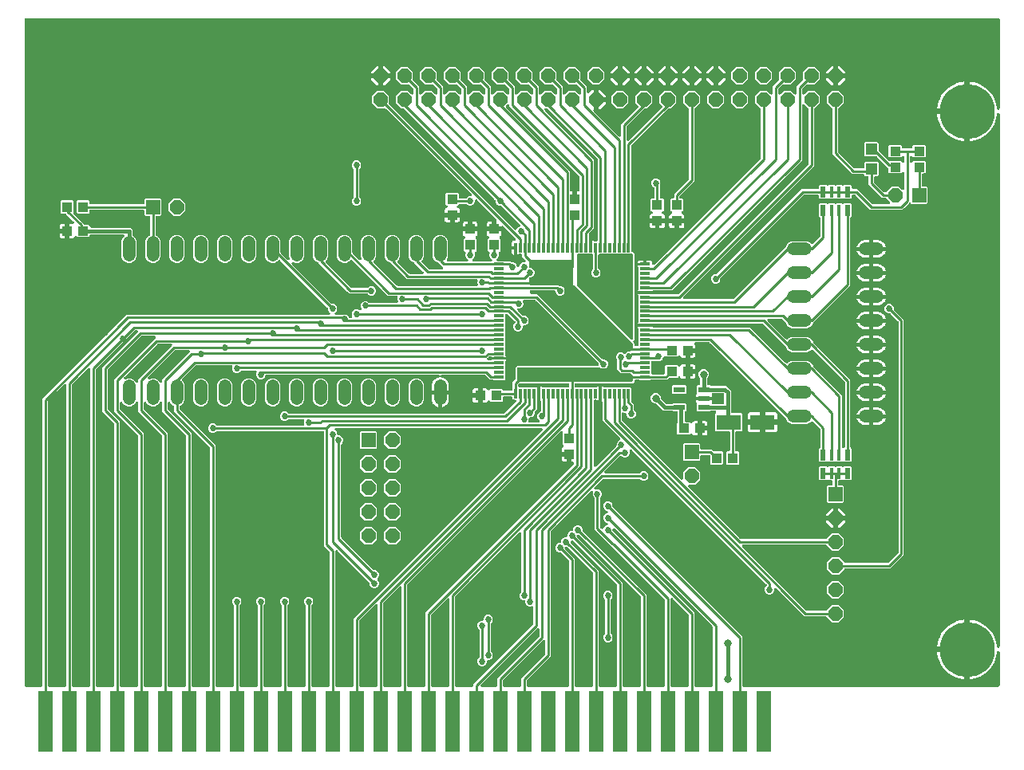
<source format=gbr>
G04 EAGLE Gerber RS-274X export*
G75*
%MOMM*%
%FSLAX34Y34*%
%LPD*%
%INTop Copper*%
%IPPOS*%
%AMOC8*
5,1,8,0,0,1.08239X$1,22.5*%
G01*
%ADD10R,1.524000X6.477000*%
%ADD11C,1.320800*%
%ADD12P,1.649562X8X22.500000*%
%ADD13R,1.000000X1.100000*%
%ADD14R,2.600000X1.600000*%
%ADD15R,1.200000X1.200000*%
%ADD16R,1.524000X1.524000*%
%ADD17P,1.649562X8X292.500000*%
%ADD18R,1.100000X1.000000*%
%ADD19C,5.842000*%
%ADD20P,1.649562X8X202.500000*%
%ADD21R,1.200000X0.550000*%
%ADD22R,1.000000X0.300000*%
%ADD23R,0.300000X1.000000*%
%ADD24R,0.440000X1.150000*%
%ADD25R,0.630000X1.150000*%
%ADD26C,0.254000*%
%ADD27C,0.406400*%
%ADD28C,0.457200*%
%ADD29C,0.685800*%
%ADD30C,0.812800*%

G36*
X21108Y87380D02*
X21108Y87380D01*
X21134Y87378D01*
X21281Y87400D01*
X21428Y87417D01*
X21453Y87425D01*
X21479Y87429D01*
X21617Y87484D01*
X21756Y87534D01*
X21778Y87548D01*
X21803Y87558D01*
X21924Y87643D01*
X22049Y87723D01*
X22067Y87742D01*
X22089Y87757D01*
X22188Y87867D01*
X22291Y87974D01*
X22305Y87996D01*
X22322Y88016D01*
X22394Y88146D01*
X22470Y88273D01*
X22478Y88298D01*
X22491Y88321D01*
X22531Y88464D01*
X22576Y88605D01*
X22578Y88631D01*
X22586Y88656D01*
X22605Y88900D01*
X22605Y393270D01*
X111555Y482220D01*
X326247Y482220D01*
X326347Y482231D01*
X326447Y482233D01*
X326520Y482251D01*
X326593Y482260D01*
X326688Y482293D01*
X326785Y482318D01*
X326852Y482352D01*
X326922Y482377D01*
X327006Y482432D01*
X327095Y482478D01*
X327152Y482526D01*
X327214Y482566D01*
X327284Y482638D01*
X327361Y482703D01*
X327405Y482763D01*
X327457Y482817D01*
X327508Y482903D01*
X327568Y482984D01*
X327597Y483052D01*
X327635Y483116D01*
X327666Y483212D01*
X327706Y483304D01*
X327719Y483377D01*
X327742Y483448D01*
X327750Y483548D01*
X327767Y483647D01*
X327764Y483721D01*
X327770Y483795D01*
X327755Y483895D01*
X327749Y483995D01*
X327729Y484066D01*
X327718Y484140D01*
X327681Y484233D01*
X327653Y484330D01*
X327617Y484395D01*
X327589Y484464D01*
X327532Y484546D01*
X327483Y484634D01*
X327418Y484710D01*
X327390Y484750D01*
X327364Y484774D01*
X327324Y484820D01*
X326000Y486144D01*
X325246Y487965D01*
X325246Y489320D01*
X325232Y489446D01*
X325225Y489572D01*
X325212Y489619D01*
X325206Y489667D01*
X325164Y489786D01*
X325129Y489907D01*
X325105Y489949D01*
X325089Y489995D01*
X325020Y490101D01*
X324959Y490211D01*
X324919Y490258D01*
X324900Y490288D01*
X324865Y490321D01*
X324800Y490398D01*
X274851Y540347D01*
X274830Y540363D01*
X274813Y540383D01*
X274694Y540472D01*
X274578Y540563D01*
X274554Y540575D01*
X274533Y540590D01*
X274397Y540649D01*
X274263Y540712D01*
X274237Y540718D01*
X274213Y540728D01*
X274067Y540755D01*
X273922Y540786D01*
X273896Y540785D01*
X273870Y540790D01*
X273721Y540782D01*
X273574Y540780D01*
X273548Y540773D01*
X273522Y540772D01*
X273379Y540731D01*
X273236Y540695D01*
X273212Y540683D01*
X273187Y540676D01*
X273057Y540603D01*
X272926Y540535D01*
X272906Y540518D01*
X272883Y540505D01*
X272697Y540347D01*
X271305Y538955D01*
X268317Y537717D01*
X265083Y537717D01*
X262095Y538955D01*
X259809Y541241D01*
X258571Y544229D01*
X258571Y560671D01*
X259809Y563659D01*
X262095Y565945D01*
X265083Y567183D01*
X268317Y567183D01*
X271305Y565945D01*
X273591Y563659D01*
X274829Y560671D01*
X274829Y548905D01*
X274831Y548885D01*
X274830Y548869D01*
X274843Y548779D01*
X274850Y548653D01*
X274863Y548606D01*
X274869Y548558D01*
X274911Y548439D01*
X274946Y548318D01*
X274970Y548276D01*
X274986Y548230D01*
X275055Y548124D01*
X275116Y548014D01*
X275156Y547967D01*
X275175Y547937D01*
X275210Y547904D01*
X275275Y547827D01*
X282161Y540941D01*
X282201Y540910D01*
X282234Y540873D01*
X282337Y540802D01*
X282434Y540725D01*
X282480Y540703D01*
X282521Y540674D01*
X282637Y540629D01*
X282749Y540576D01*
X282799Y540565D01*
X282845Y540547D01*
X282968Y540528D01*
X283090Y540502D01*
X283140Y540503D01*
X283190Y540496D01*
X283314Y540506D01*
X283438Y540508D01*
X283487Y540520D01*
X283537Y540525D01*
X283656Y540563D01*
X283776Y540593D01*
X283821Y540616D01*
X283869Y540632D01*
X283976Y540696D01*
X284086Y540753D01*
X284125Y540785D01*
X284168Y540811D01*
X284257Y540898D01*
X284352Y540979D01*
X284382Y541019D01*
X284418Y541054D01*
X284485Y541159D01*
X284559Y541259D01*
X284579Y541305D01*
X284606Y541348D01*
X284648Y541465D01*
X284697Y541579D01*
X284706Y541628D01*
X284723Y541676D01*
X284737Y541800D01*
X284759Y541922D01*
X284756Y541972D01*
X284762Y542022D01*
X284747Y542146D01*
X284741Y542270D01*
X284727Y542318D01*
X284721Y542368D01*
X284646Y542601D01*
X284644Y542605D01*
X283971Y544229D01*
X283971Y560671D01*
X285209Y563659D01*
X287495Y565945D01*
X290483Y567183D01*
X293717Y567183D01*
X296705Y565945D01*
X298991Y563659D01*
X300229Y560671D01*
X300229Y544229D01*
X298991Y541241D01*
X296705Y538955D01*
X293717Y537717D01*
X290483Y537717D01*
X289452Y538144D01*
X288855Y538392D01*
X288807Y538405D01*
X288761Y538427D01*
X288640Y538453D01*
X288520Y538487D01*
X288470Y538490D01*
X288421Y538500D01*
X288296Y538498D01*
X288172Y538504D01*
X288122Y538495D01*
X288072Y538494D01*
X287952Y538464D01*
X287829Y538442D01*
X287783Y538422D01*
X287734Y538409D01*
X287623Y538352D01*
X287509Y538303D01*
X287469Y538273D01*
X287424Y538250D01*
X287330Y538169D01*
X287230Y538095D01*
X287197Y538056D01*
X287159Y538024D01*
X287085Y537924D01*
X287005Y537829D01*
X286982Y537784D01*
X286952Y537744D01*
X286902Y537629D01*
X286846Y537519D01*
X286834Y537470D01*
X286814Y537424D01*
X286792Y537301D01*
X286762Y537180D01*
X286761Y537130D01*
X286752Y537081D01*
X286758Y536956D01*
X286757Y536832D01*
X286767Y536783D01*
X286770Y536732D01*
X286804Y536613D01*
X286831Y536491D01*
X286853Y536446D01*
X286867Y536398D01*
X286927Y536289D01*
X286981Y536177D01*
X287012Y536137D01*
X287037Y536093D01*
X287195Y535907D01*
X328752Y494350D01*
X328851Y494271D01*
X328945Y494187D01*
X328988Y494163D01*
X329025Y494133D01*
X329140Y494079D01*
X329250Y494018D01*
X329297Y494005D01*
X329341Y493984D01*
X329464Y493958D01*
X329586Y493923D01*
X329647Y493918D01*
X329681Y493911D01*
X329729Y493912D01*
X329830Y493904D01*
X331185Y493904D01*
X333006Y493150D01*
X334400Y491756D01*
X335154Y489935D01*
X335154Y487965D01*
X334400Y486144D01*
X333076Y484820D01*
X333013Y484741D01*
X332943Y484669D01*
X332905Y484605D01*
X332859Y484547D01*
X332816Y484456D01*
X332765Y484370D01*
X332742Y484299D01*
X332710Y484232D01*
X332689Y484134D01*
X332658Y484038D01*
X332652Y483964D01*
X332637Y483891D01*
X332639Y483791D01*
X332630Y483691D01*
X332641Y483617D01*
X332643Y483543D01*
X332667Y483446D01*
X332682Y483346D01*
X332710Y483277D01*
X332728Y483205D01*
X332774Y483116D01*
X332811Y483022D01*
X332853Y482961D01*
X332887Y482895D01*
X332952Y482819D01*
X333010Y482736D01*
X333065Y482686D01*
X333113Y482630D01*
X333194Y482570D01*
X333269Y482503D01*
X333334Y482467D01*
X333394Y482422D01*
X333486Y482383D01*
X333574Y482334D01*
X333645Y482314D01*
X333714Y482284D01*
X333812Y482267D01*
X333909Y482239D01*
X334009Y482231D01*
X334057Y482223D01*
X334092Y482225D01*
X334153Y482220D01*
X340233Y482220D01*
X340235Y482220D01*
X340237Y482220D01*
X340408Y482240D01*
X340579Y482260D01*
X340581Y482260D01*
X340583Y482261D01*
X340816Y482336D01*
X341915Y482791D01*
X343885Y482791D01*
X345706Y482037D01*
X347100Y480643D01*
X347372Y479985D01*
X347409Y479918D01*
X347437Y479847D01*
X347494Y479766D01*
X347541Y479680D01*
X347593Y479624D01*
X347636Y479561D01*
X347709Y479495D01*
X347776Y479422D01*
X347838Y479379D01*
X347895Y479328D01*
X347981Y479280D01*
X348062Y479224D01*
X348133Y479196D01*
X348200Y479159D01*
X348295Y479132D01*
X348386Y479096D01*
X348462Y479085D01*
X348536Y479064D01*
X348685Y479052D01*
X348731Y479045D01*
X348750Y479047D01*
X348779Y479045D01*
X349760Y479045D01*
X349909Y479062D01*
X350059Y479074D01*
X350082Y479082D01*
X350106Y479085D01*
X350247Y479135D01*
X350391Y479181D01*
X350411Y479194D01*
X350434Y479202D01*
X350561Y479284D01*
X350689Y479361D01*
X350707Y479378D01*
X350727Y479391D01*
X350831Y479499D01*
X350939Y479604D01*
X350952Y479624D01*
X350969Y479642D01*
X351047Y479771D01*
X351128Y479897D01*
X351136Y479920D01*
X351148Y479941D01*
X351194Y480084D01*
X351244Y480226D01*
X351247Y480250D01*
X351254Y480273D01*
X351266Y480422D01*
X351283Y480572D01*
X351280Y480596D01*
X351282Y480620D01*
X351260Y480769D01*
X351242Y480918D01*
X351233Y480946D01*
X351231Y480965D01*
X351213Y481009D01*
X351167Y481151D01*
X350646Y482409D01*
X350646Y484379D01*
X351400Y486200D01*
X352794Y487594D01*
X354615Y488348D01*
X356585Y488348D01*
X358406Y487594D01*
X358514Y487486D01*
X358553Y487455D01*
X358587Y487417D01*
X358689Y487347D01*
X358787Y487269D01*
X358832Y487248D01*
X358874Y487219D01*
X358989Y487173D01*
X359102Y487120D01*
X359151Y487110D01*
X359198Y487091D01*
X359321Y487073D01*
X359442Y487047D01*
X359493Y487048D01*
X359543Y487041D01*
X359667Y487051D01*
X359791Y487053D01*
X359840Y487065D01*
X359890Y487069D01*
X360008Y487108D01*
X360129Y487138D01*
X360174Y487161D01*
X360222Y487177D01*
X360328Y487241D01*
X360439Y487298D01*
X360477Y487330D01*
X360520Y487356D01*
X360609Y487443D01*
X360704Y487523D01*
X360734Y487564D01*
X360770Y487599D01*
X360837Y487703D01*
X360911Y487804D01*
X360931Y487850D01*
X360958Y487892D01*
X361000Y488009D01*
X361049Y488124D01*
X361058Y488173D01*
X361075Y488221D01*
X361089Y488345D01*
X361111Y488467D01*
X361108Y488517D01*
X361114Y488567D01*
X361099Y488691D01*
X361093Y488815D01*
X361079Y488863D01*
X361073Y488913D01*
X360998Y489146D01*
X360172Y491140D01*
X360172Y493110D01*
X360926Y494931D01*
X362320Y496325D01*
X364141Y497079D01*
X366111Y497079D01*
X367932Y496325D01*
X368891Y495366D01*
X368990Y495287D01*
X369084Y495203D01*
X369126Y495179D01*
X369164Y495149D01*
X369278Y495095D01*
X369389Y495034D01*
X369435Y495021D01*
X369479Y495000D01*
X369602Y494974D01*
X369724Y494939D01*
X369785Y494934D01*
X369820Y494927D01*
X369868Y494928D01*
X369968Y494920D01*
X398179Y494920D01*
X398328Y494937D01*
X398478Y494949D01*
X398501Y494957D01*
X398525Y494960D01*
X398666Y495010D01*
X398810Y495056D01*
X398830Y495069D01*
X398853Y495077D01*
X398980Y495159D01*
X399108Y495236D01*
X399126Y495253D01*
X399146Y495266D01*
X399250Y495374D01*
X399358Y495479D01*
X399371Y495499D01*
X399388Y495517D01*
X399466Y495646D01*
X399547Y495772D01*
X399555Y495795D01*
X399567Y495816D01*
X399613Y495959D01*
X399663Y496101D01*
X399666Y496125D01*
X399673Y496148D01*
X399685Y496297D01*
X399702Y496447D01*
X399699Y496471D01*
X399701Y496495D01*
X399679Y496644D01*
X399661Y496793D01*
X399652Y496821D01*
X399650Y496840D01*
X399632Y496884D01*
X399586Y497026D01*
X399065Y498284D01*
X399065Y500254D01*
X399257Y500718D01*
X399299Y500863D01*
X399344Y501006D01*
X399346Y501030D01*
X399353Y501053D01*
X399360Y501203D01*
X399372Y501353D01*
X399369Y501377D01*
X399370Y501401D01*
X399343Y501549D01*
X399321Y501698D01*
X399312Y501720D01*
X399307Y501744D01*
X399248Y501882D01*
X399192Y502022D01*
X399178Y502042D01*
X399169Y502064D01*
X399079Y502185D01*
X398993Y502308D01*
X398975Y502324D01*
X398961Y502343D01*
X398846Y502441D01*
X398734Y502541D01*
X398713Y502553D01*
X398695Y502569D01*
X398561Y502637D01*
X398429Y502710D01*
X398406Y502716D01*
X398384Y502727D01*
X398239Y502764D01*
X398094Y502805D01*
X398065Y502807D01*
X398046Y502812D01*
X397999Y502812D01*
X397850Y502824D01*
X388573Y502824D01*
X351051Y540347D01*
X351030Y540363D01*
X351013Y540383D01*
X350894Y540472D01*
X350778Y540563D01*
X350754Y540575D01*
X350733Y540590D01*
X350597Y540649D01*
X350463Y540712D01*
X350437Y540718D01*
X350413Y540728D01*
X350267Y540755D01*
X350122Y540786D01*
X350096Y540785D01*
X350070Y540790D01*
X349921Y540782D01*
X349774Y540780D01*
X349748Y540773D01*
X349722Y540772D01*
X349579Y540731D01*
X349436Y540695D01*
X349412Y540683D01*
X349387Y540676D01*
X349257Y540603D01*
X349126Y540535D01*
X349106Y540518D01*
X349083Y540505D01*
X348897Y540347D01*
X347505Y538955D01*
X344517Y537717D01*
X341283Y537717D01*
X338295Y538955D01*
X336009Y541241D01*
X334771Y544229D01*
X334771Y560671D01*
X336009Y563659D01*
X338295Y565945D01*
X341283Y567183D01*
X344517Y567183D01*
X347505Y565945D01*
X349791Y563659D01*
X351029Y560671D01*
X351029Y548905D01*
X351031Y548885D01*
X351030Y548869D01*
X351043Y548779D01*
X351050Y548653D01*
X351063Y548606D01*
X351069Y548558D01*
X351111Y548439D01*
X351146Y548318D01*
X351170Y548276D01*
X351186Y548230D01*
X351255Y548124D01*
X351316Y548014D01*
X351356Y547967D01*
X351375Y547937D01*
X351410Y547904D01*
X351475Y547827D01*
X358361Y540941D01*
X358401Y540910D01*
X358434Y540873D01*
X358537Y540802D01*
X358634Y540725D01*
X358680Y540703D01*
X358721Y540674D01*
X358837Y540629D01*
X358949Y540576D01*
X358999Y540565D01*
X359045Y540547D01*
X359169Y540528D01*
X359290Y540502D01*
X359340Y540503D01*
X359390Y540496D01*
X359514Y540506D01*
X359638Y540508D01*
X359687Y540520D01*
X359737Y540525D01*
X359856Y540563D01*
X359976Y540593D01*
X360021Y540616D01*
X360069Y540632D01*
X360176Y540696D01*
X360286Y540753D01*
X360325Y540785D01*
X360368Y540811D01*
X360457Y540898D01*
X360552Y540979D01*
X360582Y541019D01*
X360618Y541054D01*
X360685Y541159D01*
X360759Y541259D01*
X360779Y541305D01*
X360806Y541348D01*
X360848Y541465D01*
X360897Y541579D01*
X360906Y541628D01*
X360923Y541676D01*
X360937Y541800D01*
X360959Y541922D01*
X360956Y541972D01*
X360962Y542022D01*
X360947Y542146D01*
X360941Y542270D01*
X360927Y542318D01*
X360921Y542368D01*
X360846Y542601D01*
X360171Y544229D01*
X360171Y560671D01*
X361409Y563659D01*
X363695Y565945D01*
X366683Y567183D01*
X369917Y567183D01*
X372905Y565945D01*
X375191Y563659D01*
X376429Y560671D01*
X376429Y544229D01*
X375191Y541241D01*
X374053Y540103D01*
X374037Y540083D01*
X374017Y540066D01*
X373929Y539947D01*
X373837Y539830D01*
X373825Y539807D01*
X373810Y539786D01*
X373751Y539649D01*
X373688Y539515D01*
X373682Y539490D01*
X373672Y539466D01*
X373645Y539319D01*
X373614Y539175D01*
X373615Y539148D01*
X373610Y539123D01*
X373618Y538974D01*
X373620Y538826D01*
X373627Y538801D01*
X373628Y538774D01*
X373669Y538632D01*
X373705Y538488D01*
X373717Y538465D01*
X373724Y538440D01*
X373797Y538310D01*
X373865Y538178D01*
X373882Y538158D01*
X373895Y538135D01*
X374053Y537949D01*
X398380Y513622D01*
X398479Y513543D01*
X398573Y513459D01*
X398616Y513435D01*
X398653Y513405D01*
X398768Y513351D01*
X398878Y513290D01*
X398925Y513277D01*
X398969Y513256D01*
X399092Y513230D01*
X399214Y513195D01*
X399275Y513190D01*
X399309Y513183D01*
X399357Y513184D01*
X399458Y513176D01*
X482781Y513176D01*
X482930Y513193D01*
X483080Y513205D01*
X483103Y513213D01*
X483127Y513216D01*
X483269Y513266D01*
X483412Y513313D01*
X483433Y513325D01*
X483455Y513333D01*
X483582Y513415D01*
X483711Y513492D01*
X483728Y513509D01*
X483748Y513522D01*
X483853Y513631D01*
X483961Y513735D01*
X483974Y513755D01*
X483990Y513773D01*
X484068Y513902D01*
X484149Y514028D01*
X484157Y514051D01*
X484169Y514072D01*
X484215Y514215D01*
X484265Y514357D01*
X484268Y514381D01*
X484275Y514404D01*
X484287Y514553D01*
X484304Y514703D01*
X484301Y514727D01*
X484303Y514751D01*
X484281Y514900D01*
X484264Y515049D01*
X484255Y515077D01*
X484252Y515096D01*
X484234Y515140D01*
X484188Y515282D01*
X483996Y515746D01*
X483996Y517716D01*
X484188Y518180D01*
X484230Y518325D01*
X484275Y518468D01*
X484277Y518492D01*
X484284Y518515D01*
X484291Y518666D01*
X484303Y518815D01*
X484300Y518839D01*
X484301Y518863D01*
X484274Y519011D01*
X484252Y519160D01*
X484243Y519182D01*
X484238Y519206D01*
X484178Y519344D01*
X484123Y519484D01*
X484109Y519504D01*
X484100Y519526D01*
X484010Y519647D01*
X483924Y519770D01*
X483906Y519786D01*
X483892Y519806D01*
X483777Y519903D01*
X483665Y520003D01*
X483644Y520015D01*
X483626Y520031D01*
X483492Y520099D01*
X483360Y520172D01*
X483337Y520178D01*
X483315Y520189D01*
X483170Y520226D01*
X483025Y520267D01*
X482996Y520269D01*
X482977Y520274D01*
X482930Y520274D01*
X482781Y520286D01*
X409211Y520286D01*
X391781Y537717D01*
X391779Y537718D01*
X391778Y537720D01*
X391644Y537825D01*
X391508Y537934D01*
X391506Y537935D01*
X391504Y537936D01*
X391286Y538047D01*
X389095Y538955D01*
X386809Y541241D01*
X385571Y544229D01*
X385571Y560671D01*
X386809Y563659D01*
X389095Y565945D01*
X392083Y567183D01*
X395317Y567183D01*
X398305Y565945D01*
X400591Y563659D01*
X401829Y560671D01*
X401829Y544229D01*
X400591Y541241D01*
X399453Y540103D01*
X399437Y540083D01*
X399417Y540066D01*
X399329Y539947D01*
X399237Y539830D01*
X399225Y539807D01*
X399210Y539786D01*
X399151Y539649D01*
X399088Y539515D01*
X399082Y539490D01*
X399072Y539466D01*
X399045Y539319D01*
X399014Y539175D01*
X399015Y539148D01*
X399010Y539123D01*
X399018Y538974D01*
X399020Y538826D01*
X399027Y538801D01*
X399028Y538774D01*
X399069Y538632D01*
X399105Y538488D01*
X399117Y538465D01*
X399124Y538440D01*
X399197Y538310D01*
X399265Y538178D01*
X399282Y538158D01*
X399295Y538135D01*
X399453Y537949D01*
X411080Y526322D01*
X411179Y526243D01*
X411273Y526159D01*
X411316Y526135D01*
X411353Y526105D01*
X411468Y526051D01*
X411578Y525990D01*
X411625Y525977D01*
X411669Y525956D01*
X411792Y525930D01*
X411914Y525895D01*
X411975Y525890D01*
X412009Y525883D01*
X412057Y525884D01*
X412158Y525876D01*
X425344Y525876D01*
X425444Y525887D01*
X425545Y525889D01*
X425617Y525907D01*
X425691Y525916D01*
X425785Y525949D01*
X425883Y525974D01*
X425949Y526008D01*
X426019Y526033D01*
X426103Y526088D01*
X426192Y526134D01*
X426249Y526182D01*
X426312Y526222D01*
X426381Y526294D01*
X426458Y526359D01*
X426502Y526419D01*
X426554Y526473D01*
X426605Y526559D01*
X426665Y526640D01*
X426694Y526708D01*
X426733Y526772D01*
X426763Y526868D01*
X426803Y526960D01*
X426816Y527033D01*
X426839Y527104D01*
X426847Y527204D01*
X426865Y527303D01*
X426861Y527377D01*
X426867Y527451D01*
X426852Y527551D01*
X426847Y527651D01*
X426826Y527722D01*
X426815Y527796D01*
X426778Y527889D01*
X426750Y527986D01*
X426714Y528051D01*
X426686Y528120D01*
X426629Y528202D01*
X426580Y528290D01*
X426515Y528366D01*
X426487Y528406D01*
X426461Y528430D01*
X426422Y528476D01*
X417181Y537717D01*
X417179Y537718D01*
X417178Y537720D01*
X417044Y537825D01*
X416908Y537934D01*
X416906Y537935D01*
X416904Y537936D01*
X416686Y538047D01*
X414495Y538955D01*
X412209Y541241D01*
X410971Y544229D01*
X410971Y560671D01*
X412209Y563659D01*
X414495Y565945D01*
X417483Y567183D01*
X420717Y567183D01*
X423705Y565945D01*
X425991Y563659D01*
X427229Y560671D01*
X427229Y544229D01*
X425991Y541241D01*
X424853Y540103D01*
X424837Y540083D01*
X424817Y540066D01*
X424729Y539947D01*
X424637Y539830D01*
X424625Y539807D01*
X424610Y539786D01*
X424551Y539649D01*
X424488Y539515D01*
X424482Y539490D01*
X424472Y539466D01*
X424445Y539319D01*
X424414Y539175D01*
X424415Y539148D01*
X424410Y539123D01*
X424418Y538974D01*
X424420Y538826D01*
X424427Y538801D01*
X424428Y538774D01*
X424469Y538632D01*
X424505Y538488D01*
X424517Y538465D01*
X424524Y538440D01*
X424597Y538310D01*
X424665Y538178D01*
X424682Y538158D01*
X424695Y538135D01*
X424853Y537949D01*
X431717Y531085D01*
X431816Y531006D01*
X431910Y530922D01*
X431953Y530898D01*
X431990Y530868D01*
X432105Y530814D01*
X432215Y530753D01*
X432262Y530740D01*
X432306Y530719D01*
X432429Y530693D01*
X432551Y530658D01*
X432612Y530653D01*
X432646Y530646D01*
X432694Y530647D01*
X432795Y530639D01*
X445981Y530639D01*
X446081Y530650D01*
X446182Y530652D01*
X446254Y530670D01*
X446328Y530679D01*
X446422Y530712D01*
X446520Y530737D01*
X446586Y530771D01*
X446656Y530796D01*
X446740Y530851D01*
X446829Y530897D01*
X446886Y530945D01*
X446949Y530985D01*
X447019Y531057D01*
X447095Y531122D01*
X447139Y531182D01*
X447191Y531236D01*
X447242Y531322D01*
X447302Y531403D01*
X447331Y531471D01*
X447370Y531535D01*
X447400Y531631D01*
X447440Y531723D01*
X447453Y531796D01*
X447476Y531867D01*
X447484Y531967D01*
X447502Y532066D01*
X447498Y532140D01*
X447504Y532214D01*
X447489Y532314D01*
X447484Y532414D01*
X447463Y532485D01*
X447452Y532559D01*
X447415Y532652D01*
X447387Y532749D01*
X447351Y532814D01*
X447323Y532883D01*
X447266Y532965D01*
X447217Y533053D01*
X447152Y533129D01*
X447124Y533169D01*
X447121Y533172D01*
X447121Y533173D01*
X447097Y533194D01*
X447059Y533239D01*
X444759Y535538D01*
X444759Y535539D01*
X443789Y536509D01*
X442581Y537717D01*
X442579Y537718D01*
X442578Y537720D01*
X442444Y537825D01*
X442308Y537934D01*
X442306Y537935D01*
X442304Y537936D01*
X442086Y538047D01*
X439895Y538955D01*
X437609Y541241D01*
X436371Y544229D01*
X436371Y560671D01*
X437609Y563659D01*
X439895Y565945D01*
X442883Y567183D01*
X446117Y567183D01*
X449105Y565945D01*
X451391Y563659D01*
X452629Y560671D01*
X452629Y544229D01*
X451354Y541151D01*
X451312Y541006D01*
X451267Y540863D01*
X451265Y540839D01*
X451258Y540816D01*
X451251Y540665D01*
X451239Y540516D01*
X451242Y540492D01*
X451241Y540468D01*
X451268Y540320D01*
X451290Y540171D01*
X451299Y540149D01*
X451304Y540125D01*
X451364Y539987D01*
X451419Y539847D01*
X451433Y539827D01*
X451442Y539805D01*
X451532Y539684D01*
X451618Y539561D01*
X451636Y539545D01*
X451650Y539525D01*
X451765Y539428D01*
X451877Y539328D01*
X451898Y539316D01*
X451916Y539300D01*
X452050Y539232D01*
X452182Y539159D01*
X452205Y539153D01*
X452227Y539142D01*
X452372Y539105D01*
X452517Y539064D01*
X452546Y539062D01*
X452565Y539057D01*
X452612Y539057D01*
X452761Y539045D01*
X472680Y539045D01*
X472730Y539051D01*
X472781Y539048D01*
X472903Y539070D01*
X473027Y539085D01*
X473074Y539102D01*
X473124Y539111D01*
X473238Y539160D01*
X473355Y539202D01*
X473397Y539230D01*
X473443Y539250D01*
X473543Y539324D01*
X473647Y539391D01*
X473682Y539427D01*
X473723Y539458D01*
X473803Y539552D01*
X473890Y539642D01*
X473916Y539685D01*
X473948Y539724D01*
X474005Y539834D01*
X474068Y539941D01*
X474084Y539989D01*
X474107Y540034D01*
X474137Y540155D01*
X474175Y540273D01*
X474179Y540323D01*
X474191Y540372D01*
X474193Y540496D01*
X474203Y540620D01*
X474195Y540670D01*
X474196Y540721D01*
X474169Y540842D01*
X474151Y540965D01*
X474132Y541012D01*
X474122Y541061D01*
X474068Y541173D01*
X474022Y541289D01*
X473993Y541330D01*
X473972Y541376D01*
X473894Y541473D01*
X473823Y541575D01*
X473786Y541609D01*
X473754Y541648D01*
X473657Y541725D01*
X473565Y541808D01*
X473520Y541833D01*
X473481Y541864D01*
X473480Y541864D01*
X472050Y543294D01*
X471296Y545115D01*
X471296Y547085D01*
X471476Y547519D01*
X471517Y547663D01*
X471563Y547807D01*
X471565Y547831D01*
X471572Y547854D01*
X471579Y548005D01*
X471591Y548154D01*
X471587Y548178D01*
X471589Y548202D01*
X471562Y548350D01*
X471539Y548499D01*
X471530Y548521D01*
X471526Y548545D01*
X471466Y548683D01*
X471411Y548823D01*
X471397Y548843D01*
X471387Y548865D01*
X471297Y548986D01*
X471212Y549109D01*
X471194Y549125D01*
X471179Y549145D01*
X471064Y549242D01*
X470953Y549342D01*
X470932Y549354D01*
X470913Y549370D01*
X470833Y549411D01*
X469725Y550518D01*
X469725Y562782D01*
X470423Y563479D01*
X470455Y563520D01*
X470493Y563554D01*
X470563Y563655D01*
X470640Y563752D01*
X470662Y563799D01*
X470691Y563841D01*
X470736Y563955D01*
X470789Y564068D01*
X470799Y564117D01*
X470818Y564165D01*
X470836Y564287D01*
X470862Y564408D01*
X470861Y564459D01*
X470869Y564510D01*
X470858Y564633D01*
X470856Y564757D01*
X470844Y564806D01*
X470839Y564857D01*
X470801Y564975D01*
X470771Y565095D01*
X470748Y565140D01*
X470732Y565189D01*
X470668Y565295D01*
X470611Y565404D01*
X470578Y565443D01*
X470552Y565487D01*
X470466Y565576D01*
X470386Y565670D01*
X470345Y565700D01*
X470309Y565737D01*
X470108Y565876D01*
X469690Y566117D01*
X469217Y566590D01*
X468882Y567169D01*
X468709Y567815D01*
X468709Y571151D01*
X475274Y571151D01*
X475300Y571154D01*
X475326Y571152D01*
X475473Y571174D01*
X475620Y571191D01*
X475645Y571199D01*
X475671Y571203D01*
X475808Y571258D01*
X475948Y571308D01*
X475970Y571322D01*
X475995Y571332D01*
X476116Y571417D01*
X476241Y571497D01*
X476253Y571510D01*
X476300Y571465D01*
X476323Y571451D01*
X476342Y571434D01*
X476472Y571362D01*
X476599Y571286D01*
X476624Y571278D01*
X476647Y571265D01*
X476790Y571225D01*
X476931Y571180D01*
X476957Y571177D01*
X476982Y571170D01*
X477226Y571151D01*
X483791Y571151D01*
X483791Y567815D01*
X483618Y567169D01*
X483283Y566590D01*
X482810Y566117D01*
X482392Y565876D01*
X482351Y565845D01*
X482306Y565822D01*
X482212Y565742D01*
X482112Y565668D01*
X482079Y565629D01*
X482041Y565596D01*
X481967Y565497D01*
X481887Y565402D01*
X481864Y565357D01*
X481833Y565316D01*
X481784Y565202D01*
X481728Y565092D01*
X481716Y565043D01*
X481695Y564996D01*
X481674Y564874D01*
X481644Y564754D01*
X481643Y564703D01*
X481634Y564653D01*
X481640Y564529D01*
X481638Y564406D01*
X481649Y564356D01*
X481652Y564305D01*
X481686Y564186D01*
X481712Y564065D01*
X481734Y564019D01*
X481748Y563970D01*
X481809Y563862D01*
X481862Y563750D01*
X481893Y563710D01*
X481918Y563666D01*
X482077Y563479D01*
X482775Y562782D01*
X482775Y550518D01*
X481664Y549408D01*
X481631Y549386D01*
X481502Y549309D01*
X481485Y549292D01*
X481464Y549279D01*
X481360Y549171D01*
X481252Y549066D01*
X481239Y549046D01*
X481222Y549028D01*
X481145Y548899D01*
X481064Y548773D01*
X481056Y548750D01*
X481043Y548729D01*
X480997Y548586D01*
X480947Y548444D01*
X480944Y548420D01*
X480937Y548397D01*
X480925Y548248D01*
X480908Y548098D01*
X480911Y548074D01*
X480909Y548050D01*
X480931Y547901D01*
X480949Y547752D01*
X480958Y547724D01*
X480961Y547705D01*
X480978Y547661D01*
X481024Y547519D01*
X481204Y547085D01*
X481204Y545115D01*
X480450Y543294D01*
X478999Y541843D01*
X478932Y541806D01*
X478895Y541772D01*
X478853Y541745D01*
X478766Y541655D01*
X478674Y541572D01*
X478646Y541531D01*
X478610Y541494D01*
X478546Y541387D01*
X478476Y541285D01*
X478457Y541238D01*
X478432Y541195D01*
X478394Y541077D01*
X478348Y540961D01*
X478341Y540911D01*
X478325Y540863D01*
X478315Y540739D01*
X478297Y540616D01*
X478301Y540566D01*
X478297Y540516D01*
X478316Y540393D01*
X478326Y540269D01*
X478342Y540221D01*
X478349Y540171D01*
X478395Y540056D01*
X478433Y539937D01*
X478459Y539894D01*
X478478Y539847D01*
X478549Y539745D01*
X478613Y539639D01*
X478648Y539602D01*
X478677Y539561D01*
X478769Y539478D01*
X478856Y539389D01*
X478898Y539361D01*
X478935Y539328D01*
X479044Y539268D01*
X479149Y539200D01*
X479196Y539184D01*
X479240Y539159D01*
X479360Y539125D01*
X479477Y539084D01*
X479527Y539078D01*
X479576Y539064D01*
X479820Y539045D01*
X498080Y539045D01*
X498130Y539051D01*
X498181Y539048D01*
X498303Y539070D01*
X498427Y539085D01*
X498474Y539102D01*
X498524Y539111D01*
X498638Y539160D01*
X498755Y539202D01*
X498797Y539230D01*
X498843Y539250D01*
X498943Y539324D01*
X499047Y539391D01*
X499082Y539427D01*
X499123Y539458D01*
X499203Y539552D01*
X499290Y539642D01*
X499316Y539685D01*
X499348Y539724D01*
X499405Y539834D01*
X499468Y539941D01*
X499484Y539989D01*
X499507Y540034D01*
X499537Y540155D01*
X499575Y540273D01*
X499579Y540323D01*
X499591Y540372D01*
X499593Y540496D01*
X499603Y540620D01*
X499595Y540670D01*
X499596Y540721D01*
X499569Y540842D01*
X499551Y540965D01*
X499532Y541012D01*
X499522Y541061D01*
X499468Y541173D01*
X499422Y541289D01*
X499393Y541330D01*
X499372Y541376D01*
X499294Y541473D01*
X499223Y541575D01*
X499186Y541609D01*
X499154Y541648D01*
X499057Y541725D01*
X498965Y541808D01*
X498920Y541833D01*
X498881Y541864D01*
X498880Y541864D01*
X497450Y543294D01*
X496696Y545115D01*
X496696Y547085D01*
X496876Y547519D01*
X496917Y547663D01*
X496963Y547807D01*
X496965Y547831D01*
X496972Y547854D01*
X496979Y548005D01*
X496991Y548154D01*
X496987Y548178D01*
X496989Y548202D01*
X496962Y548350D01*
X496939Y548499D01*
X496930Y548521D01*
X496926Y548545D01*
X496866Y548683D01*
X496811Y548823D01*
X496797Y548843D01*
X496787Y548865D01*
X496697Y548986D01*
X496612Y549109D01*
X496594Y549125D01*
X496579Y549145D01*
X496464Y549242D01*
X496353Y549342D01*
X496332Y549354D01*
X496313Y549370D01*
X496233Y549411D01*
X495125Y550518D01*
X495125Y562782D01*
X495823Y563479D01*
X495855Y563520D01*
X495893Y563554D01*
X495963Y563655D01*
X496040Y563752D01*
X496062Y563799D01*
X496091Y563841D01*
X496136Y563955D01*
X496189Y564068D01*
X496199Y564117D01*
X496218Y564165D01*
X496236Y564287D01*
X496262Y564408D01*
X496261Y564459D01*
X496269Y564510D01*
X496258Y564633D01*
X496256Y564757D01*
X496244Y564806D01*
X496239Y564857D01*
X496201Y564975D01*
X496171Y565095D01*
X496148Y565140D01*
X496132Y565189D01*
X496068Y565295D01*
X496011Y565404D01*
X495978Y565443D01*
X495952Y565487D01*
X495866Y565576D01*
X495786Y565670D01*
X495745Y565700D01*
X495709Y565737D01*
X495508Y565876D01*
X495090Y566117D01*
X494617Y566590D01*
X494282Y567169D01*
X494109Y567815D01*
X494109Y571151D01*
X500674Y571151D01*
X500700Y571154D01*
X500726Y571152D01*
X500873Y571174D01*
X501020Y571191D01*
X501045Y571199D01*
X501071Y571203D01*
X501208Y571258D01*
X501348Y571308D01*
X501370Y571322D01*
X501395Y571332D01*
X501516Y571417D01*
X501641Y571497D01*
X501653Y571510D01*
X501700Y571465D01*
X501723Y571451D01*
X501742Y571434D01*
X501872Y571362D01*
X501999Y571286D01*
X502024Y571278D01*
X502047Y571265D01*
X502190Y571225D01*
X502331Y571180D01*
X502357Y571177D01*
X502382Y571170D01*
X502626Y571151D01*
X509191Y571151D01*
X509191Y567815D01*
X509018Y567169D01*
X508683Y566590D01*
X508210Y566117D01*
X507792Y565876D01*
X507751Y565845D01*
X507706Y565822D01*
X507612Y565742D01*
X507512Y565668D01*
X507479Y565629D01*
X507441Y565596D01*
X507367Y565497D01*
X507287Y565402D01*
X507264Y565357D01*
X507233Y565316D01*
X507184Y565202D01*
X507128Y565092D01*
X507116Y565043D01*
X507095Y564996D01*
X507074Y564874D01*
X507044Y564754D01*
X507043Y564703D01*
X507034Y564653D01*
X507040Y564529D01*
X507038Y564406D01*
X507049Y564356D01*
X507052Y564305D01*
X507086Y564186D01*
X507112Y564065D01*
X507134Y564019D01*
X507148Y563970D01*
X507209Y563862D01*
X507262Y563750D01*
X507293Y563710D01*
X507318Y563666D01*
X507477Y563479D01*
X508175Y562782D01*
X508175Y550518D01*
X507064Y549408D01*
X507031Y549386D01*
X506902Y549309D01*
X506885Y549292D01*
X506864Y549279D01*
X506760Y549171D01*
X506652Y549066D01*
X506639Y549046D01*
X506622Y549028D01*
X506545Y548899D01*
X506464Y548773D01*
X506456Y548750D01*
X506443Y548729D01*
X506397Y548586D01*
X506347Y548444D01*
X506344Y548420D01*
X506337Y548397D01*
X506325Y548248D01*
X506308Y548098D01*
X506311Y548074D01*
X506309Y548050D01*
X506331Y547901D01*
X506349Y547752D01*
X506358Y547724D01*
X506361Y547705D01*
X506378Y547661D01*
X506424Y547519D01*
X506604Y547085D01*
X506604Y545115D01*
X505850Y543294D01*
X504431Y541875D01*
X504368Y541796D01*
X504298Y541724D01*
X504260Y541660D01*
X504214Y541602D01*
X504171Y541511D01*
X504120Y541425D01*
X504097Y541354D01*
X504065Y541287D01*
X504044Y541189D01*
X504013Y541093D01*
X504007Y541019D01*
X503992Y540946D01*
X503994Y540846D01*
X503985Y540746D01*
X503996Y540672D01*
X503998Y540598D01*
X504022Y540501D01*
X504037Y540401D01*
X504065Y540332D01*
X504083Y540260D01*
X504129Y540171D01*
X504166Y540077D01*
X504208Y540016D01*
X504242Y539950D01*
X504307Y539874D01*
X504365Y539791D01*
X504420Y539741D01*
X504468Y539685D01*
X504549Y539625D01*
X504624Y539558D01*
X504689Y539522D01*
X504749Y539477D01*
X504841Y539438D01*
X504929Y539389D01*
X505000Y539369D01*
X505069Y539339D01*
X505167Y539322D01*
X505264Y539294D01*
X505364Y539286D01*
X505412Y539278D01*
X505447Y539280D01*
X505508Y539275D01*
X512388Y539275D01*
X512388Y539274D01*
X512503Y539220D01*
X512613Y539159D01*
X512660Y539146D01*
X512704Y539125D01*
X512827Y539099D01*
X512949Y539064D01*
X513009Y539059D01*
X513044Y539052D01*
X513092Y539053D01*
X513193Y539045D01*
X519008Y539045D01*
X519252Y538800D01*
X519351Y538721D01*
X519445Y538637D01*
X519488Y538613D01*
X519525Y538583D01*
X519640Y538529D01*
X519750Y538468D01*
X519797Y538455D01*
X519841Y538434D01*
X519964Y538408D01*
X520086Y538373D01*
X520146Y538368D01*
X520181Y538361D01*
X520229Y538362D01*
X520330Y538354D01*
X521685Y538354D01*
X523506Y537600D01*
X524900Y536206D01*
X525643Y534412D01*
X525692Y534324D01*
X525732Y534232D01*
X525776Y534172D01*
X525812Y534107D01*
X525879Y534033D01*
X525939Y533952D01*
X525996Y533904D01*
X526046Y533849D01*
X526129Y533792D01*
X526205Y533727D01*
X526272Y533693D01*
X526333Y533651D01*
X526426Y533614D01*
X526516Y533568D01*
X526588Y533550D01*
X526657Y533523D01*
X526756Y533509D01*
X526854Y533484D01*
X526928Y533483D01*
X527002Y533472D01*
X527102Y533481D01*
X527202Y533479D01*
X527275Y533495D01*
X527349Y533501D01*
X527445Y533532D01*
X527543Y533554D01*
X527610Y533586D01*
X527681Y533608D01*
X527767Y533660D01*
X527858Y533703D01*
X527916Y533750D01*
X527979Y533788D01*
X528051Y533858D01*
X528130Y533921D01*
X528176Y533979D01*
X528229Y534031D01*
X528284Y534115D01*
X528346Y534194D01*
X528392Y534284D01*
X528418Y534324D01*
X528430Y534358D01*
X528457Y534412D01*
X529200Y536206D01*
X530594Y537600D01*
X532415Y538354D01*
X533516Y538354D01*
X533616Y538365D01*
X533717Y538367D01*
X533789Y538385D01*
X533863Y538394D01*
X533957Y538427D01*
X534055Y538452D01*
X534121Y538486D01*
X534191Y538511D01*
X534275Y538566D01*
X534364Y538612D01*
X534421Y538660D01*
X534484Y538700D01*
X534553Y538772D01*
X534630Y538837D01*
X534674Y538897D01*
X534726Y538951D01*
X534777Y539037D01*
X534837Y539118D01*
X534866Y539186D01*
X534905Y539250D01*
X534935Y539346D01*
X534975Y539438D01*
X534988Y539511D01*
X535011Y539582D01*
X535019Y539682D01*
X535037Y539781D01*
X535033Y539855D01*
X535039Y539929D01*
X535024Y540029D01*
X535019Y540129D01*
X534998Y540200D01*
X534987Y540274D01*
X534950Y540367D01*
X534922Y540464D01*
X534886Y540529D01*
X534858Y540598D01*
X534801Y540680D01*
X534752Y540768D01*
X534687Y540844D01*
X534659Y540884D01*
X534633Y540908D01*
X534594Y540954D01*
X531405Y544142D01*
X531405Y545702D01*
X531402Y545728D01*
X531404Y545754D01*
X531382Y545901D01*
X531365Y546048D01*
X531357Y546073D01*
X531353Y546099D01*
X531298Y546237D01*
X531248Y546376D01*
X531234Y546398D01*
X531224Y546423D01*
X531139Y546544D01*
X531059Y546669D01*
X531040Y546687D01*
X531025Y546709D01*
X530915Y546808D01*
X530808Y546911D01*
X530786Y546925D01*
X530766Y546942D01*
X530637Y547014D01*
X530509Y547090D01*
X530484Y547098D01*
X530461Y547111D01*
X530318Y547151D01*
X530177Y547196D01*
X530151Y547198D01*
X530126Y547206D01*
X529882Y547225D01*
X528399Y547225D01*
X528274Y547211D01*
X528148Y547204D01*
X528101Y547191D01*
X528053Y547185D01*
X527934Y547143D01*
X527813Y547108D01*
X527771Y547084D01*
X527725Y547068D01*
X527619Y546999D01*
X527509Y546938D01*
X527462Y546898D01*
X527432Y546879D01*
X527399Y546844D01*
X527322Y546779D01*
X527260Y546717D01*
X526681Y546382D01*
X526035Y546209D01*
X525723Y546209D01*
X525723Y553750D01*
X525720Y553776D01*
X525722Y553802D01*
X525700Y553949D01*
X525684Y554096D01*
X525675Y554121D01*
X525671Y554147D01*
X525616Y554284D01*
X525566Y554424D01*
X525552Y554446D01*
X525542Y554470D01*
X525458Y554592D01*
X525377Y554717D01*
X525358Y554735D01*
X525343Y554757D01*
X525233Y554856D01*
X525126Y554959D01*
X525103Y554973D01*
X525084Y554990D01*
X524954Y555062D01*
X524827Y555138D01*
X524802Y555146D01*
X524779Y555159D01*
X524636Y555199D01*
X524495Y555245D01*
X524469Y555247D01*
X524443Y555254D01*
X524200Y555273D01*
X520159Y555273D01*
X520159Y559085D01*
X520332Y559731D01*
X520667Y560310D01*
X521140Y560783D01*
X521719Y561118D01*
X522365Y561291D01*
X523279Y561291D01*
X523379Y561302D01*
X523480Y561304D01*
X523552Y561322D01*
X523626Y561331D01*
X523720Y561364D01*
X523818Y561389D01*
X523884Y561423D01*
X523954Y561448D01*
X524038Y561503D01*
X524127Y561549D01*
X524184Y561597D01*
X524247Y561637D01*
X524316Y561709D01*
X524393Y561774D01*
X524437Y561834D01*
X524489Y561888D01*
X524540Y561974D01*
X524600Y562055D01*
X524629Y562123D01*
X524668Y562187D01*
X524698Y562283D01*
X524738Y562375D01*
X524751Y562448D01*
X524774Y562519D01*
X524782Y562619D01*
X524800Y562718D01*
X524796Y562792D01*
X524802Y562866D01*
X524787Y562966D01*
X524782Y563066D01*
X524761Y563137D01*
X524750Y563211D01*
X524713Y563304D01*
X524685Y563401D01*
X524649Y563466D01*
X524621Y563535D01*
X524564Y563617D01*
X524515Y563705D01*
X524450Y563781D01*
X524422Y563821D01*
X524396Y563845D01*
X524357Y563891D01*
X511791Y576457D01*
X511713Y576519D01*
X511640Y576589D01*
X511576Y576627D01*
X511518Y576673D01*
X511427Y576716D01*
X511341Y576768D01*
X511270Y576790D01*
X511203Y576822D01*
X511105Y576843D01*
X511009Y576874D01*
X510935Y576880D01*
X510862Y576895D01*
X510762Y576894D01*
X510662Y576902D01*
X510588Y576891D01*
X510514Y576890D01*
X510417Y576865D01*
X510317Y576850D01*
X510248Y576823D01*
X510176Y576805D01*
X510086Y576758D01*
X509993Y576721D01*
X509932Y576679D01*
X509866Y576645D01*
X509789Y576580D01*
X509707Y576522D01*
X509657Y576467D01*
X509601Y576419D01*
X509541Y576338D01*
X509474Y576264D01*
X509438Y576199D01*
X509401Y576149D01*
X504149Y576149D01*
X504149Y582386D01*
X504200Y582455D01*
X504229Y582523D01*
X504268Y582587D01*
X504298Y582683D01*
X504338Y582775D01*
X504351Y582848D01*
X504374Y582919D01*
X504382Y583019D01*
X504400Y583118D01*
X504396Y583192D01*
X504402Y583266D01*
X504387Y583366D01*
X504382Y583466D01*
X504361Y583537D01*
X504350Y583611D01*
X504313Y583704D01*
X504285Y583801D01*
X504249Y583866D01*
X504221Y583935D01*
X504164Y584017D01*
X504115Y584105D01*
X504050Y584181D01*
X504022Y584221D01*
X503996Y584245D01*
X503957Y584291D01*
X483804Y604444D01*
X483726Y604506D01*
X483653Y604576D01*
X483589Y604614D01*
X483531Y604660D01*
X483440Y604703D01*
X483354Y604755D01*
X483283Y604777D01*
X483216Y604809D01*
X483118Y604830D01*
X483022Y604861D01*
X482948Y604867D01*
X482875Y604882D01*
X482775Y604881D01*
X482675Y604889D01*
X482601Y604878D01*
X482527Y604877D01*
X482430Y604852D01*
X482330Y604837D01*
X482261Y604810D01*
X482189Y604792D01*
X482099Y604745D01*
X482006Y604708D01*
X481945Y604666D01*
X481879Y604632D01*
X481802Y604567D01*
X481720Y604509D01*
X481670Y604454D01*
X481614Y604406D01*
X481554Y604325D01*
X481487Y604251D01*
X481451Y604186D01*
X481406Y604126D01*
X481367Y604034D01*
X481318Y603946D01*
X481298Y603874D01*
X481268Y603806D01*
X481251Y603707D01*
X481223Y603610D01*
X481215Y603510D01*
X481207Y603463D01*
X481209Y603427D01*
X481204Y603366D01*
X481204Y602265D01*
X480450Y600444D01*
X479056Y599050D01*
X477235Y598296D01*
X475265Y598296D01*
X473444Y599050D01*
X472485Y600009D01*
X472386Y600088D01*
X472292Y600172D01*
X472250Y600196D01*
X472212Y600226D01*
X472098Y600280D01*
X471987Y600341D01*
X471941Y600354D01*
X471897Y600375D01*
X471774Y600401D01*
X471652Y600436D01*
X471591Y600441D01*
X471556Y600448D01*
X471508Y600447D01*
X471408Y600455D01*
X465543Y600455D01*
X465417Y600441D01*
X465291Y600434D01*
X465244Y600421D01*
X465196Y600415D01*
X465077Y600373D01*
X464956Y600338D01*
X464914Y600314D01*
X464868Y600298D01*
X464762Y600229D01*
X464652Y600168D01*
X464605Y600128D01*
X464575Y600109D01*
X464542Y600074D01*
X464465Y600009D01*
X463283Y598827D01*
X463166Y598785D01*
X463023Y598739D01*
X463002Y598726D01*
X462979Y598718D01*
X462853Y598637D01*
X462724Y598560D01*
X462707Y598542D01*
X462686Y598529D01*
X462582Y598421D01*
X462474Y598317D01*
X462461Y598296D01*
X462444Y598278D01*
X462367Y598150D01*
X462286Y598024D01*
X462277Y598000D01*
X462265Y597979D01*
X462219Y597837D01*
X462169Y597696D01*
X462166Y597671D01*
X462159Y597647D01*
X462147Y597498D01*
X462130Y597349D01*
X462133Y597325D01*
X462131Y597300D01*
X462153Y597152D01*
X462170Y597003D01*
X462179Y596980D01*
X462182Y596955D01*
X462237Y596816D01*
X462288Y596675D01*
X462302Y596654D01*
X462311Y596631D01*
X462396Y596509D01*
X462478Y596383D01*
X462496Y596365D01*
X462510Y596345D01*
X462621Y596245D01*
X462729Y596141D01*
X462750Y596128D01*
X462769Y596112D01*
X462900Y596039D01*
X463028Y595963D01*
X463057Y595953D01*
X463074Y595943D01*
X463120Y595930D01*
X463259Y595881D01*
X463681Y595768D01*
X464260Y595433D01*
X464733Y594960D01*
X465068Y594381D01*
X465241Y593735D01*
X465241Y590899D01*
X458176Y590899D01*
X458150Y590896D01*
X458124Y590898D01*
X457977Y590876D01*
X457830Y590859D01*
X457805Y590851D01*
X457779Y590847D01*
X457642Y590792D01*
X457502Y590742D01*
X457480Y590728D01*
X457455Y590718D01*
X457334Y590633D01*
X457209Y590553D01*
X457197Y590540D01*
X457150Y590585D01*
X457127Y590599D01*
X457108Y590616D01*
X456978Y590688D01*
X456851Y590764D01*
X456826Y590772D01*
X456803Y590785D01*
X456660Y590825D01*
X456519Y590870D01*
X456493Y590872D01*
X456468Y590880D01*
X456224Y590899D01*
X449159Y590899D01*
X449159Y593735D01*
X449332Y594381D01*
X449667Y594960D01*
X450140Y595433D01*
X450719Y595768D01*
X451141Y595881D01*
X451280Y595936D01*
X451421Y595986D01*
X451442Y596000D01*
X451465Y596009D01*
X451588Y596094D01*
X451714Y596175D01*
X451732Y596193D01*
X451752Y596207D01*
X451852Y596318D01*
X451956Y596426D01*
X451969Y596447D01*
X451986Y596466D01*
X452058Y596596D01*
X452135Y596725D01*
X452143Y596748D01*
X452155Y596770D01*
X452196Y596914D01*
X452241Y597057D01*
X452243Y597082D01*
X452250Y597106D01*
X452257Y597255D01*
X452269Y597404D01*
X452266Y597429D01*
X452267Y597454D01*
X452240Y597601D01*
X452218Y597749D01*
X452209Y597772D01*
X452204Y597796D01*
X452144Y597934D01*
X452089Y598073D01*
X452075Y598093D01*
X452065Y598116D01*
X451975Y598236D01*
X451890Y598359D01*
X451872Y598375D01*
X451857Y598395D01*
X451742Y598492D01*
X451631Y598592D01*
X451610Y598604D01*
X451591Y598620D01*
X451458Y598688D01*
X451326Y598761D01*
X451302Y598768D01*
X451280Y598779D01*
X451135Y598815D01*
X451126Y598817D01*
X450175Y599768D01*
X450175Y611032D01*
X451068Y611925D01*
X463332Y611925D01*
X464225Y611032D01*
X464225Y607568D01*
X464228Y607542D01*
X464226Y607516D01*
X464248Y607369D01*
X464265Y607222D01*
X464273Y607197D01*
X464277Y607171D01*
X464332Y607033D01*
X464382Y606894D01*
X464396Y606872D01*
X464406Y606847D01*
X464491Y606726D01*
X464571Y606601D01*
X464590Y606583D01*
X464605Y606561D01*
X464715Y606462D01*
X464822Y606359D01*
X464844Y606345D01*
X464864Y606328D01*
X464994Y606256D01*
X465121Y606180D01*
X465146Y606172D01*
X465169Y606159D01*
X465312Y606119D01*
X465453Y606074D01*
X465479Y606072D01*
X465504Y606064D01*
X465748Y606045D01*
X471408Y606045D01*
X471534Y606059D01*
X471660Y606066D01*
X471706Y606079D01*
X471754Y606085D01*
X471873Y606127D01*
X471995Y606162D01*
X472037Y606186D01*
X472082Y606202D01*
X472189Y606271D01*
X472299Y606332D01*
X472345Y606372D01*
X472375Y606391D01*
X472409Y606426D01*
X472485Y606491D01*
X473444Y607450D01*
X475265Y608204D01*
X476366Y608204D01*
X476466Y608215D01*
X476567Y608217D01*
X476639Y608235D01*
X476713Y608244D01*
X476807Y608277D01*
X476905Y608302D01*
X476971Y608336D01*
X477041Y608361D01*
X477125Y608416D01*
X477214Y608462D01*
X477271Y608510D01*
X477334Y608550D01*
X477403Y608622D01*
X477480Y608687D01*
X477524Y608747D01*
X477576Y608801D01*
X477627Y608887D01*
X477687Y608968D01*
X477716Y609036D01*
X477755Y609100D01*
X477785Y609196D01*
X477825Y609288D01*
X477838Y609361D01*
X477861Y609432D01*
X477869Y609532D01*
X477887Y609631D01*
X477883Y609705D01*
X477889Y609779D01*
X477874Y609879D01*
X477869Y609979D01*
X477848Y610050D01*
X477837Y610124D01*
X477800Y610217D01*
X477772Y610314D01*
X477736Y610379D01*
X477708Y610448D01*
X477651Y610530D01*
X477602Y610618D01*
X477537Y610694D01*
X477509Y610734D01*
X477483Y610758D01*
X477444Y610804D01*
X386567Y701680D01*
X386547Y701697D01*
X386530Y701717D01*
X386410Y701805D01*
X386294Y701897D01*
X386271Y701908D01*
X386249Y701924D01*
X386113Y701983D01*
X385979Y702046D01*
X385953Y702051D01*
X385929Y702062D01*
X385783Y702088D01*
X385638Y702119D01*
X385612Y702119D01*
X385586Y702124D01*
X385438Y702116D01*
X385290Y702113D01*
X385265Y702107D01*
X385238Y702106D01*
X385096Y702065D01*
X385059Y702055D01*
X377212Y702055D01*
X371855Y707412D01*
X371855Y714988D01*
X377212Y720345D01*
X384788Y720345D01*
X390145Y714988D01*
X390145Y707164D01*
X390138Y707149D01*
X390112Y707003D01*
X390081Y706858D01*
X390081Y706832D01*
X390076Y706806D01*
X390084Y706658D01*
X390087Y706510D01*
X390093Y706484D01*
X390094Y706458D01*
X390135Y706316D01*
X390172Y706172D01*
X390184Y706148D01*
X390191Y706123D01*
X390263Y705994D01*
X390331Y705862D01*
X390348Y705842D01*
X390361Y705819D01*
X390520Y705633D01*
X523189Y572963D01*
X523307Y572870D01*
X523422Y572772D01*
X523443Y572761D01*
X523462Y572746D01*
X523598Y572682D01*
X523732Y572614D01*
X523756Y572608D01*
X523777Y572597D01*
X523925Y572566D01*
X524070Y572529D01*
X524095Y572529D01*
X524118Y572524D01*
X524268Y572527D01*
X524419Y572524D01*
X524443Y572530D01*
X524467Y572530D01*
X524612Y572567D01*
X524759Y572599D01*
X524781Y572609D01*
X524805Y572615D01*
X524938Y572684D01*
X525074Y572748D01*
X525093Y572764D01*
X525114Y572775D01*
X525229Y572872D01*
X525346Y572966D01*
X525361Y572985D01*
X525380Y573000D01*
X525469Y573121D01*
X525562Y573239D01*
X525576Y573265D01*
X525587Y573281D01*
X525606Y573324D01*
X525674Y573457D01*
X526025Y574306D01*
X527419Y575700D01*
X528268Y576051D01*
X528399Y576124D01*
X528533Y576193D01*
X528551Y576209D01*
X528572Y576221D01*
X528684Y576321D01*
X528798Y576419D01*
X528813Y576438D01*
X528831Y576455D01*
X528916Y576578D01*
X529005Y576699D01*
X529015Y576721D01*
X529029Y576741D01*
X529084Y576881D01*
X529143Y577019D01*
X529148Y577043D01*
X529157Y577066D01*
X529179Y577214D01*
X529205Y577362D01*
X529204Y577386D01*
X529207Y577410D01*
X529195Y577561D01*
X529187Y577710D01*
X529181Y577733D01*
X529179Y577758D01*
X529132Y577901D01*
X529091Y578045D01*
X529079Y578066D01*
X529071Y578089D01*
X528994Y578218D01*
X528921Y578349D01*
X528902Y578372D01*
X528892Y578388D01*
X528859Y578422D01*
X528762Y578536D01*
X509448Y597850D01*
X509349Y597929D01*
X509255Y598013D01*
X509212Y598037D01*
X509175Y598067D01*
X509060Y598121D01*
X508950Y598182D01*
X508903Y598195D01*
X508859Y598216D01*
X508736Y598242D01*
X508614Y598277D01*
X508553Y598282D01*
X508519Y598289D01*
X508471Y598288D01*
X508370Y598296D01*
X507015Y598296D01*
X505194Y599050D01*
X503800Y600444D01*
X503046Y602265D01*
X503046Y603620D01*
X503032Y603746D01*
X503025Y603872D01*
X503012Y603919D01*
X503006Y603967D01*
X502964Y604086D01*
X502929Y604207D01*
X502905Y604249D01*
X502889Y604295D01*
X502820Y604401D01*
X502759Y604511D01*
X502719Y604558D01*
X502700Y604588D01*
X502665Y604621D01*
X502600Y604698D01*
X405689Y701609D01*
X405590Y701688D01*
X405496Y701772D01*
X405453Y701796D01*
X405416Y701826D01*
X405301Y701880D01*
X405191Y701941D01*
X405144Y701954D01*
X405100Y701975D01*
X404977Y702001D01*
X404855Y702036D01*
X404794Y702041D01*
X404760Y702048D01*
X404712Y702047D01*
X404611Y702055D01*
X402612Y702055D01*
X397255Y707412D01*
X397255Y714988D01*
X402612Y720345D01*
X410188Y720345D01*
X413705Y716828D01*
X413783Y716765D01*
X413856Y716695D01*
X413920Y716657D01*
X413978Y716611D01*
X414069Y716568D01*
X414155Y716517D01*
X414226Y716494D01*
X414293Y716462D01*
X414391Y716441D01*
X414487Y716410D01*
X414561Y716404D01*
X414634Y716389D01*
X414734Y716390D01*
X414834Y716382D01*
X414908Y716393D01*
X414982Y716395D01*
X415079Y716419D01*
X415179Y716434D01*
X415248Y716462D01*
X415320Y716480D01*
X415410Y716526D01*
X415503Y716563D01*
X415564Y716605D01*
X415630Y716639D01*
X415707Y716705D01*
X415789Y716762D01*
X415839Y716817D01*
X415895Y716865D01*
X415955Y716946D01*
X416022Y717021D01*
X416058Y717086D01*
X416103Y717145D01*
X416142Y717238D01*
X416191Y717326D01*
X416211Y717397D01*
X416241Y717465D01*
X416258Y717564D01*
X416286Y717661D01*
X416294Y717761D01*
X416302Y717809D01*
X416300Y717844D01*
X416305Y717905D01*
X416305Y722111D01*
X416291Y722237D01*
X416284Y722363D01*
X416271Y722410D01*
X416265Y722458D01*
X416223Y722577D01*
X416188Y722698D01*
X416164Y722740D01*
X416148Y722786D01*
X416079Y722892D01*
X416018Y723002D01*
X415978Y723049D01*
X415959Y723079D01*
X415924Y723112D01*
X415859Y723189D01*
X411967Y727080D01*
X411947Y727097D01*
X411929Y727117D01*
X411810Y727205D01*
X411694Y727297D01*
X411670Y727308D01*
X411649Y727324D01*
X411513Y727383D01*
X411379Y727446D01*
X411353Y727452D01*
X411329Y727462D01*
X411183Y727488D01*
X411038Y727519D01*
X411012Y727519D01*
X410986Y727524D01*
X410838Y727516D01*
X410690Y727513D01*
X410664Y727507D01*
X410638Y727506D01*
X410495Y727464D01*
X410459Y727455D01*
X402612Y727455D01*
X397255Y732812D01*
X397255Y740388D01*
X402612Y745745D01*
X410188Y745745D01*
X415545Y740388D01*
X415545Y732564D01*
X415538Y732549D01*
X415512Y732403D01*
X415481Y732259D01*
X415481Y732232D01*
X415476Y732206D01*
X415484Y732058D01*
X415487Y731910D01*
X415493Y731884D01*
X415494Y731858D01*
X415535Y731716D01*
X415572Y731572D01*
X415584Y731549D01*
X415591Y731523D01*
X415663Y731394D01*
X415731Y731262D01*
X415748Y731242D01*
X415761Y731219D01*
X415920Y731033D01*
X421895Y725058D01*
X421895Y717905D01*
X421906Y717805D01*
X421908Y717705D01*
X421926Y717632D01*
X421935Y717559D01*
X421968Y717464D01*
X421993Y717367D01*
X422027Y717300D01*
X422052Y717230D01*
X422107Y717146D01*
X422153Y717057D01*
X422201Y717000D01*
X422241Y716938D01*
X422313Y716868D01*
X422378Y716791D01*
X422438Y716747D01*
X422492Y716695D01*
X422578Y716644D01*
X422659Y716584D01*
X422727Y716555D01*
X422791Y716517D01*
X422887Y716486D01*
X422979Y716446D01*
X423052Y716433D01*
X423123Y716410D01*
X423223Y716402D01*
X423322Y716385D01*
X423396Y716388D01*
X423470Y716382D01*
X423570Y716397D01*
X423670Y716402D01*
X423741Y716423D01*
X423815Y716434D01*
X423908Y716471D01*
X424005Y716499D01*
X424070Y716535D01*
X424139Y716563D01*
X424221Y716620D01*
X424309Y716669D01*
X424385Y716734D01*
X424425Y716762D01*
X424449Y716788D01*
X424495Y716828D01*
X428012Y720345D01*
X435588Y720345D01*
X439105Y716828D01*
X439183Y716765D01*
X439256Y716695D01*
X439320Y716657D01*
X439378Y716611D01*
X439469Y716568D01*
X439555Y716517D01*
X439626Y716494D01*
X439693Y716462D01*
X439791Y716441D01*
X439887Y716410D01*
X439961Y716404D01*
X440034Y716389D01*
X440134Y716390D01*
X440234Y716382D01*
X440308Y716393D01*
X440382Y716395D01*
X440479Y716419D01*
X440579Y716434D01*
X440648Y716462D01*
X440720Y716480D01*
X440810Y716526D01*
X440903Y716563D01*
X440964Y716605D01*
X441030Y716639D01*
X441107Y716705D01*
X441189Y716762D01*
X441239Y716817D01*
X441295Y716865D01*
X441355Y716946D01*
X441422Y717021D01*
X441458Y717086D01*
X441503Y717145D01*
X441542Y717238D01*
X441591Y717326D01*
X441611Y717397D01*
X441641Y717465D01*
X441658Y717564D01*
X441686Y717661D01*
X441694Y717761D01*
X441702Y717809D01*
X441700Y717844D01*
X441705Y717905D01*
X441705Y722111D01*
X441691Y722237D01*
X441684Y722363D01*
X441671Y722410D01*
X441665Y722458D01*
X441623Y722577D01*
X441588Y722698D01*
X441564Y722740D01*
X441548Y722786D01*
X441479Y722892D01*
X441418Y723002D01*
X441378Y723049D01*
X441359Y723079D01*
X441324Y723112D01*
X441259Y723189D01*
X437367Y727080D01*
X437347Y727097D01*
X437329Y727117D01*
X437210Y727205D01*
X437094Y727297D01*
X437070Y727308D01*
X437049Y727324D01*
X436913Y727383D01*
X436779Y727446D01*
X436753Y727452D01*
X436729Y727462D01*
X436583Y727488D01*
X436438Y727519D01*
X436412Y727519D01*
X436386Y727524D01*
X436238Y727516D01*
X436090Y727513D01*
X436064Y727507D01*
X436038Y727506D01*
X435895Y727464D01*
X435859Y727455D01*
X428012Y727455D01*
X422655Y732812D01*
X422655Y740388D01*
X428012Y745745D01*
X435588Y745745D01*
X440945Y740388D01*
X440945Y732564D01*
X440938Y732549D01*
X440912Y732403D01*
X440881Y732259D01*
X440881Y732232D01*
X440876Y732206D01*
X440884Y732058D01*
X440887Y731910D01*
X440893Y731884D01*
X440894Y731858D01*
X440935Y731716D01*
X440972Y731572D01*
X440984Y731549D01*
X440991Y731523D01*
X441063Y731394D01*
X441131Y731262D01*
X441148Y731242D01*
X441161Y731219D01*
X441320Y731033D01*
X447295Y725058D01*
X447295Y717905D01*
X447306Y717805D01*
X447308Y717705D01*
X447326Y717632D01*
X447335Y717559D01*
X447368Y717464D01*
X447393Y717367D01*
X447427Y717300D01*
X447452Y717230D01*
X447507Y717146D01*
X447553Y717057D01*
X447601Y717000D01*
X447641Y716938D01*
X447713Y716868D01*
X447778Y716791D01*
X447838Y716747D01*
X447892Y716695D01*
X447978Y716644D01*
X448059Y716584D01*
X448127Y716555D01*
X448191Y716517D01*
X448287Y716486D01*
X448379Y716446D01*
X448452Y716433D01*
X448523Y716410D01*
X448623Y716402D01*
X448722Y716385D01*
X448796Y716388D01*
X448870Y716382D01*
X448970Y716397D01*
X449070Y716402D01*
X449141Y716423D01*
X449215Y716434D01*
X449308Y716471D01*
X449405Y716499D01*
X449470Y716535D01*
X449539Y716563D01*
X449621Y716620D01*
X449709Y716669D01*
X449785Y716734D01*
X449825Y716762D01*
X449849Y716788D01*
X449895Y716828D01*
X453412Y720345D01*
X460988Y720345D01*
X464505Y716828D01*
X464583Y716765D01*
X464656Y716695D01*
X464720Y716657D01*
X464778Y716611D01*
X464869Y716568D01*
X464955Y716517D01*
X465026Y716494D01*
X465093Y716462D01*
X465191Y716441D01*
X465287Y716410D01*
X465361Y716404D01*
X465434Y716389D01*
X465534Y716390D01*
X465634Y716382D01*
X465708Y716393D01*
X465782Y716395D01*
X465879Y716419D01*
X465979Y716434D01*
X466048Y716462D01*
X466120Y716480D01*
X466210Y716526D01*
X466303Y716563D01*
X466364Y716605D01*
X466430Y716639D01*
X466507Y716705D01*
X466589Y716762D01*
X466639Y716817D01*
X466695Y716865D01*
X466755Y716946D01*
X466822Y717021D01*
X466858Y717086D01*
X466903Y717145D01*
X466942Y717238D01*
X466991Y717326D01*
X467011Y717397D01*
X467041Y717465D01*
X467058Y717564D01*
X467086Y717661D01*
X467094Y717761D01*
X467102Y717809D01*
X467100Y717844D01*
X467105Y717905D01*
X467105Y722111D01*
X467091Y722237D01*
X467084Y722363D01*
X467071Y722410D01*
X467065Y722458D01*
X467023Y722577D01*
X466988Y722698D01*
X466964Y722740D01*
X466948Y722786D01*
X466879Y722892D01*
X466818Y723002D01*
X466778Y723049D01*
X466759Y723079D01*
X466724Y723112D01*
X466659Y723189D01*
X462767Y727080D01*
X462747Y727097D01*
X462729Y727117D01*
X462610Y727205D01*
X462494Y727297D01*
X462470Y727308D01*
X462449Y727324D01*
X462313Y727383D01*
X462179Y727446D01*
X462153Y727452D01*
X462129Y727462D01*
X461983Y727488D01*
X461838Y727519D01*
X461812Y727519D01*
X461786Y727524D01*
X461638Y727516D01*
X461490Y727513D01*
X461464Y727507D01*
X461438Y727506D01*
X461295Y727464D01*
X461259Y727455D01*
X453412Y727455D01*
X448055Y732812D01*
X448055Y740388D01*
X453412Y745745D01*
X460988Y745745D01*
X466345Y740388D01*
X466345Y732564D01*
X466338Y732549D01*
X466312Y732403D01*
X466281Y732259D01*
X466281Y732232D01*
X466276Y732206D01*
X466284Y732058D01*
X466287Y731910D01*
X466293Y731884D01*
X466294Y731858D01*
X466335Y731716D01*
X466372Y731572D01*
X466384Y731549D01*
X466391Y731523D01*
X466463Y731394D01*
X466531Y731262D01*
X466548Y731242D01*
X466561Y731219D01*
X466720Y731033D01*
X472695Y725058D01*
X472695Y717905D01*
X472706Y717805D01*
X472708Y717705D01*
X472726Y717632D01*
X472735Y717559D01*
X472768Y717464D01*
X472793Y717367D01*
X472827Y717300D01*
X472852Y717230D01*
X472907Y717146D01*
X472953Y717057D01*
X473001Y717000D01*
X473041Y716938D01*
X473113Y716868D01*
X473178Y716791D01*
X473238Y716747D01*
X473292Y716695D01*
X473378Y716644D01*
X473459Y716584D01*
X473527Y716555D01*
X473591Y716517D01*
X473687Y716486D01*
X473779Y716446D01*
X473852Y716433D01*
X473923Y716410D01*
X474023Y716402D01*
X474122Y716385D01*
X474196Y716388D01*
X474270Y716382D01*
X474370Y716397D01*
X474470Y716402D01*
X474541Y716423D01*
X474615Y716434D01*
X474708Y716471D01*
X474805Y716499D01*
X474870Y716535D01*
X474939Y716563D01*
X475021Y716620D01*
X475109Y716669D01*
X475185Y716734D01*
X475225Y716762D01*
X475249Y716788D01*
X475295Y716828D01*
X478812Y720345D01*
X486388Y720345D01*
X489905Y716828D01*
X489983Y716765D01*
X490056Y716695D01*
X490120Y716657D01*
X490178Y716611D01*
X490269Y716568D01*
X490355Y716517D01*
X490426Y716494D01*
X490493Y716462D01*
X490591Y716441D01*
X490687Y716410D01*
X490761Y716404D01*
X490834Y716389D01*
X490934Y716390D01*
X491034Y716382D01*
X491108Y716393D01*
X491182Y716395D01*
X491279Y716419D01*
X491379Y716434D01*
X491448Y716462D01*
X491520Y716480D01*
X491610Y716526D01*
X491703Y716563D01*
X491764Y716605D01*
X491830Y716639D01*
X491907Y716705D01*
X491989Y716762D01*
X492039Y716817D01*
X492095Y716865D01*
X492155Y716946D01*
X492222Y717021D01*
X492258Y717086D01*
X492303Y717145D01*
X492342Y717238D01*
X492391Y717326D01*
X492411Y717397D01*
X492441Y717465D01*
X492458Y717564D01*
X492486Y717661D01*
X492494Y717761D01*
X492502Y717809D01*
X492500Y717844D01*
X492505Y717905D01*
X492505Y722111D01*
X492491Y722237D01*
X492484Y722363D01*
X492471Y722410D01*
X492465Y722458D01*
X492423Y722577D01*
X492388Y722698D01*
X492364Y722740D01*
X492348Y722786D01*
X492279Y722892D01*
X492218Y723002D01*
X492178Y723049D01*
X492159Y723079D01*
X492124Y723112D01*
X492059Y723189D01*
X488167Y727080D01*
X488147Y727097D01*
X488129Y727117D01*
X488010Y727205D01*
X487894Y727297D01*
X487870Y727308D01*
X487849Y727324D01*
X487713Y727383D01*
X487579Y727446D01*
X487553Y727452D01*
X487529Y727462D01*
X487383Y727488D01*
X487238Y727519D01*
X487212Y727519D01*
X487186Y727524D01*
X487038Y727516D01*
X486890Y727513D01*
X486864Y727507D01*
X486838Y727506D01*
X486695Y727464D01*
X486659Y727455D01*
X478812Y727455D01*
X473455Y732812D01*
X473455Y740388D01*
X478812Y745745D01*
X486388Y745745D01*
X491745Y740388D01*
X491745Y732564D01*
X491738Y732549D01*
X491712Y732403D01*
X491681Y732259D01*
X491681Y732232D01*
X491676Y732206D01*
X491684Y732058D01*
X491687Y731910D01*
X491693Y731884D01*
X491694Y731858D01*
X491735Y731716D01*
X491772Y731572D01*
X491784Y731549D01*
X491791Y731523D01*
X491863Y731394D01*
X491931Y731262D01*
X491948Y731242D01*
X491961Y731219D01*
X492120Y731033D01*
X498095Y725058D01*
X498095Y717905D01*
X498106Y717805D01*
X498108Y717705D01*
X498126Y717632D01*
X498135Y717559D01*
X498168Y717464D01*
X498193Y717367D01*
X498227Y717300D01*
X498252Y717230D01*
X498307Y717146D01*
X498353Y717057D01*
X498401Y717000D01*
X498441Y716938D01*
X498513Y716868D01*
X498578Y716791D01*
X498638Y716747D01*
X498692Y716695D01*
X498778Y716644D01*
X498859Y716584D01*
X498927Y716555D01*
X498991Y716517D01*
X499087Y716486D01*
X499179Y716446D01*
X499252Y716433D01*
X499323Y716410D01*
X499423Y716402D01*
X499522Y716385D01*
X499596Y716388D01*
X499670Y716382D01*
X499770Y716397D01*
X499870Y716402D01*
X499941Y716423D01*
X500015Y716434D01*
X500108Y716471D01*
X500205Y716499D01*
X500270Y716535D01*
X500339Y716563D01*
X500421Y716620D01*
X500509Y716669D01*
X500585Y716734D01*
X500625Y716762D01*
X500649Y716788D01*
X500695Y716828D01*
X504212Y720345D01*
X511788Y720345D01*
X515305Y716828D01*
X515383Y716765D01*
X515456Y716695D01*
X515520Y716657D01*
X515578Y716611D01*
X515669Y716568D01*
X515755Y716517D01*
X515826Y716494D01*
X515893Y716462D01*
X515991Y716441D01*
X516087Y716410D01*
X516161Y716404D01*
X516234Y716389D01*
X516334Y716390D01*
X516434Y716382D01*
X516508Y716393D01*
X516582Y716395D01*
X516679Y716419D01*
X516779Y716434D01*
X516848Y716462D01*
X516920Y716480D01*
X517010Y716526D01*
X517103Y716563D01*
X517164Y716605D01*
X517230Y716639D01*
X517307Y716705D01*
X517389Y716762D01*
X517439Y716817D01*
X517495Y716865D01*
X517555Y716946D01*
X517622Y717021D01*
X517658Y717086D01*
X517703Y717145D01*
X517742Y717238D01*
X517791Y717326D01*
X517811Y717397D01*
X517841Y717465D01*
X517858Y717564D01*
X517886Y717661D01*
X517894Y717761D01*
X517902Y717809D01*
X517900Y717844D01*
X517905Y717905D01*
X517905Y722111D01*
X517891Y722237D01*
X517884Y722363D01*
X517871Y722410D01*
X517865Y722458D01*
X517823Y722577D01*
X517788Y722698D01*
X517764Y722740D01*
X517748Y722786D01*
X517679Y722892D01*
X517618Y723002D01*
X517578Y723049D01*
X517559Y723079D01*
X517524Y723112D01*
X517459Y723189D01*
X513567Y727080D01*
X513547Y727097D01*
X513529Y727117D01*
X513410Y727205D01*
X513294Y727297D01*
X513270Y727308D01*
X513249Y727324D01*
X513113Y727383D01*
X512979Y727446D01*
X512953Y727452D01*
X512929Y727462D01*
X512783Y727488D01*
X512638Y727519D01*
X512612Y727519D01*
X512586Y727524D01*
X512438Y727516D01*
X512290Y727513D01*
X512264Y727507D01*
X512238Y727506D01*
X512095Y727464D01*
X512059Y727455D01*
X504212Y727455D01*
X498855Y732812D01*
X498855Y740388D01*
X504212Y745745D01*
X511788Y745745D01*
X517145Y740388D01*
X517145Y732564D01*
X517138Y732549D01*
X517112Y732403D01*
X517081Y732259D01*
X517081Y732232D01*
X517076Y732206D01*
X517084Y732058D01*
X517087Y731910D01*
X517093Y731884D01*
X517094Y731858D01*
X517135Y731716D01*
X517172Y731572D01*
X517184Y731549D01*
X517191Y731523D01*
X517263Y731394D01*
X517331Y731262D01*
X517348Y731242D01*
X517361Y731219D01*
X517520Y731033D01*
X523495Y725058D01*
X523495Y717905D01*
X523506Y717805D01*
X523508Y717705D01*
X523526Y717632D01*
X523535Y717559D01*
X523568Y717464D01*
X523593Y717367D01*
X523627Y717300D01*
X523652Y717230D01*
X523707Y717146D01*
X523753Y717057D01*
X523801Y717000D01*
X523841Y716938D01*
X523913Y716868D01*
X523978Y716791D01*
X524038Y716747D01*
X524092Y716695D01*
X524178Y716644D01*
X524259Y716584D01*
X524327Y716555D01*
X524391Y716517D01*
X524487Y716486D01*
X524579Y716446D01*
X524652Y716433D01*
X524723Y716410D01*
X524823Y716402D01*
X524922Y716385D01*
X524996Y716388D01*
X525070Y716382D01*
X525170Y716397D01*
X525270Y716402D01*
X525341Y716423D01*
X525415Y716434D01*
X525508Y716471D01*
X525605Y716499D01*
X525670Y716535D01*
X525739Y716563D01*
X525821Y716620D01*
X525909Y716669D01*
X525985Y716734D01*
X526025Y716762D01*
X526049Y716788D01*
X526095Y716828D01*
X529612Y720345D01*
X537188Y720345D01*
X540705Y716828D01*
X540783Y716765D01*
X540856Y716695D01*
X540920Y716657D01*
X540978Y716611D01*
X541069Y716568D01*
X541155Y716517D01*
X541226Y716494D01*
X541293Y716462D01*
X541391Y716441D01*
X541487Y716410D01*
X541561Y716404D01*
X541634Y716389D01*
X541734Y716390D01*
X541834Y716382D01*
X541908Y716393D01*
X541982Y716395D01*
X542079Y716419D01*
X542179Y716434D01*
X542248Y716462D01*
X542320Y716480D01*
X542410Y716526D01*
X542503Y716563D01*
X542564Y716605D01*
X542630Y716639D01*
X542707Y716705D01*
X542789Y716762D01*
X542839Y716817D01*
X542895Y716865D01*
X542955Y716946D01*
X543022Y717021D01*
X543058Y717086D01*
X543103Y717145D01*
X543142Y717238D01*
X543191Y717326D01*
X543211Y717397D01*
X543241Y717465D01*
X543258Y717564D01*
X543286Y717661D01*
X543294Y717761D01*
X543302Y717809D01*
X543300Y717844D01*
X543305Y717905D01*
X543305Y722111D01*
X543291Y722237D01*
X543284Y722363D01*
X543271Y722410D01*
X543265Y722458D01*
X543223Y722577D01*
X543188Y722698D01*
X543164Y722740D01*
X543148Y722786D01*
X543079Y722892D01*
X543018Y723002D01*
X542978Y723048D01*
X542959Y723079D01*
X542924Y723112D01*
X542859Y723189D01*
X538967Y727080D01*
X538947Y727097D01*
X538930Y727117D01*
X538810Y727205D01*
X538694Y727297D01*
X538671Y727308D01*
X538649Y727324D01*
X538513Y727383D01*
X538379Y727446D01*
X538353Y727451D01*
X538329Y727462D01*
X538183Y727488D01*
X538038Y727519D01*
X538012Y727519D01*
X537986Y727524D01*
X537838Y727516D01*
X537690Y727513D01*
X537665Y727507D01*
X537638Y727506D01*
X537496Y727465D01*
X537459Y727455D01*
X529612Y727455D01*
X524255Y732812D01*
X524255Y740388D01*
X529612Y745745D01*
X537188Y745745D01*
X542545Y740388D01*
X542545Y732564D01*
X542538Y732549D01*
X542512Y732403D01*
X542481Y732258D01*
X542481Y732232D01*
X542476Y732206D01*
X542484Y732058D01*
X542487Y731910D01*
X542493Y731884D01*
X542494Y731858D01*
X542535Y731716D01*
X542572Y731572D01*
X542584Y731548D01*
X542591Y731523D01*
X542663Y731394D01*
X542731Y731262D01*
X542748Y731242D01*
X542761Y731219D01*
X542920Y731033D01*
X546811Y727141D01*
X548895Y725058D01*
X548895Y717905D01*
X548906Y717805D01*
X548908Y717705D01*
X548926Y717632D01*
X548935Y717559D01*
X548968Y717464D01*
X548993Y717367D01*
X549027Y717300D01*
X549052Y717230D01*
X549107Y717146D01*
X549153Y717057D01*
X549201Y717000D01*
X549241Y716938D01*
X549313Y716868D01*
X549378Y716791D01*
X549438Y716747D01*
X549492Y716695D01*
X549578Y716644D01*
X549659Y716584D01*
X549727Y716555D01*
X549791Y716517D01*
X549887Y716486D01*
X549979Y716446D01*
X550052Y716433D01*
X550123Y716410D01*
X550223Y716402D01*
X550322Y716385D01*
X550396Y716388D01*
X550470Y716382D01*
X550570Y716397D01*
X550670Y716402D01*
X550741Y716423D01*
X550815Y716434D01*
X550908Y716471D01*
X551005Y716499D01*
X551070Y716535D01*
X551139Y716563D01*
X551221Y716620D01*
X551309Y716669D01*
X551385Y716734D01*
X551425Y716762D01*
X551449Y716788D01*
X551495Y716828D01*
X555012Y720345D01*
X562588Y720345D01*
X566105Y716828D01*
X566183Y716765D01*
X566256Y716695D01*
X566320Y716657D01*
X566378Y716611D01*
X566469Y716568D01*
X566555Y716517D01*
X566626Y716494D01*
X566693Y716462D01*
X566791Y716441D01*
X566887Y716410D01*
X566961Y716404D01*
X567034Y716389D01*
X567134Y716390D01*
X567234Y716382D01*
X567308Y716393D01*
X567382Y716395D01*
X567479Y716419D01*
X567579Y716434D01*
X567648Y716462D01*
X567720Y716480D01*
X567810Y716526D01*
X567903Y716563D01*
X567964Y716605D01*
X568030Y716639D01*
X568107Y716705D01*
X568189Y716762D01*
X568239Y716817D01*
X568295Y716865D01*
X568355Y716946D01*
X568422Y717021D01*
X568458Y717086D01*
X568503Y717145D01*
X568542Y717238D01*
X568591Y717326D01*
X568611Y717397D01*
X568641Y717465D01*
X568658Y717564D01*
X568686Y717661D01*
X568694Y717761D01*
X568702Y717809D01*
X568700Y717844D01*
X568705Y717905D01*
X568705Y722111D01*
X568691Y722237D01*
X568684Y722363D01*
X568671Y722410D01*
X568665Y722458D01*
X568623Y722577D01*
X568588Y722698D01*
X568564Y722740D01*
X568548Y722786D01*
X568479Y722892D01*
X568418Y723002D01*
X568378Y723048D01*
X568359Y723079D01*
X568324Y723112D01*
X568259Y723189D01*
X564367Y727080D01*
X564347Y727097D01*
X564330Y727117D01*
X564210Y727205D01*
X564094Y727297D01*
X564071Y727308D01*
X564049Y727324D01*
X563913Y727383D01*
X563779Y727446D01*
X563753Y727451D01*
X563729Y727462D01*
X563583Y727488D01*
X563438Y727519D01*
X563412Y727519D01*
X563386Y727524D01*
X563238Y727516D01*
X563090Y727513D01*
X563065Y727507D01*
X563038Y727506D01*
X562896Y727465D01*
X562859Y727455D01*
X555012Y727455D01*
X549655Y732812D01*
X549655Y740388D01*
X555012Y745745D01*
X562588Y745745D01*
X567945Y740388D01*
X567945Y732564D01*
X567938Y732549D01*
X567912Y732403D01*
X567881Y732258D01*
X567881Y732232D01*
X567876Y732206D01*
X567884Y732058D01*
X567887Y731910D01*
X567893Y731884D01*
X567894Y731858D01*
X567935Y731716D01*
X567972Y731572D01*
X567984Y731548D01*
X567991Y731523D01*
X568063Y731394D01*
X568131Y731262D01*
X568148Y731242D01*
X568161Y731219D01*
X568320Y731033D01*
X572211Y727141D01*
X574295Y725058D01*
X574295Y717905D01*
X574306Y717805D01*
X574308Y717705D01*
X574326Y717632D01*
X574335Y717559D01*
X574368Y717464D01*
X574393Y717367D01*
X574427Y717300D01*
X574452Y717230D01*
X574507Y717146D01*
X574553Y717057D01*
X574601Y717000D01*
X574641Y716938D01*
X574713Y716868D01*
X574778Y716791D01*
X574838Y716747D01*
X574892Y716695D01*
X574978Y716644D01*
X575059Y716584D01*
X575127Y716555D01*
X575191Y716517D01*
X575287Y716486D01*
X575379Y716446D01*
X575452Y716433D01*
X575523Y716410D01*
X575623Y716402D01*
X575722Y716385D01*
X575796Y716388D01*
X575870Y716382D01*
X575970Y716397D01*
X576070Y716402D01*
X576141Y716423D01*
X576215Y716434D01*
X576308Y716471D01*
X576405Y716499D01*
X576470Y716535D01*
X576539Y716563D01*
X576621Y716620D01*
X576709Y716669D01*
X576785Y716734D01*
X576825Y716762D01*
X576849Y716788D01*
X576895Y716828D01*
X580412Y720345D01*
X587988Y720345D01*
X591505Y716828D01*
X591583Y716765D01*
X591656Y716695D01*
X591720Y716657D01*
X591778Y716611D01*
X591869Y716568D01*
X591955Y716517D01*
X592026Y716494D01*
X592093Y716462D01*
X592191Y716441D01*
X592287Y716410D01*
X592361Y716404D01*
X592434Y716389D01*
X592534Y716390D01*
X592634Y716382D01*
X592708Y716393D01*
X592782Y716395D01*
X592879Y716419D01*
X592979Y716434D01*
X593048Y716462D01*
X593120Y716480D01*
X593210Y716526D01*
X593303Y716563D01*
X593364Y716605D01*
X593430Y716639D01*
X593507Y716705D01*
X593589Y716762D01*
X593639Y716817D01*
X593695Y716865D01*
X593755Y716946D01*
X593822Y717021D01*
X593858Y717086D01*
X593903Y717145D01*
X593942Y717238D01*
X593991Y717326D01*
X594011Y717397D01*
X594041Y717465D01*
X594058Y717564D01*
X594086Y717661D01*
X594094Y717761D01*
X594102Y717809D01*
X594100Y717844D01*
X594105Y717905D01*
X594105Y722111D01*
X594091Y722237D01*
X594084Y722363D01*
X594071Y722410D01*
X594065Y722458D01*
X594023Y722577D01*
X593988Y722698D01*
X593964Y722740D01*
X593948Y722786D01*
X593879Y722892D01*
X593818Y723002D01*
X593778Y723048D01*
X593759Y723079D01*
X593724Y723112D01*
X593659Y723189D01*
X589767Y727080D01*
X589747Y727097D01*
X589730Y727117D01*
X589610Y727205D01*
X589494Y727297D01*
X589471Y727308D01*
X589449Y727324D01*
X589313Y727383D01*
X589179Y727446D01*
X589153Y727451D01*
X589129Y727462D01*
X588983Y727488D01*
X588838Y727519D01*
X588812Y727519D01*
X588786Y727524D01*
X588638Y727516D01*
X588490Y727513D01*
X588465Y727507D01*
X588438Y727506D01*
X588296Y727465D01*
X588259Y727455D01*
X580412Y727455D01*
X575055Y732812D01*
X575055Y740388D01*
X580412Y745745D01*
X587988Y745745D01*
X593345Y740388D01*
X593345Y732564D01*
X593338Y732549D01*
X593312Y732403D01*
X593281Y732258D01*
X593281Y732232D01*
X593276Y732206D01*
X593284Y732058D01*
X593287Y731910D01*
X593293Y731884D01*
X593294Y731858D01*
X593335Y731716D01*
X593372Y731572D01*
X593384Y731548D01*
X593391Y731523D01*
X593463Y731394D01*
X593531Y731262D01*
X593548Y731242D01*
X593561Y731219D01*
X593720Y731033D01*
X597611Y727141D01*
X599695Y725058D01*
X599695Y719342D01*
X599706Y719242D01*
X599708Y719141D01*
X599726Y719069D01*
X599735Y718995D01*
X599768Y718901D01*
X599793Y718803D01*
X599827Y718737D01*
X599852Y718667D01*
X599907Y718583D01*
X599953Y718494D01*
X600001Y718437D01*
X600041Y718374D01*
X600113Y718305D01*
X600178Y718228D01*
X600238Y718184D01*
X600292Y718132D01*
X600378Y718081D01*
X600459Y718021D01*
X600527Y717992D01*
X600591Y717953D01*
X600687Y717923D01*
X600779Y717883D01*
X600852Y717870D01*
X600923Y717847D01*
X601023Y717839D01*
X601122Y717821D01*
X601196Y717825D01*
X601270Y717819D01*
X601370Y717834D01*
X601470Y717839D01*
X601541Y717860D01*
X601615Y717871D01*
X601708Y717908D01*
X601805Y717936D01*
X601870Y717972D01*
X601939Y718000D01*
X602021Y718057D01*
X602109Y718106D01*
X602185Y718171D01*
X602225Y718199D01*
X602249Y718225D01*
X602295Y718265D01*
X605391Y721361D01*
X607061Y721361D01*
X607061Y712216D01*
X607064Y712190D01*
X607062Y712164D01*
X607084Y712017D01*
X607101Y711870D01*
X607109Y711845D01*
X607113Y711819D01*
X607168Y711682D01*
X607218Y711542D01*
X607232Y711520D01*
X607242Y711495D01*
X607327Y711374D01*
X607407Y711249D01*
X607426Y711231D01*
X607441Y711209D01*
X607457Y711195D01*
X607375Y711110D01*
X607361Y711087D01*
X607344Y711068D01*
X607272Y710938D01*
X607196Y710811D01*
X607188Y710786D01*
X607175Y710763D01*
X607135Y710620D01*
X607090Y710479D01*
X607087Y710453D01*
X607080Y710428D01*
X607061Y710184D01*
X607061Y700330D01*
X607020Y700275D01*
X606991Y700207D01*
X606952Y700143D01*
X606922Y700047D01*
X606882Y699955D01*
X606869Y699882D01*
X606846Y699811D01*
X606838Y699711D01*
X606820Y699612D01*
X606824Y699538D01*
X606818Y699464D01*
X606833Y699364D01*
X606838Y699264D01*
X606859Y699193D01*
X606870Y699119D01*
X606907Y699026D01*
X606935Y698929D01*
X606971Y698864D01*
X606999Y698795D01*
X607056Y698713D01*
X607105Y698625D01*
X607170Y698549D01*
X607198Y698509D01*
X607224Y698485D01*
X607263Y698439D01*
X633805Y671897D01*
X633883Y671835D01*
X633956Y671765D01*
X634020Y671727D01*
X634078Y671681D01*
X634169Y671638D01*
X634255Y671586D01*
X634326Y671564D01*
X634393Y671532D01*
X634491Y671511D01*
X634587Y671480D01*
X634661Y671474D01*
X634734Y671459D01*
X634834Y671460D01*
X634934Y671452D01*
X635008Y671463D01*
X635082Y671464D01*
X635179Y671489D01*
X635279Y671504D01*
X635348Y671531D01*
X635420Y671549D01*
X635510Y671596D01*
X635603Y671633D01*
X635664Y671675D01*
X635730Y671709D01*
X635807Y671774D01*
X635889Y671832D01*
X635939Y671887D01*
X635995Y671935D01*
X636055Y672016D01*
X636122Y672090D01*
X636158Y672155D01*
X636203Y672215D01*
X636242Y672307D01*
X636291Y672395D01*
X636311Y672467D01*
X636341Y672535D01*
X636358Y672634D01*
X636386Y672731D01*
X636394Y672831D01*
X636402Y672878D01*
X636400Y672914D01*
X636405Y672975D01*
X636405Y684808D01*
X654055Y702458D01*
X654072Y702478D01*
X654092Y702495D01*
X654180Y702615D01*
X654272Y702731D01*
X654283Y702754D01*
X654299Y702776D01*
X654358Y702912D01*
X654421Y703046D01*
X654426Y703072D01*
X654437Y703096D01*
X654463Y703242D01*
X654494Y703387D01*
X654494Y703413D01*
X654499Y703439D01*
X654491Y703587D01*
X654488Y703735D01*
X654482Y703760D01*
X654481Y703787D01*
X654440Y703929D01*
X654403Y704073D01*
X654391Y704096D01*
X654384Y704122D01*
X654312Y704251D01*
X654244Y704383D01*
X654227Y704403D01*
X654214Y704426D01*
X654055Y704612D01*
X651255Y707412D01*
X651255Y714988D01*
X656612Y720345D01*
X664188Y720345D01*
X669545Y714988D01*
X669545Y707412D01*
X664188Y702055D01*
X662189Y702055D01*
X662063Y702041D01*
X661937Y702034D01*
X661890Y702021D01*
X661842Y702015D01*
X661723Y701973D01*
X661602Y701938D01*
X661560Y701914D01*
X661514Y701898D01*
X661408Y701829D01*
X661298Y701768D01*
X661251Y701728D01*
X661221Y701709D01*
X661188Y701674D01*
X661111Y701609D01*
X642441Y682939D01*
X642362Y682840D01*
X642278Y682746D01*
X642254Y682703D01*
X642224Y682666D01*
X642170Y682551D01*
X642109Y682441D01*
X642096Y682394D01*
X642075Y682350D01*
X642049Y682227D01*
X642014Y682105D01*
X642009Y682044D01*
X642002Y682010D01*
X642003Y681962D01*
X641995Y681861D01*
X641995Y668675D01*
X642006Y668575D01*
X642008Y668474D01*
X642026Y668402D01*
X642035Y668328D01*
X642068Y668234D01*
X642093Y668136D01*
X642127Y668070D01*
X642152Y668000D01*
X642207Y667916D01*
X642253Y667827D01*
X642301Y667770D01*
X642341Y667707D01*
X642413Y667638D01*
X642478Y667561D01*
X642538Y667517D01*
X642592Y667465D01*
X642678Y667414D01*
X642759Y667354D01*
X642827Y667325D01*
X642891Y667286D01*
X642987Y667256D01*
X643079Y667216D01*
X643152Y667203D01*
X643223Y667180D01*
X643323Y667172D01*
X643422Y667154D01*
X643496Y667158D01*
X643570Y667152D01*
X643670Y667167D01*
X643770Y667172D01*
X643841Y667193D01*
X643915Y667204D01*
X644008Y667241D01*
X644105Y667269D01*
X644170Y667305D01*
X644239Y667333D01*
X644321Y667390D01*
X644409Y667439D01*
X644485Y667504D01*
X644525Y667532D01*
X644549Y667558D01*
X644595Y667597D01*
X679455Y702458D01*
X679472Y702478D01*
X679492Y702495D01*
X679580Y702615D01*
X679672Y702731D01*
X679683Y702754D01*
X679699Y702776D01*
X679758Y702912D01*
X679821Y703046D01*
X679826Y703072D01*
X679837Y703096D01*
X679863Y703242D01*
X679894Y703387D01*
X679894Y703413D01*
X679899Y703439D01*
X679891Y703587D01*
X679888Y703735D01*
X679882Y703760D01*
X679881Y703787D01*
X679840Y703929D01*
X679803Y704073D01*
X679791Y704096D01*
X679784Y704122D01*
X679712Y704251D01*
X679644Y704383D01*
X679627Y704403D01*
X679614Y704426D01*
X679455Y704612D01*
X676655Y707412D01*
X676655Y714988D01*
X682012Y720345D01*
X689588Y720345D01*
X694945Y714988D01*
X694945Y707412D01*
X689588Y702055D01*
X687589Y702055D01*
X687463Y702041D01*
X687337Y702034D01*
X687290Y702021D01*
X687242Y702015D01*
X687123Y701973D01*
X687002Y701938D01*
X686960Y701914D01*
X686914Y701898D01*
X686808Y701829D01*
X686698Y701768D01*
X686651Y701728D01*
X686621Y701709D01*
X686588Y701674D01*
X686511Y701609D01*
X647441Y662539D01*
X647362Y662440D01*
X647278Y662346D01*
X647254Y662303D01*
X647224Y662266D01*
X647170Y662151D01*
X647109Y662041D01*
X647096Y661994D01*
X647075Y661950D01*
X647049Y661827D01*
X647014Y661705D01*
X647009Y661644D01*
X647002Y661610D01*
X647003Y661562D01*
X646995Y661461D01*
X646995Y560242D01*
X647009Y560117D01*
X647016Y559991D01*
X647029Y559944D01*
X647035Y559896D01*
X647077Y559777D01*
X647112Y559656D01*
X647136Y559614D01*
X647152Y559568D01*
X647221Y559462D01*
X647225Y559455D01*
X647225Y550418D01*
X647226Y550403D01*
X647226Y550393D01*
X647227Y550383D01*
X647226Y550366D01*
X647248Y550219D01*
X647265Y550072D01*
X647273Y550047D01*
X647277Y550021D01*
X647332Y549883D01*
X647382Y549744D01*
X647396Y549722D01*
X647406Y549697D01*
X647491Y549576D01*
X647571Y549451D01*
X647590Y549433D01*
X647605Y549411D01*
X647715Y549312D01*
X647822Y549209D01*
X647844Y549195D01*
X647864Y549178D01*
X647994Y549106D01*
X648121Y549030D01*
X648146Y549022D01*
X648169Y549009D01*
X648312Y548969D01*
X648453Y548924D01*
X648479Y548922D01*
X648504Y548914D01*
X648748Y548895D01*
X648858Y548895D01*
X650495Y547258D01*
X650495Y456042D01*
X649554Y455102D01*
X649538Y455082D01*
X649518Y455065D01*
X649430Y454945D01*
X649338Y454829D01*
X649327Y454805D01*
X649311Y454784D01*
X649252Y454648D01*
X649189Y454514D01*
X649183Y454488D01*
X649173Y454464D01*
X649147Y454318D01*
X649116Y454173D01*
X649116Y454147D01*
X649111Y454121D01*
X649119Y453973D01*
X649122Y453825D01*
X649128Y453799D01*
X649129Y453773D01*
X649170Y453631D01*
X649207Y453487D01*
X649219Y453464D01*
X649226Y453438D01*
X649298Y453309D01*
X649366Y453177D01*
X649383Y453157D01*
X649396Y453134D01*
X649554Y452948D01*
X650495Y452008D01*
X650495Y450568D01*
X650498Y450542D01*
X650496Y450516D01*
X650518Y450369D01*
X650535Y450222D01*
X650543Y450197D01*
X650547Y450171D01*
X650602Y450033D01*
X650652Y449894D01*
X650666Y449872D01*
X650676Y449847D01*
X650761Y449726D01*
X650841Y449601D01*
X650860Y449583D01*
X650875Y449561D01*
X650985Y449462D01*
X651092Y449359D01*
X651114Y449345D01*
X651134Y449328D01*
X651264Y449256D01*
X651391Y449180D01*
X651416Y449172D01*
X651439Y449159D01*
X651582Y449119D01*
X651723Y449074D01*
X651749Y449072D01*
X651774Y449064D01*
X652018Y449045D01*
X653652Y449045D01*
X653678Y449048D01*
X653704Y449046D01*
X653851Y449068D01*
X653998Y449085D01*
X654023Y449093D01*
X654049Y449097D01*
X654187Y449152D01*
X654326Y449202D01*
X654348Y449216D01*
X654373Y449226D01*
X654494Y449311D01*
X654619Y449391D01*
X654637Y449410D01*
X654659Y449425D01*
X654758Y449535D01*
X654861Y449642D01*
X654875Y449664D01*
X654892Y449684D01*
X654964Y449814D01*
X655040Y449941D01*
X655048Y449966D01*
X655061Y449989D01*
X655101Y450132D01*
X655146Y450273D01*
X655148Y450299D01*
X655156Y450324D01*
X655175Y450568D01*
X655175Y467051D01*
X655161Y467176D01*
X655154Y467302D01*
X655141Y467349D01*
X655135Y467397D01*
X655093Y467516D01*
X655058Y467637D01*
X655034Y467679D01*
X655018Y467725D01*
X654949Y467831D01*
X654888Y467941D01*
X654848Y467988D01*
X654829Y468018D01*
X654794Y468051D01*
X654729Y468128D01*
X654667Y468190D01*
X654332Y468769D01*
X654159Y469415D01*
X654159Y469727D01*
X661700Y469727D01*
X669506Y469727D01*
X669507Y469726D01*
X669587Y469601D01*
X669606Y469583D01*
X669621Y469561D01*
X669731Y469462D01*
X669838Y469359D01*
X669860Y469345D01*
X669880Y469328D01*
X670010Y469256D01*
X670137Y469180D01*
X670162Y469172D01*
X670185Y469159D01*
X670328Y469119D01*
X670469Y469074D01*
X670495Y469072D01*
X670520Y469064D01*
X670764Y469045D01*
X773158Y469045D01*
X810999Y431203D01*
X811020Y431187D01*
X811037Y431167D01*
X811156Y431078D01*
X811272Y430987D01*
X811296Y430975D01*
X811317Y430960D01*
X811453Y430901D01*
X811587Y430838D01*
X811613Y430832D01*
X811637Y430822D01*
X811783Y430795D01*
X811928Y430764D01*
X811954Y430765D01*
X811980Y430760D01*
X812129Y430768D01*
X812276Y430770D01*
X812302Y430777D01*
X812328Y430778D01*
X812471Y430819D01*
X812614Y430855D01*
X812638Y430867D01*
X812663Y430874D01*
X812792Y430947D01*
X812924Y431015D01*
X812944Y431032D01*
X812967Y431045D01*
X813153Y431203D01*
X814291Y432341D01*
X817279Y433579D01*
X833721Y433579D01*
X836709Y432341D01*
X838995Y430055D01*
X839903Y427864D01*
X839904Y427862D01*
X839904Y427860D01*
X839990Y427707D01*
X840072Y427559D01*
X840073Y427557D01*
X840074Y427556D01*
X840233Y427369D01*
X841441Y426161D01*
X870395Y397208D01*
X870395Y342178D01*
X870406Y342079D01*
X870408Y341978D01*
X870426Y341906D01*
X870435Y341832D01*
X870469Y341738D01*
X870493Y341640D01*
X870527Y341574D01*
X870552Y341504D01*
X870607Y341420D01*
X870653Y341330D01*
X870701Y341274D01*
X870741Y341211D01*
X870813Y341142D01*
X870879Y341065D01*
X870938Y341021D01*
X870992Y340969D01*
X871078Y340918D01*
X871159Y340858D01*
X871227Y340828D01*
X871291Y340790D01*
X871387Y340760D01*
X871479Y340720D01*
X871552Y340707D01*
X871623Y340684D01*
X871723Y340676D01*
X871822Y340658D01*
X871896Y340662D01*
X871970Y340656D01*
X872069Y340671D01*
X872170Y340676D01*
X872241Y340697D01*
X872315Y340708D01*
X872408Y340745D01*
X872505Y340773D01*
X872570Y340809D01*
X872639Y340837D01*
X872721Y340894D01*
X872809Y340943D01*
X872885Y341008D01*
X872925Y341035D01*
X872938Y341050D01*
X872953Y341056D01*
X873074Y341141D01*
X873199Y341221D01*
X873217Y341240D01*
X873239Y341255D01*
X873338Y341365D01*
X873441Y341472D01*
X873455Y341494D01*
X873472Y341514D01*
X873544Y341644D01*
X873620Y341771D01*
X873628Y341796D01*
X873641Y341819D01*
X873681Y341962D01*
X873726Y342103D01*
X873728Y342129D01*
X873736Y342154D01*
X873755Y342398D01*
X873755Y410711D01*
X873741Y410837D01*
X873734Y410963D01*
X873721Y411010D01*
X873715Y411058D01*
X873673Y411177D01*
X873638Y411298D01*
X873614Y411340D01*
X873598Y411386D01*
X873529Y411492D01*
X873468Y411602D01*
X873428Y411648D01*
X873409Y411679D01*
X873374Y411712D01*
X873309Y411789D01*
X840001Y445097D01*
X839980Y445113D01*
X839963Y445133D01*
X839844Y445222D01*
X839728Y445313D01*
X839704Y445325D01*
X839683Y445340D01*
X839547Y445399D01*
X839413Y445462D01*
X839387Y445468D01*
X839363Y445478D01*
X839217Y445505D01*
X839072Y445536D01*
X839046Y445535D01*
X839020Y445540D01*
X838871Y445532D01*
X838724Y445530D01*
X838698Y445523D01*
X838672Y445522D01*
X838529Y445481D01*
X838386Y445445D01*
X838362Y445433D01*
X838337Y445426D01*
X838208Y445353D01*
X838076Y445285D01*
X838056Y445268D01*
X838033Y445255D01*
X837847Y445097D01*
X836709Y443959D01*
X833721Y442721D01*
X817279Y442721D01*
X814291Y443959D01*
X812005Y446245D01*
X811097Y448436D01*
X811096Y448438D01*
X811096Y448440D01*
X811013Y448589D01*
X810928Y448741D01*
X810927Y448743D01*
X810926Y448744D01*
X810767Y448931D01*
X809559Y450139D01*
X786689Y473009D01*
X786590Y473088D01*
X786496Y473172D01*
X786453Y473196D01*
X786416Y473226D01*
X786301Y473280D01*
X786191Y473341D01*
X786144Y473354D01*
X786100Y473375D01*
X785977Y473401D01*
X785855Y473436D01*
X785794Y473441D01*
X785760Y473448D01*
X785712Y473447D01*
X785611Y473455D01*
X670764Y473455D01*
X670738Y473452D01*
X670712Y473454D01*
X670565Y473432D01*
X670418Y473415D01*
X670393Y473407D01*
X670367Y473403D01*
X670229Y473348D01*
X670090Y473298D01*
X670068Y473284D01*
X670043Y473274D01*
X669922Y473189D01*
X669797Y473109D01*
X669779Y473090D01*
X669757Y473075D01*
X669658Y472965D01*
X669555Y472858D01*
X669541Y472836D01*
X669524Y472816D01*
X669500Y472773D01*
X661700Y472773D01*
X654159Y472773D01*
X654159Y473085D01*
X654332Y473731D01*
X654667Y474310D01*
X654729Y474372D01*
X654808Y474471D01*
X654892Y474565D01*
X654916Y474607D01*
X654946Y474645D01*
X655000Y474759D01*
X655061Y474870D01*
X655074Y474917D01*
X655095Y474960D01*
X655121Y475084D01*
X655156Y475206D01*
X655161Y475266D01*
X655168Y475301D01*
X655167Y475349D01*
X655175Y475449D01*
X655175Y502051D01*
X655161Y502176D01*
X655154Y502302D01*
X655141Y502349D01*
X655135Y502397D01*
X655093Y502516D01*
X655058Y502637D01*
X655034Y502679D01*
X655018Y502725D01*
X654949Y502831D01*
X654888Y502941D01*
X654848Y502988D01*
X654829Y503018D01*
X654794Y503051D01*
X654729Y503128D01*
X654667Y503190D01*
X654332Y503769D01*
X654159Y504415D01*
X654159Y504727D01*
X661700Y504727D01*
X669506Y504727D01*
X669507Y504726D01*
X669587Y504601D01*
X669606Y504583D01*
X669621Y504561D01*
X669731Y504462D01*
X669838Y504359D01*
X669860Y504345D01*
X669880Y504328D01*
X670010Y504256D01*
X670137Y504180D01*
X670162Y504172D01*
X670185Y504159D01*
X670328Y504119D01*
X670469Y504074D01*
X670495Y504072D01*
X670520Y504064D01*
X670764Y504045D01*
X696311Y504045D01*
X696437Y504059D01*
X696563Y504066D01*
X696610Y504079D01*
X696658Y504085D01*
X696777Y504127D01*
X696898Y504162D01*
X696940Y504186D01*
X696986Y504202D01*
X697092Y504271D01*
X697202Y504332D01*
X697249Y504372D01*
X697279Y504391D01*
X697312Y504426D01*
X697389Y504491D01*
X834959Y642061D01*
X835038Y642160D01*
X835122Y642254D01*
X835146Y642297D01*
X835176Y642334D01*
X835230Y642449D01*
X835291Y642559D01*
X835304Y642606D01*
X835325Y642650D01*
X835351Y642773D01*
X835386Y642895D01*
X835391Y642956D01*
X835398Y642990D01*
X835397Y643038D01*
X835405Y643139D01*
X835405Y700532D01*
X835402Y700558D01*
X835404Y700584D01*
X835382Y700731D01*
X835365Y700878D01*
X835357Y700903D01*
X835353Y700929D01*
X835298Y701067D01*
X835248Y701206D01*
X835234Y701228D01*
X835224Y701253D01*
X835139Y701374D01*
X835059Y701499D01*
X835040Y701517D01*
X835025Y701539D01*
X834915Y701638D01*
X834808Y701741D01*
X834786Y701755D01*
X834766Y701772D01*
X834636Y701844D01*
X834604Y701864D01*
X830895Y705572D01*
X830817Y705635D01*
X830744Y705705D01*
X830680Y705743D01*
X830622Y705789D01*
X830531Y705832D01*
X830445Y705883D01*
X830374Y705906D01*
X830307Y705938D01*
X830209Y705959D01*
X830113Y705990D01*
X830039Y705996D01*
X829966Y706011D01*
X829866Y706010D01*
X829766Y706018D01*
X829692Y706007D01*
X829618Y706005D01*
X829521Y705981D01*
X829421Y705966D01*
X829352Y705938D01*
X829280Y705920D01*
X829190Y705874D01*
X829097Y705837D01*
X829036Y705795D01*
X828970Y705761D01*
X828893Y705695D01*
X828811Y705638D01*
X828761Y705583D01*
X828705Y705535D01*
X828645Y705454D01*
X828578Y705379D01*
X828542Y705314D01*
X828497Y705255D01*
X828458Y705162D01*
X828409Y705074D01*
X828389Y705003D01*
X828359Y704935D01*
X828342Y704836D01*
X828314Y704739D01*
X828306Y704639D01*
X828298Y704591D01*
X828300Y704556D01*
X828295Y704495D01*
X828295Y646542D01*
X690208Y508455D01*
X670764Y508455D01*
X670738Y508452D01*
X670712Y508454D01*
X670565Y508432D01*
X670418Y508415D01*
X670393Y508407D01*
X670367Y508403D01*
X670229Y508348D01*
X670090Y508298D01*
X670068Y508284D01*
X670043Y508274D01*
X669922Y508189D01*
X669797Y508109D01*
X669779Y508090D01*
X669757Y508075D01*
X669658Y507965D01*
X669555Y507858D01*
X669541Y507836D01*
X669524Y507816D01*
X669500Y507773D01*
X661700Y507773D01*
X654159Y507773D01*
X654159Y508085D01*
X654332Y508731D01*
X654667Y509310D01*
X654729Y509372D01*
X654808Y509471D01*
X654892Y509565D01*
X654916Y509607D01*
X654946Y509645D01*
X655000Y509759D01*
X655061Y509870D01*
X655074Y509917D01*
X655095Y509960D01*
X655121Y510084D01*
X655156Y510206D01*
X655161Y510266D01*
X655168Y510301D01*
X655167Y510349D01*
X655175Y510449D01*
X655175Y532051D01*
X655161Y532176D01*
X655154Y532302D01*
X655141Y532349D01*
X655135Y532397D01*
X655093Y532516D01*
X655058Y532637D01*
X655034Y532679D01*
X655018Y532725D01*
X654949Y532831D01*
X654888Y532941D01*
X654848Y532988D01*
X654829Y533018D01*
X654794Y533051D01*
X654729Y533128D01*
X654667Y533190D01*
X654332Y533769D01*
X654159Y534415D01*
X654159Y534727D01*
X661700Y534727D01*
X661726Y534730D01*
X661752Y534727D01*
X661899Y534749D01*
X662046Y534766D01*
X662071Y534775D01*
X662097Y534779D01*
X662234Y534834D01*
X662374Y534884D01*
X662396Y534898D01*
X662420Y534908D01*
X662542Y534992D01*
X662667Y535073D01*
X662685Y535092D01*
X662707Y535107D01*
X662806Y535217D01*
X662870Y535283D01*
X662909Y535324D01*
X662923Y535347D01*
X662940Y535366D01*
X663012Y535496D01*
X663088Y535623D01*
X663096Y535648D01*
X663109Y535671D01*
X663149Y535814D01*
X663195Y535955D01*
X663197Y535981D01*
X663204Y536007D01*
X663223Y536250D01*
X663223Y540291D01*
X667035Y540291D01*
X667681Y540118D01*
X668260Y539783D01*
X668733Y539310D01*
X669068Y538731D01*
X669241Y538085D01*
X669241Y537171D01*
X669252Y537071D01*
X669254Y536970D01*
X669272Y536898D01*
X669281Y536824D01*
X669314Y536730D01*
X669339Y536632D01*
X669373Y536566D01*
X669398Y536496D01*
X669453Y536412D01*
X669499Y536323D01*
X669547Y536266D01*
X669587Y536203D01*
X669659Y536134D01*
X669724Y536057D01*
X669784Y536013D01*
X669838Y535961D01*
X669924Y535910D01*
X670005Y535850D01*
X670073Y535821D01*
X670137Y535782D01*
X670233Y535752D01*
X670325Y535712D01*
X670398Y535699D01*
X670469Y535676D01*
X670569Y535668D01*
X670668Y535650D01*
X670742Y535654D01*
X670816Y535648D01*
X670916Y535663D01*
X671016Y535668D01*
X671087Y535689D01*
X671161Y535700D01*
X671254Y535737D01*
X671351Y535765D01*
X671416Y535801D01*
X671485Y535829D01*
X671567Y535886D01*
X671655Y535935D01*
X671731Y536000D01*
X671771Y536028D01*
X671795Y536054D01*
X671841Y536093D01*
X784159Y648411D01*
X784226Y648496D01*
X784259Y648530D01*
X784266Y648542D01*
X784322Y648604D01*
X784346Y648647D01*
X784376Y648684D01*
X784430Y648799D01*
X784491Y648909D01*
X784504Y648956D01*
X784525Y649000D01*
X784551Y649123D01*
X784586Y649245D01*
X784591Y649306D01*
X784598Y649340D01*
X784597Y649388D01*
X784605Y649489D01*
X784605Y700532D01*
X784602Y700558D01*
X784604Y700584D01*
X784582Y700731D01*
X784565Y700878D01*
X784557Y700903D01*
X784553Y700929D01*
X784498Y701067D01*
X784448Y701206D01*
X784434Y701228D01*
X784424Y701253D01*
X784339Y701374D01*
X784259Y701499D01*
X784240Y701517D01*
X784225Y701539D01*
X784115Y701638D01*
X784008Y701741D01*
X783986Y701755D01*
X783966Y701772D01*
X783836Y701844D01*
X783804Y701864D01*
X778255Y707412D01*
X778255Y714988D01*
X783612Y720345D01*
X791188Y720345D01*
X794705Y716828D01*
X794783Y716765D01*
X794856Y716695D01*
X794920Y716657D01*
X794978Y716611D01*
X795069Y716568D01*
X795155Y716517D01*
X795226Y716494D01*
X795293Y716462D01*
X795391Y716441D01*
X795487Y716410D01*
X795561Y716404D01*
X795634Y716389D01*
X795734Y716390D01*
X795834Y716382D01*
X795908Y716393D01*
X795982Y716395D01*
X796079Y716419D01*
X796179Y716434D01*
X796248Y716462D01*
X796320Y716480D01*
X796410Y716526D01*
X796503Y716563D01*
X796564Y716605D01*
X796630Y716639D01*
X796707Y716705D01*
X796789Y716762D01*
X796839Y716817D01*
X796895Y716865D01*
X796955Y716946D01*
X797022Y717021D01*
X797058Y717086D01*
X797103Y717145D01*
X797142Y717238D01*
X797191Y717326D01*
X797211Y717397D01*
X797241Y717465D01*
X797258Y717564D01*
X797286Y717661D01*
X797294Y717761D01*
X797302Y717809D01*
X797300Y717844D01*
X797305Y717905D01*
X797305Y725058D01*
X799389Y727141D01*
X803280Y731033D01*
X803297Y731053D01*
X803317Y731070D01*
X803405Y731190D01*
X803497Y731306D01*
X803508Y731329D01*
X803524Y731351D01*
X803583Y731487D01*
X803646Y731621D01*
X803651Y731647D01*
X803662Y731671D01*
X803688Y731817D01*
X803719Y731962D01*
X803719Y731988D01*
X803724Y732014D01*
X803716Y732162D01*
X803713Y732310D01*
X803707Y732335D01*
X803706Y732362D01*
X803665Y732504D01*
X803655Y732541D01*
X803655Y740388D01*
X809012Y745745D01*
X816588Y745745D01*
X821945Y740388D01*
X821945Y732812D01*
X816588Y727455D01*
X808764Y727455D01*
X808749Y727462D01*
X808603Y727488D01*
X808458Y727519D01*
X808432Y727519D01*
X808406Y727524D01*
X808258Y727516D01*
X808110Y727513D01*
X808084Y727507D01*
X808058Y727506D01*
X807916Y727465D01*
X807772Y727428D01*
X807748Y727416D01*
X807723Y727409D01*
X807594Y727337D01*
X807462Y727269D01*
X807442Y727252D01*
X807419Y727239D01*
X807233Y727080D01*
X803341Y723189D01*
X803262Y723090D01*
X803178Y722996D01*
X803154Y722953D01*
X803124Y722916D01*
X803070Y722801D01*
X803009Y722691D01*
X802996Y722644D01*
X802975Y722600D01*
X802949Y722477D01*
X802914Y722355D01*
X802909Y722294D01*
X802902Y722260D01*
X802903Y722212D01*
X802895Y722111D01*
X802895Y717905D01*
X802906Y717805D01*
X802908Y717705D01*
X802926Y717632D01*
X802935Y717559D01*
X802968Y717464D01*
X802993Y717367D01*
X803027Y717300D01*
X803052Y717230D01*
X803107Y717146D01*
X803153Y717057D01*
X803201Y717000D01*
X803241Y716938D01*
X803313Y716868D01*
X803378Y716791D01*
X803438Y716747D01*
X803492Y716695D01*
X803578Y716644D01*
X803659Y716584D01*
X803727Y716555D01*
X803791Y716517D01*
X803887Y716486D01*
X803979Y716446D01*
X804052Y716433D01*
X804123Y716410D01*
X804223Y716402D01*
X804322Y716385D01*
X804396Y716388D01*
X804470Y716382D01*
X804570Y716397D01*
X804670Y716402D01*
X804741Y716423D01*
X804815Y716434D01*
X804908Y716471D01*
X805005Y716499D01*
X805070Y716535D01*
X805139Y716563D01*
X805221Y716620D01*
X805309Y716669D01*
X805385Y716734D01*
X805425Y716762D01*
X805449Y716788D01*
X805495Y716828D01*
X809012Y720345D01*
X816588Y720345D01*
X820105Y716828D01*
X820183Y716765D01*
X820256Y716695D01*
X820320Y716657D01*
X820378Y716611D01*
X820469Y716568D01*
X820555Y716517D01*
X820626Y716494D01*
X820693Y716462D01*
X820791Y716441D01*
X820887Y716410D01*
X820961Y716404D01*
X821034Y716389D01*
X821134Y716390D01*
X821234Y716382D01*
X821308Y716393D01*
X821382Y716395D01*
X821479Y716419D01*
X821579Y716434D01*
X821648Y716462D01*
X821720Y716480D01*
X821810Y716526D01*
X821903Y716563D01*
X821964Y716605D01*
X822030Y716639D01*
X822107Y716705D01*
X822189Y716762D01*
X822239Y716817D01*
X822295Y716865D01*
X822355Y716946D01*
X822422Y717021D01*
X822458Y717086D01*
X822503Y717145D01*
X822542Y717238D01*
X822591Y717326D01*
X822611Y717397D01*
X822641Y717465D01*
X822658Y717564D01*
X822686Y717661D01*
X822694Y717761D01*
X822702Y717809D01*
X822700Y717844D01*
X822705Y717905D01*
X822705Y725058D01*
X824789Y727141D01*
X828680Y731033D01*
X828697Y731053D01*
X828717Y731070D01*
X828805Y731190D01*
X828897Y731306D01*
X828908Y731329D01*
X828924Y731351D01*
X828983Y731487D01*
X829046Y731621D01*
X829051Y731647D01*
X829062Y731671D01*
X829088Y731817D01*
X829119Y731962D01*
X829119Y731988D01*
X829124Y732014D01*
X829116Y732162D01*
X829113Y732310D01*
X829107Y732335D01*
X829106Y732362D01*
X829065Y732504D01*
X829055Y732541D01*
X829055Y740388D01*
X834412Y745745D01*
X841988Y745745D01*
X847345Y740388D01*
X847345Y732812D01*
X841988Y727455D01*
X834164Y727455D01*
X834149Y727462D01*
X834003Y727488D01*
X833858Y727519D01*
X833832Y727519D01*
X833806Y727524D01*
X833658Y727516D01*
X833510Y727513D01*
X833484Y727507D01*
X833458Y727506D01*
X833316Y727465D01*
X833172Y727428D01*
X833148Y727416D01*
X833123Y727409D01*
X832994Y727337D01*
X832862Y727269D01*
X832842Y727252D01*
X832819Y727239D01*
X832633Y727080D01*
X828741Y723189D01*
X828662Y723090D01*
X828578Y722996D01*
X828554Y722953D01*
X828524Y722916D01*
X828470Y722801D01*
X828409Y722691D01*
X828396Y722644D01*
X828375Y722600D01*
X828349Y722477D01*
X828314Y722355D01*
X828309Y722294D01*
X828302Y722260D01*
X828303Y722212D01*
X828295Y722111D01*
X828295Y717905D01*
X828306Y717805D01*
X828308Y717705D01*
X828326Y717632D01*
X828335Y717559D01*
X828368Y717464D01*
X828393Y717367D01*
X828427Y717300D01*
X828452Y717230D01*
X828507Y717146D01*
X828553Y717057D01*
X828601Y717000D01*
X828641Y716938D01*
X828713Y716868D01*
X828778Y716791D01*
X828838Y716747D01*
X828892Y716695D01*
X828978Y716644D01*
X829059Y716584D01*
X829127Y716555D01*
X829191Y716517D01*
X829287Y716486D01*
X829379Y716446D01*
X829452Y716433D01*
X829523Y716410D01*
X829623Y716402D01*
X829722Y716385D01*
X829796Y716388D01*
X829870Y716382D01*
X829970Y716397D01*
X830070Y716402D01*
X830141Y716423D01*
X830215Y716434D01*
X830308Y716471D01*
X830405Y716499D01*
X830470Y716535D01*
X830539Y716563D01*
X830621Y716620D01*
X830709Y716669D01*
X830785Y716734D01*
X830825Y716762D01*
X830849Y716788D01*
X830895Y716828D01*
X834412Y720345D01*
X841988Y720345D01*
X847345Y714988D01*
X847345Y707412D01*
X841813Y701880D01*
X841797Y701874D01*
X841676Y701789D01*
X841551Y701709D01*
X841533Y701690D01*
X841511Y701675D01*
X841412Y701565D01*
X841309Y701458D01*
X841295Y701436D01*
X841278Y701416D01*
X841206Y701286D01*
X841130Y701159D01*
X841122Y701134D01*
X841109Y701111D01*
X841069Y700968D01*
X841024Y700827D01*
X841022Y700801D01*
X841014Y700776D01*
X840995Y700532D01*
X840995Y640192D01*
X838911Y638109D01*
X702447Y501645D01*
X702385Y501567D01*
X702315Y501494D01*
X702277Y501430D01*
X702231Y501372D01*
X702188Y501281D01*
X702136Y501195D01*
X702114Y501124D01*
X702082Y501057D01*
X702061Y500959D01*
X702030Y500863D01*
X702024Y500789D01*
X702009Y500716D01*
X702010Y500616D01*
X702002Y500516D01*
X702013Y500442D01*
X702014Y500368D01*
X702039Y500271D01*
X702054Y500171D01*
X702081Y500102D01*
X702099Y500030D01*
X702146Y499940D01*
X702183Y499847D01*
X702225Y499786D01*
X702259Y499720D01*
X702324Y499643D01*
X702382Y499561D01*
X702437Y499511D01*
X702485Y499455D01*
X702566Y499395D01*
X702640Y499328D01*
X702705Y499292D01*
X702765Y499247D01*
X702857Y499208D01*
X702945Y499159D01*
X703017Y499139D01*
X703085Y499109D01*
X703184Y499092D01*
X703281Y499064D01*
X703381Y499056D01*
X703428Y499048D01*
X703464Y499050D01*
X703525Y499045D01*
X754811Y499045D01*
X754937Y499059D01*
X755063Y499066D01*
X755110Y499079D01*
X755158Y499085D01*
X755277Y499127D01*
X755398Y499162D01*
X755440Y499186D01*
X755486Y499202D01*
X755592Y499271D01*
X755702Y499332D01*
X755749Y499372D01*
X755779Y499391D01*
X755812Y499426D01*
X755889Y499491D01*
X809559Y553161D01*
X810767Y554369D01*
X810768Y554371D01*
X810770Y554372D01*
X810878Y554509D01*
X810984Y554642D01*
X810985Y554644D01*
X810986Y554646D01*
X811097Y554864D01*
X812005Y557055D01*
X814291Y559341D01*
X817279Y560579D01*
X833721Y560579D01*
X836709Y559341D01*
X837847Y558203D01*
X837867Y558187D01*
X837884Y558167D01*
X838004Y558079D01*
X838120Y557987D01*
X838143Y557975D01*
X838164Y557960D01*
X838301Y557901D01*
X838435Y557838D01*
X838460Y557832D01*
X838484Y557822D01*
X838631Y557795D01*
X838775Y557764D01*
X838802Y557765D01*
X838827Y557760D01*
X838976Y557768D01*
X839124Y557770D01*
X839149Y557777D01*
X839176Y557778D01*
X839318Y557819D01*
X839462Y557855D01*
X839485Y557867D01*
X839510Y557875D01*
X839640Y557947D01*
X839772Y558015D01*
X839792Y558032D01*
X839815Y558045D01*
X840001Y558203D01*
X847409Y565611D01*
X847488Y565710D01*
X847572Y565804D01*
X847596Y565847D01*
X847626Y565884D01*
X847680Y565999D01*
X847741Y566109D01*
X847754Y566156D01*
X847775Y566200D01*
X847801Y566323D01*
X847836Y566445D01*
X847841Y566506D01*
X847848Y566540D01*
X847847Y566588D01*
X847855Y566689D01*
X847855Y584702D01*
X847852Y584728D01*
X847854Y584754D01*
X847832Y584901D01*
X847815Y585048D01*
X847807Y585073D01*
X847803Y585099D01*
X847748Y585237D01*
X847698Y585376D01*
X847684Y585398D01*
X847674Y585423D01*
X847589Y585544D01*
X847509Y585669D01*
X847490Y585687D01*
X847475Y585709D01*
X847365Y585808D01*
X847258Y585911D01*
X847236Y585925D01*
X847216Y585942D01*
X847086Y586014D01*
X847070Y586024D01*
X845975Y587118D01*
X845975Y599882D01*
X846868Y600775D01*
X854432Y600775D01*
X854523Y600683D01*
X854543Y600667D01*
X854560Y600647D01*
X854680Y600559D01*
X854796Y600467D01*
X854820Y600456D01*
X854841Y600440D01*
X854977Y600381D01*
X855111Y600318D01*
X855137Y600312D01*
X855161Y600302D01*
X855307Y600276D01*
X855452Y600244D01*
X855478Y600245D01*
X855504Y600240D01*
X855652Y600248D01*
X855800Y600250D01*
X855826Y600257D01*
X855852Y600258D01*
X855994Y600299D01*
X856138Y600335D01*
X856161Y600347D01*
X856187Y600355D01*
X856316Y600427D01*
X856448Y600495D01*
X856468Y600512D01*
X856491Y600525D01*
X856677Y600683D01*
X856768Y600775D01*
X862432Y600775D01*
X862523Y600683D01*
X862543Y600667D01*
X862560Y600647D01*
X862680Y600559D01*
X862796Y600467D01*
X862820Y600456D01*
X862841Y600440D01*
X862977Y600381D01*
X863111Y600318D01*
X863137Y600312D01*
X863161Y600302D01*
X863307Y600276D01*
X863452Y600244D01*
X863478Y600245D01*
X863504Y600240D01*
X863652Y600248D01*
X863800Y600250D01*
X863826Y600257D01*
X863852Y600258D01*
X863994Y600299D01*
X864138Y600335D01*
X864162Y600348D01*
X864187Y600355D01*
X864316Y600427D01*
X864448Y600495D01*
X864468Y600512D01*
X864491Y600525D01*
X864677Y600683D01*
X864768Y600775D01*
X870432Y600775D01*
X870523Y600683D01*
X870543Y600667D01*
X870560Y600647D01*
X870680Y600559D01*
X870796Y600467D01*
X870820Y600456D01*
X870841Y600440D01*
X870977Y600381D01*
X871111Y600318D01*
X871137Y600312D01*
X871161Y600302D01*
X871307Y600276D01*
X871452Y600244D01*
X871478Y600245D01*
X871504Y600240D01*
X871652Y600248D01*
X871800Y600250D01*
X871826Y600257D01*
X871852Y600258D01*
X871994Y600299D01*
X872138Y600335D01*
X872161Y600347D01*
X872187Y600355D01*
X872316Y600427D01*
X872448Y600495D01*
X872468Y600512D01*
X872491Y600525D01*
X872677Y600683D01*
X872768Y600775D01*
X880332Y600775D01*
X881225Y599882D01*
X881225Y587118D01*
X880152Y586046D01*
X880147Y586044D01*
X880026Y585959D01*
X879901Y585879D01*
X879883Y585860D01*
X879861Y585845D01*
X879762Y585735D01*
X879659Y585628D01*
X879645Y585606D01*
X879628Y585586D01*
X879556Y585456D01*
X879480Y585329D01*
X879472Y585304D01*
X879459Y585281D01*
X879419Y585138D01*
X879374Y584997D01*
X879372Y584971D01*
X879364Y584946D01*
X879345Y584702D01*
X879345Y513442D01*
X841441Y475539D01*
X840233Y474331D01*
X840232Y474329D01*
X840230Y474328D01*
X840125Y474194D01*
X840016Y474058D01*
X840015Y474056D01*
X840014Y474054D01*
X839903Y473836D01*
X838995Y471645D01*
X836709Y469359D01*
X833721Y468121D01*
X817279Y468121D01*
X814291Y469359D01*
X812005Y471645D01*
X811097Y473836D01*
X811096Y473838D01*
X811096Y473840D01*
X811014Y473987D01*
X810928Y474141D01*
X810927Y474143D01*
X810926Y474144D01*
X810767Y474331D01*
X809559Y475539D01*
X807089Y478009D01*
X806990Y478088D01*
X806896Y478172D01*
X806853Y478196D01*
X806816Y478226D01*
X806701Y478280D01*
X806591Y478341D01*
X806544Y478354D01*
X806500Y478375D01*
X806377Y478401D01*
X806255Y478436D01*
X806194Y478441D01*
X806160Y478448D01*
X806112Y478447D01*
X806011Y478455D01*
X792825Y478455D01*
X792725Y478444D01*
X792624Y478442D01*
X792552Y478424D01*
X792478Y478415D01*
X792384Y478382D01*
X792286Y478357D01*
X792220Y478323D01*
X792150Y478298D01*
X792066Y478243D01*
X791977Y478197D01*
X791920Y478149D01*
X791857Y478109D01*
X791788Y478037D01*
X791711Y477972D01*
X791667Y477912D01*
X791615Y477858D01*
X791564Y477772D01*
X791504Y477691D01*
X791475Y477623D01*
X791436Y477559D01*
X791406Y477463D01*
X791366Y477371D01*
X791353Y477298D01*
X791330Y477227D01*
X791322Y477127D01*
X791304Y477028D01*
X791308Y476954D01*
X791302Y476880D01*
X791317Y476780D01*
X791322Y476680D01*
X791343Y476609D01*
X791354Y476535D01*
X791391Y476442D01*
X791419Y476345D01*
X791455Y476280D01*
X791483Y476211D01*
X791540Y476129D01*
X791589Y476041D01*
X791654Y475965D01*
X791682Y475925D01*
X791708Y475901D01*
X791747Y475855D01*
X810999Y456603D01*
X811020Y456587D01*
X811037Y456567D01*
X811156Y456478D01*
X811272Y456387D01*
X811296Y456375D01*
X811317Y456360D01*
X811453Y456301D01*
X811587Y456238D01*
X811613Y456232D01*
X811637Y456222D01*
X811783Y456195D01*
X811928Y456164D01*
X811954Y456165D01*
X811980Y456160D01*
X812129Y456168D01*
X812276Y456170D01*
X812302Y456177D01*
X812328Y456178D01*
X812471Y456219D01*
X812614Y456255D01*
X812638Y456267D01*
X812663Y456274D01*
X812792Y456347D01*
X812924Y456415D01*
X812944Y456432D01*
X812967Y456445D01*
X813153Y456603D01*
X814291Y457741D01*
X817279Y458979D01*
X833721Y458979D01*
X836709Y457741D01*
X838995Y455455D01*
X839903Y453264D01*
X839904Y453262D01*
X839904Y453260D01*
X839989Y453109D01*
X840072Y452959D01*
X840073Y452957D01*
X840074Y452956D01*
X840233Y452769D01*
X841441Y451561D01*
X879345Y413658D01*
X879345Y342398D01*
X879348Y342372D01*
X879346Y342346D01*
X879368Y342199D01*
X879385Y342052D01*
X879393Y342027D01*
X879397Y342001D01*
X879452Y341863D01*
X879502Y341724D01*
X879516Y341702D01*
X879526Y341677D01*
X879611Y341556D01*
X879691Y341431D01*
X879710Y341413D01*
X879725Y341391D01*
X879835Y341292D01*
X879942Y341189D01*
X879964Y341175D01*
X879984Y341158D01*
X880114Y341086D01*
X880130Y341076D01*
X881225Y339982D01*
X881225Y327218D01*
X880332Y326325D01*
X872768Y326325D01*
X872677Y326417D01*
X872657Y326433D01*
X872640Y326453D01*
X872520Y326541D01*
X872404Y326633D01*
X872380Y326644D01*
X872359Y326660D01*
X872223Y326719D01*
X872089Y326782D01*
X872063Y326788D01*
X872039Y326798D01*
X871893Y326824D01*
X871748Y326856D01*
X871722Y326855D01*
X871696Y326860D01*
X871548Y326852D01*
X871400Y326850D01*
X871374Y326843D01*
X871348Y326842D01*
X871206Y326801D01*
X871062Y326765D01*
X871038Y326752D01*
X871013Y326745D01*
X870884Y326673D01*
X870752Y326605D01*
X870732Y326588D01*
X870709Y326575D01*
X870523Y326417D01*
X870432Y326325D01*
X864768Y326325D01*
X864677Y326417D01*
X864657Y326433D01*
X864640Y326453D01*
X864520Y326541D01*
X864404Y326633D01*
X864380Y326644D01*
X864359Y326660D01*
X864223Y326719D01*
X864089Y326782D01*
X864063Y326788D01*
X864039Y326798D01*
X863893Y326824D01*
X863748Y326856D01*
X863722Y326855D01*
X863696Y326860D01*
X863548Y326852D01*
X863400Y326850D01*
X863374Y326843D01*
X863348Y326842D01*
X863206Y326801D01*
X863062Y326765D01*
X863038Y326752D01*
X863013Y326745D01*
X862884Y326673D01*
X862752Y326605D01*
X862732Y326588D01*
X862709Y326575D01*
X862523Y326417D01*
X862432Y326325D01*
X856768Y326325D01*
X856677Y326417D01*
X856657Y326433D01*
X856640Y326453D01*
X856520Y326541D01*
X856404Y326633D01*
X856380Y326644D01*
X856359Y326660D01*
X856223Y326719D01*
X856089Y326782D01*
X856063Y326788D01*
X856039Y326798D01*
X855893Y326824D01*
X855748Y326856D01*
X855722Y326855D01*
X855696Y326860D01*
X855548Y326852D01*
X855400Y326850D01*
X855374Y326843D01*
X855348Y326842D01*
X855206Y326801D01*
X855062Y326765D01*
X855039Y326753D01*
X855013Y326745D01*
X854884Y326673D01*
X854752Y326605D01*
X854732Y326588D01*
X854709Y326575D01*
X854523Y326417D01*
X854432Y326325D01*
X846868Y326325D01*
X845975Y327218D01*
X845975Y339982D01*
X847048Y341054D01*
X847053Y341056D01*
X847174Y341141D01*
X847299Y341221D01*
X847317Y341240D01*
X847339Y341255D01*
X847438Y341365D01*
X847541Y341472D01*
X847555Y341494D01*
X847572Y341514D01*
X847644Y341644D01*
X847720Y341771D01*
X847728Y341796D01*
X847741Y341819D01*
X847781Y341962D01*
X847826Y342103D01*
X847828Y342129D01*
X847836Y342154D01*
X847855Y342398D01*
X847855Y360411D01*
X847841Y360537D01*
X847834Y360663D01*
X847821Y360710D01*
X847815Y360758D01*
X847773Y360877D01*
X847738Y360998D01*
X847714Y361040D01*
X847698Y361086D01*
X847629Y361192D01*
X847568Y361302D01*
X847528Y361348D01*
X847509Y361379D01*
X847474Y361412D01*
X847409Y361489D01*
X840001Y368897D01*
X839980Y368913D01*
X839963Y368933D01*
X839844Y369022D01*
X839728Y369113D01*
X839704Y369125D01*
X839683Y369140D01*
X839547Y369199D01*
X839413Y369262D01*
X839387Y369268D01*
X839363Y369278D01*
X839217Y369305D01*
X839072Y369336D01*
X839046Y369335D01*
X839020Y369340D01*
X838871Y369332D01*
X838724Y369330D01*
X838698Y369323D01*
X838672Y369322D01*
X838529Y369281D01*
X838386Y369245D01*
X838362Y369233D01*
X838337Y369226D01*
X838208Y369153D01*
X838076Y369085D01*
X838056Y369068D01*
X838033Y369055D01*
X837847Y368897D01*
X836709Y367759D01*
X833721Y366521D01*
X817279Y366521D01*
X814291Y367759D01*
X812005Y370045D01*
X811097Y372236D01*
X811096Y372238D01*
X811096Y372240D01*
X811015Y372385D01*
X810928Y372541D01*
X810927Y372542D01*
X810926Y372544D01*
X810767Y372731D01*
X809559Y373939D01*
X803753Y379745D01*
X803636Y379838D01*
X803521Y379935D01*
X803499Y379946D01*
X803480Y379962D01*
X803345Y380025D01*
X803211Y380094D01*
X803187Y380100D01*
X803165Y380111D01*
X803152Y380113D01*
X803124Y380212D01*
X803111Y380234D01*
X803104Y380258D01*
X803027Y380385D01*
X802953Y380516D01*
X802934Y380539D01*
X802924Y380556D01*
X802891Y380590D01*
X802795Y380703D01*
X730489Y453009D01*
X730390Y453088D01*
X730296Y453172D01*
X730253Y453196D01*
X730216Y453226D01*
X730101Y453280D01*
X729991Y453341D01*
X729944Y453354D01*
X729900Y453375D01*
X729777Y453401D01*
X729655Y453436D01*
X729594Y453441D01*
X729560Y453448D01*
X729512Y453447D01*
X729411Y453455D01*
X715789Y453455D01*
X715713Y453447D01*
X715637Y453448D01*
X715541Y453427D01*
X715442Y453415D01*
X715371Y453390D01*
X715297Y453374D01*
X715208Y453331D01*
X715114Y453298D01*
X715050Y453257D01*
X714982Y453224D01*
X714905Y453163D01*
X714821Y453109D01*
X714769Y453054D01*
X714709Y453007D01*
X714648Y452930D01*
X714579Y452858D01*
X714540Y452793D01*
X714493Y452734D01*
X714451Y452644D01*
X714400Y452559D01*
X714377Y452487D01*
X714345Y452418D01*
X714324Y452321D01*
X714294Y452227D01*
X714288Y452152D01*
X714272Y452078D01*
X714274Y451978D01*
X714266Y451880D01*
X714277Y451805D01*
X714279Y451729D01*
X714303Y451633D01*
X714318Y451535D01*
X714346Y451465D01*
X714364Y451391D01*
X714429Y451255D01*
X714447Y451211D01*
X714457Y451196D01*
X714469Y451170D01*
X714868Y450481D01*
X715041Y449835D01*
X715041Y446999D01*
X707976Y446999D01*
X707950Y446996D01*
X707924Y446998D01*
X707777Y446976D01*
X707630Y446959D01*
X707605Y446951D01*
X707579Y446947D01*
X707442Y446892D01*
X707302Y446842D01*
X707280Y446828D01*
X707255Y446818D01*
X707134Y446733D01*
X707009Y446653D01*
X706991Y446634D01*
X706969Y446619D01*
X706870Y446509D01*
X706767Y446402D01*
X706753Y446380D01*
X706736Y446360D01*
X706664Y446230D01*
X706588Y446103D01*
X706580Y446078D01*
X706567Y446055D01*
X706527Y445912D01*
X706482Y445771D01*
X706480Y445745D01*
X706473Y445720D01*
X706453Y445476D01*
X706453Y445047D01*
X706024Y445047D01*
X705998Y445044D01*
X705972Y445046D01*
X705825Y445024D01*
X705678Y445007D01*
X705653Y444998D01*
X705627Y444994D01*
X705489Y444940D01*
X705350Y444890D01*
X705328Y444875D01*
X705303Y444866D01*
X705182Y444781D01*
X705057Y444701D01*
X705039Y444682D01*
X705017Y444667D01*
X704918Y444557D01*
X704815Y444450D01*
X704801Y444427D01*
X704784Y444408D01*
X704712Y444278D01*
X704636Y444151D01*
X704628Y444126D01*
X704615Y444103D01*
X704575Y443960D01*
X704530Y443819D01*
X704527Y443793D01*
X704520Y443768D01*
X704501Y443524D01*
X704501Y436959D01*
X701165Y436959D01*
X700519Y437132D01*
X699940Y437467D01*
X699467Y437940D01*
X699226Y438358D01*
X699195Y438399D01*
X699172Y438444D01*
X699092Y438538D01*
X699018Y438638D01*
X698979Y438671D01*
X698946Y438709D01*
X698847Y438783D01*
X698752Y438863D01*
X698707Y438886D01*
X698666Y438917D01*
X698552Y438966D01*
X698442Y439022D01*
X698393Y439034D01*
X698346Y439055D01*
X698224Y439076D01*
X698104Y439106D01*
X698053Y439107D01*
X698003Y439116D01*
X697879Y439110D01*
X697756Y439112D01*
X697706Y439101D01*
X697655Y439098D01*
X697536Y439064D01*
X697415Y439038D01*
X697369Y439016D01*
X697320Y439002D01*
X697212Y438941D01*
X697100Y438888D01*
X697060Y438857D01*
X697016Y438832D01*
X696829Y438673D01*
X696132Y437975D01*
X683868Y437975D01*
X683829Y438015D01*
X683751Y438077D01*
X683678Y438147D01*
X683614Y438185D01*
X683556Y438231D01*
X683465Y438274D01*
X683379Y438326D01*
X683308Y438348D01*
X683241Y438380D01*
X683143Y438401D01*
X683047Y438432D01*
X682973Y438438D01*
X682900Y438454D01*
X682800Y438452D01*
X682700Y438460D01*
X682626Y438449D01*
X682552Y438448D01*
X682454Y438423D01*
X682355Y438408D01*
X682286Y438381D01*
X682214Y438363D01*
X682125Y438317D01*
X682031Y438279D01*
X681970Y438237D01*
X681904Y438203D01*
X681828Y438138D01*
X681745Y438081D01*
X681695Y438025D01*
X681639Y437977D01*
X681579Y437896D01*
X681512Y437822D01*
X681476Y437757D01*
X681431Y437697D01*
X681392Y437605D01*
X681343Y437517D01*
X681323Y437445D01*
X681293Y437377D01*
X681276Y437278D01*
X680475Y435344D01*
X679081Y433950D01*
X677260Y433196D01*
X675290Y433196D01*
X674944Y433339D01*
X674942Y433340D01*
X674941Y433341D01*
X674779Y433387D01*
X674609Y433435D01*
X674607Y433435D01*
X674605Y433436D01*
X674361Y433455D01*
X669748Y433455D01*
X669722Y433452D01*
X669696Y433454D01*
X669549Y433432D01*
X669402Y433415D01*
X669377Y433407D01*
X669351Y433403D01*
X669213Y433348D01*
X669074Y433298D01*
X669052Y433284D01*
X669027Y433274D01*
X668906Y433189D01*
X668781Y433109D01*
X668763Y433090D01*
X668741Y433075D01*
X668642Y432965D01*
X668539Y432858D01*
X668525Y432836D01*
X668508Y432816D01*
X668436Y432686D01*
X668360Y432559D01*
X668352Y432534D01*
X668339Y432511D01*
X668299Y432368D01*
X668254Y432227D01*
X668252Y432201D01*
X668244Y432176D01*
X668225Y431932D01*
X668225Y420568D01*
X668228Y420542D01*
X668226Y420516D01*
X668248Y420369D01*
X668265Y420222D01*
X668273Y420197D01*
X668277Y420171D01*
X668332Y420033D01*
X668382Y419894D01*
X668396Y419872D01*
X668406Y419847D01*
X668491Y419726D01*
X668571Y419601D01*
X668590Y419583D01*
X668605Y419561D01*
X668715Y419462D01*
X668822Y419359D01*
X668844Y419345D01*
X668864Y419328D01*
X668994Y419256D01*
X669121Y419180D01*
X669146Y419172D01*
X669169Y419159D01*
X669312Y419119D01*
X669453Y419074D01*
X669479Y419072D01*
X669504Y419064D01*
X669748Y419045D01*
X681452Y419045D01*
X681478Y419048D01*
X681504Y419046D01*
X681651Y419068D01*
X681798Y419085D01*
X681823Y419093D01*
X681849Y419097D01*
X681987Y419152D01*
X682126Y419202D01*
X682148Y419216D01*
X682173Y419226D01*
X682294Y419311D01*
X682419Y419391D01*
X682437Y419410D01*
X682459Y419425D01*
X682558Y419535D01*
X682661Y419642D01*
X682675Y419664D01*
X682692Y419684D01*
X682764Y419814D01*
X682840Y419941D01*
X682848Y419966D01*
X682861Y419989D01*
X682901Y420132D01*
X682946Y420273D01*
X682948Y420299D01*
X682956Y420324D01*
X682975Y420568D01*
X682975Y427907D01*
X683868Y428800D01*
X696132Y428800D01*
X696829Y428102D01*
X696870Y428070D01*
X696904Y428032D01*
X697005Y427962D01*
X697102Y427885D01*
X697149Y427863D01*
X697191Y427834D01*
X697306Y427789D01*
X697418Y427736D01*
X697467Y427726D01*
X697515Y427707D01*
X697637Y427689D01*
X697758Y427663D01*
X697809Y427664D01*
X697860Y427656D01*
X697983Y427667D01*
X698107Y427669D01*
X698156Y427681D01*
X698207Y427686D01*
X698325Y427724D01*
X698445Y427754D01*
X698490Y427777D01*
X698539Y427793D01*
X698645Y427857D01*
X698754Y427914D01*
X698793Y427947D01*
X698837Y427973D01*
X698926Y428059D01*
X699020Y428139D01*
X699050Y428180D01*
X699087Y428216D01*
X699226Y428417D01*
X699467Y428835D01*
X699940Y429308D01*
X700519Y429643D01*
X701165Y429816D01*
X704501Y429816D01*
X704501Y423251D01*
X704504Y423225D01*
X704502Y423199D01*
X704524Y423052D01*
X704541Y422905D01*
X704549Y422880D01*
X704553Y422854D01*
X704608Y422717D01*
X704658Y422577D01*
X704672Y422555D01*
X704682Y422530D01*
X704767Y422409D01*
X704847Y422284D01*
X704860Y422272D01*
X704815Y422225D01*
X704801Y422202D01*
X704784Y422183D01*
X704712Y422053D01*
X704636Y421926D01*
X704628Y421901D01*
X704615Y421878D01*
X704575Y421735D01*
X704530Y421594D01*
X704527Y421568D01*
X704520Y421543D01*
X704501Y421299D01*
X704501Y414734D01*
X701165Y414734D01*
X700519Y414907D01*
X699940Y415242D01*
X699467Y415715D01*
X699226Y416133D01*
X699195Y416174D01*
X699172Y416219D01*
X699092Y416313D01*
X699018Y416413D01*
X698979Y416446D01*
X698946Y416484D01*
X698847Y416558D01*
X698752Y416638D01*
X698707Y416661D01*
X698666Y416692D01*
X698552Y416741D01*
X698442Y416797D01*
X698393Y416809D01*
X698346Y416830D01*
X698224Y416851D01*
X698104Y416881D01*
X698053Y416882D01*
X698003Y416891D01*
X697879Y416885D01*
X697756Y416887D01*
X697706Y416876D01*
X697655Y416873D01*
X697536Y416839D01*
X697415Y416813D01*
X697369Y416791D01*
X697320Y416777D01*
X697212Y416716D01*
X697100Y416663D01*
X697060Y416632D01*
X697016Y416607D01*
X696829Y416448D01*
X696132Y415750D01*
X688059Y415750D01*
X687933Y415736D01*
X687807Y415729D01*
X687760Y415716D01*
X687712Y415710D01*
X687593Y415668D01*
X687472Y415633D01*
X687430Y415609D01*
X687384Y415593D01*
X687278Y415524D01*
X687168Y415463D01*
X687121Y415423D01*
X687091Y415404D01*
X687058Y415369D01*
X686981Y415304D01*
X685133Y413455D01*
X668192Y413455D01*
X668067Y413441D01*
X667941Y413434D01*
X667894Y413421D01*
X667846Y413415D01*
X667727Y413373D01*
X667606Y413338D01*
X667564Y413314D01*
X667518Y413298D01*
X667412Y413229D01*
X667405Y413225D01*
X656012Y413225D01*
X656012Y413226D01*
X655898Y413280D01*
X655787Y413341D01*
X655740Y413354D01*
X655697Y413375D01*
X655573Y413401D01*
X655451Y413436D01*
X655391Y413441D01*
X655356Y413448D01*
X655308Y413447D01*
X655208Y413455D01*
X652018Y413455D01*
X651992Y413452D01*
X651966Y413454D01*
X651819Y413432D01*
X651672Y413415D01*
X651647Y413407D01*
X651621Y413403D01*
X651483Y413348D01*
X651344Y413298D01*
X651322Y413284D01*
X651297Y413274D01*
X651176Y413189D01*
X651051Y413109D01*
X651033Y413090D01*
X651011Y413075D01*
X650912Y412965D01*
X650809Y412858D01*
X650795Y412836D01*
X650778Y412816D01*
X650706Y412686D01*
X650630Y412559D01*
X650622Y412534D01*
X650609Y412511D01*
X650569Y412368D01*
X650524Y412227D01*
X650522Y412201D01*
X650514Y412176D01*
X650495Y411932D01*
X650495Y411592D01*
X648858Y409955D01*
X588518Y409955D01*
X588492Y409952D01*
X588466Y409954D01*
X588319Y409932D01*
X588172Y409915D01*
X588147Y409907D01*
X588121Y409903D01*
X587983Y409848D01*
X587844Y409798D01*
X587822Y409784D01*
X587797Y409774D01*
X587676Y409689D01*
X587551Y409609D01*
X587533Y409590D01*
X587511Y409575D01*
X587412Y409465D01*
X587309Y409358D01*
X587295Y409336D01*
X587278Y409316D01*
X587206Y409186D01*
X587130Y409059D01*
X587122Y409034D01*
X587109Y409011D01*
X587069Y408868D01*
X587024Y408727D01*
X587022Y408701D01*
X587014Y408676D01*
X586995Y408432D01*
X586995Y406798D01*
X586998Y406772D01*
X586996Y406746D01*
X587018Y406599D01*
X587035Y406452D01*
X587043Y406427D01*
X587047Y406401D01*
X587102Y406263D01*
X587152Y406124D01*
X587166Y406102D01*
X587176Y406077D01*
X587261Y405956D01*
X587341Y405831D01*
X587360Y405813D01*
X587375Y405791D01*
X587485Y405692D01*
X587592Y405589D01*
X587614Y405575D01*
X587634Y405558D01*
X587764Y405486D01*
X587891Y405410D01*
X587916Y405402D01*
X587939Y405389D01*
X588082Y405349D01*
X588223Y405304D01*
X588249Y405302D01*
X588274Y405294D01*
X588518Y405275D01*
X610001Y405275D01*
X610126Y405289D01*
X610252Y405296D01*
X610299Y405309D01*
X610347Y405315D01*
X610466Y405357D01*
X610587Y405392D01*
X610629Y405416D01*
X610675Y405432D01*
X610781Y405501D01*
X610891Y405562D01*
X610938Y405602D01*
X610968Y405621D01*
X611001Y405656D01*
X611078Y405721D01*
X611140Y405783D01*
X611719Y406118D01*
X612365Y406291D01*
X612677Y406291D01*
X612677Y398750D01*
X612677Y391209D01*
X612365Y391209D01*
X611719Y391382D01*
X611140Y391717D01*
X611078Y391779D01*
X610979Y391858D01*
X610885Y391942D01*
X610843Y391966D01*
X610805Y391996D01*
X610691Y392050D01*
X610580Y392111D01*
X610533Y392124D01*
X610490Y392145D01*
X610366Y392171D01*
X610244Y392206D01*
X610184Y392211D01*
X610149Y392218D01*
X610101Y392217D01*
X610001Y392225D01*
X608518Y392225D01*
X608492Y392222D01*
X608466Y392224D01*
X608319Y392202D01*
X608172Y392185D01*
X608147Y392177D01*
X608121Y392173D01*
X607983Y392118D01*
X607844Y392068D01*
X607822Y392054D01*
X607797Y392044D01*
X607676Y391959D01*
X607551Y391879D01*
X607533Y391860D01*
X607511Y391845D01*
X607412Y391735D01*
X607309Y391628D01*
X607295Y391606D01*
X607278Y391586D01*
X607206Y391456D01*
X607130Y391329D01*
X607122Y391304D01*
X607109Y391281D01*
X607069Y391138D01*
X607024Y390997D01*
X607022Y390971D01*
X607014Y390946D01*
X606995Y390702D01*
X606995Y322525D01*
X607006Y322425D01*
X607008Y322324D01*
X607026Y322252D01*
X607035Y322178D01*
X607068Y322084D01*
X607093Y321986D01*
X607127Y321920D01*
X607152Y321850D01*
X607207Y321766D01*
X607253Y321677D01*
X607301Y321620D01*
X607341Y321557D01*
X607413Y321488D01*
X607478Y321411D01*
X607538Y321367D01*
X607592Y321315D01*
X607678Y321264D01*
X607759Y321204D01*
X607827Y321175D01*
X607891Y321136D01*
X607987Y321106D01*
X608079Y321066D01*
X608152Y321053D01*
X608223Y321030D01*
X608323Y321022D01*
X608422Y321004D01*
X608496Y321008D01*
X608570Y321002D01*
X608670Y321017D01*
X608770Y321022D01*
X608841Y321043D01*
X608915Y321054D01*
X609008Y321091D01*
X609105Y321119D01*
X609170Y321155D01*
X609239Y321183D01*
X609321Y321240D01*
X609409Y321289D01*
X609485Y321354D01*
X609525Y321382D01*
X609549Y321408D01*
X609595Y321447D01*
X631188Y343040D01*
X631267Y343139D01*
X631351Y343233D01*
X631375Y343276D01*
X631405Y343313D01*
X631459Y343428D01*
X631520Y343538D01*
X631533Y343585D01*
X631554Y343629D01*
X631580Y343752D01*
X631615Y343874D01*
X631620Y343935D01*
X631627Y343969D01*
X631626Y344017D01*
X631634Y344118D01*
X631634Y345473D01*
X632388Y347294D01*
X633782Y348688D01*
X634630Y349039D01*
X634762Y349112D01*
X634895Y349181D01*
X634914Y349196D01*
X634935Y349208D01*
X635046Y349309D01*
X635161Y349407D01*
X635175Y349426D01*
X635193Y349442D01*
X635278Y349566D01*
X635368Y349687D01*
X635377Y349709D01*
X635391Y349729D01*
X635446Y349869D01*
X635506Y350007D01*
X635510Y350031D01*
X635519Y350053D01*
X635541Y350202D01*
X635567Y350350D01*
X635566Y350374D01*
X635570Y350398D01*
X635557Y350548D01*
X635550Y350698D01*
X635543Y350721D01*
X635541Y350745D01*
X635495Y350888D01*
X635453Y351033D01*
X635441Y351054D01*
X635434Y351077D01*
X635356Y351206D01*
X635283Y351337D01*
X635264Y351359D01*
X635254Y351376D01*
X635221Y351409D01*
X635124Y351523D01*
X616405Y370242D01*
X616405Y389686D01*
X616402Y389712D01*
X616404Y389738D01*
X616382Y389885D01*
X616365Y390032D01*
X616357Y390057D01*
X616353Y390083D01*
X616298Y390220D01*
X616248Y390360D01*
X616234Y390382D01*
X616224Y390407D01*
X616139Y390528D01*
X616059Y390653D01*
X616040Y390671D01*
X616025Y390693D01*
X615915Y390792D01*
X615808Y390895D01*
X615786Y390909D01*
X615766Y390926D01*
X615723Y390950D01*
X615723Y398750D01*
X615723Y406291D01*
X616035Y406291D01*
X616681Y406118D01*
X617260Y405783D01*
X617322Y405721D01*
X617421Y405642D01*
X617515Y405558D01*
X617557Y405534D01*
X617595Y405504D01*
X617709Y405450D01*
X617820Y405389D01*
X617867Y405376D01*
X617910Y405355D01*
X618034Y405329D01*
X618156Y405294D01*
X618216Y405289D01*
X618251Y405282D01*
X618299Y405283D01*
X618399Y405275D01*
X646332Y405275D01*
X647225Y404382D01*
X647225Y393062D01*
X647224Y393062D01*
X647170Y392947D01*
X647109Y392837D01*
X647096Y392790D01*
X647075Y392746D01*
X647049Y392623D01*
X647014Y392501D01*
X647009Y392441D01*
X647002Y392406D01*
X647003Y392358D01*
X646995Y392257D01*
X646995Y391051D01*
X647009Y390925D01*
X647016Y390799D01*
X647029Y390752D01*
X647035Y390704D01*
X647077Y390585D01*
X647112Y390464D01*
X647136Y390422D01*
X647152Y390376D01*
X647221Y390270D01*
X647282Y390160D01*
X647322Y390113D01*
X647341Y390083D01*
X647376Y390050D01*
X647441Y389973D01*
X649701Y387714D01*
X649701Y381873D01*
X649715Y381747D01*
X649722Y381621D01*
X649735Y381575D01*
X649741Y381527D01*
X649783Y381407D01*
X649818Y381286D01*
X649842Y381244D01*
X649858Y381199D01*
X649927Y381092D01*
X649988Y380982D01*
X650028Y380936D01*
X650047Y380906D01*
X650082Y380872D01*
X650147Y380796D01*
X651106Y379837D01*
X651860Y378016D01*
X651860Y376046D01*
X651106Y374225D01*
X649712Y372831D01*
X647891Y372077D01*
X645921Y372077D01*
X644100Y372831D01*
X642706Y374225D01*
X641952Y376046D01*
X641952Y376904D01*
X641949Y376930D01*
X641951Y376956D01*
X641929Y377103D01*
X641912Y377250D01*
X641904Y377275D01*
X641900Y377301D01*
X641845Y377439D01*
X641795Y377578D01*
X641781Y377600D01*
X641771Y377625D01*
X641686Y377746D01*
X641606Y377871D01*
X641587Y377889D01*
X641572Y377911D01*
X641462Y378010D01*
X641355Y378113D01*
X641333Y378127D01*
X641313Y378144D01*
X641183Y378216D01*
X641056Y378292D01*
X641031Y378300D01*
X641008Y378313D01*
X640865Y378353D01*
X640724Y378398D01*
X640698Y378400D01*
X640673Y378408D01*
X640429Y378427D01*
X639572Y378427D01*
X639101Y378622D01*
X638956Y378664D01*
X638813Y378709D01*
X638789Y378711D01*
X638766Y378718D01*
X638616Y378725D01*
X638466Y378737D01*
X638442Y378734D01*
X638418Y378735D01*
X638270Y378708D01*
X638121Y378686D01*
X638099Y378677D01*
X638075Y378672D01*
X637937Y378612D01*
X637797Y378557D01*
X637777Y378543D01*
X637755Y378534D01*
X637634Y378444D01*
X637511Y378358D01*
X637495Y378340D01*
X637476Y378326D01*
X637378Y378211D01*
X637278Y378099D01*
X637266Y378078D01*
X637250Y378060D01*
X637182Y377926D01*
X637109Y377794D01*
X637103Y377771D01*
X637092Y377749D01*
X637055Y377603D01*
X637014Y377459D01*
X637012Y377430D01*
X637007Y377411D01*
X637007Y377364D01*
X636995Y377215D01*
X636995Y370889D01*
X637009Y370763D01*
X637016Y370637D01*
X637029Y370590D01*
X637035Y370542D01*
X637077Y370423D01*
X637112Y370302D01*
X637136Y370260D01*
X637152Y370214D01*
X637221Y370108D01*
X637282Y369998D01*
X637322Y369952D01*
X637341Y369921D01*
X637376Y369888D01*
X637441Y369811D01*
X699455Y307797D01*
X699533Y307735D01*
X699606Y307665D01*
X699670Y307627D01*
X699728Y307581D01*
X699819Y307538D01*
X699905Y307486D01*
X699976Y307464D01*
X700043Y307432D01*
X700141Y307411D01*
X700237Y307380D01*
X700311Y307374D01*
X700384Y307359D01*
X700484Y307360D01*
X700584Y307352D01*
X700658Y307363D01*
X700732Y307364D01*
X700829Y307389D01*
X700929Y307404D01*
X700998Y307431D01*
X701070Y307449D01*
X701160Y307496D01*
X701253Y307533D01*
X701314Y307575D01*
X701380Y307609D01*
X701457Y307674D01*
X701539Y307732D01*
X701589Y307787D01*
X701645Y307835D01*
X701705Y307916D01*
X701772Y307990D01*
X701808Y308055D01*
X701853Y308115D01*
X701892Y308207D01*
X701941Y308295D01*
X701961Y308367D01*
X701991Y308435D01*
X702008Y308534D01*
X702036Y308631D01*
X702044Y308731D01*
X702052Y308778D01*
X702050Y308814D01*
X702055Y308875D01*
X702055Y314938D01*
X707412Y320295D01*
X714988Y320295D01*
X720345Y314938D01*
X720345Y307362D01*
X714988Y302005D01*
X708925Y302005D01*
X708825Y301994D01*
X708724Y301992D01*
X708652Y301974D01*
X708578Y301965D01*
X708484Y301932D01*
X708386Y301907D01*
X708320Y301873D01*
X708250Y301848D01*
X708166Y301793D01*
X708077Y301747D01*
X708020Y301699D01*
X707957Y301659D01*
X707888Y301587D01*
X707811Y301522D01*
X707767Y301462D01*
X707715Y301408D01*
X707664Y301322D01*
X707604Y301241D01*
X707575Y301173D01*
X707536Y301109D01*
X707506Y301013D01*
X707466Y300921D01*
X707453Y300848D01*
X707430Y300777D01*
X707422Y300677D01*
X707404Y300578D01*
X707408Y300504D01*
X707402Y300430D01*
X707417Y300330D01*
X707422Y300230D01*
X707443Y300159D01*
X707454Y300085D01*
X707491Y299992D01*
X707519Y299895D01*
X707555Y299830D01*
X707583Y299761D01*
X707640Y299679D01*
X707689Y299591D01*
X707754Y299515D01*
X707782Y299475D01*
X707808Y299451D01*
X707847Y299405D01*
X762711Y244541D01*
X762810Y244462D01*
X762904Y244378D01*
X762947Y244354D01*
X762984Y244324D01*
X763099Y244270D01*
X763209Y244209D01*
X763256Y244196D01*
X763300Y244175D01*
X763423Y244149D01*
X763545Y244114D01*
X763606Y244109D01*
X763640Y244102D01*
X763688Y244103D01*
X763789Y244095D01*
X852932Y244095D01*
X852958Y244098D01*
X852984Y244096D01*
X853131Y244118D01*
X853278Y244135D01*
X853303Y244143D01*
X853329Y244147D01*
X853467Y244202D01*
X853606Y244252D01*
X853628Y244266D01*
X853653Y244276D01*
X853774Y244361D01*
X853899Y244441D01*
X853917Y244460D01*
X853939Y244475D01*
X854038Y244585D01*
X854141Y244692D01*
X854155Y244714D01*
X854172Y244734D01*
X854244Y244864D01*
X854264Y244896D01*
X859812Y250445D01*
X867388Y250445D01*
X872745Y245088D01*
X872745Y237512D01*
X867388Y232155D01*
X859812Y232155D01*
X854280Y237687D01*
X854274Y237703D01*
X854189Y237824D01*
X854109Y237949D01*
X854090Y237967D01*
X854075Y237989D01*
X853965Y238088D01*
X853858Y238191D01*
X853836Y238205D01*
X853816Y238222D01*
X853686Y238294D01*
X853559Y238370D01*
X853534Y238378D01*
X853511Y238391D01*
X853368Y238431D01*
X853227Y238476D01*
X853201Y238478D01*
X853176Y238486D01*
X852932Y238505D01*
X766075Y238505D01*
X765975Y238494D01*
X765874Y238492D01*
X765802Y238474D01*
X765728Y238465D01*
X765634Y238432D01*
X765536Y238407D01*
X765470Y238373D01*
X765400Y238348D01*
X765316Y238293D01*
X765227Y238247D01*
X765170Y238199D01*
X765107Y238159D01*
X765038Y238087D01*
X764961Y238022D01*
X764917Y237962D01*
X764865Y237908D01*
X764814Y237822D01*
X764754Y237741D01*
X764725Y237673D01*
X764686Y237609D01*
X764656Y237513D01*
X764616Y237421D01*
X764603Y237348D01*
X764580Y237277D01*
X764572Y237177D01*
X764554Y237078D01*
X764558Y237004D01*
X764552Y236930D01*
X764567Y236830D01*
X764572Y236730D01*
X764593Y236659D01*
X764604Y236585D01*
X764641Y236492D01*
X764669Y236395D01*
X764705Y236330D01*
X764733Y236261D01*
X764790Y236179D01*
X764839Y236091D01*
X764904Y236015D01*
X764932Y235975D01*
X764958Y235951D01*
X764997Y235905D01*
X832561Y168341D01*
X832660Y168262D01*
X832754Y168178D01*
X832797Y168154D01*
X832834Y168124D01*
X832949Y168070D01*
X833059Y168009D01*
X833106Y167996D01*
X833150Y167975D01*
X833273Y167949D01*
X833395Y167914D01*
X833456Y167909D01*
X833490Y167902D01*
X833538Y167903D01*
X833639Y167895D01*
X852932Y167895D01*
X852958Y167898D01*
X852984Y167896D01*
X853131Y167918D01*
X853278Y167935D01*
X853303Y167943D01*
X853329Y167947D01*
X853467Y168002D01*
X853606Y168052D01*
X853628Y168066D01*
X853653Y168076D01*
X853774Y168161D01*
X853899Y168241D01*
X853917Y168260D01*
X853939Y168275D01*
X854038Y168385D01*
X854141Y168492D01*
X854155Y168514D01*
X854172Y168534D01*
X854244Y168664D01*
X854264Y168696D01*
X859812Y174245D01*
X867388Y174245D01*
X872745Y168888D01*
X872745Y161312D01*
X867388Y155955D01*
X859812Y155955D01*
X854280Y161487D01*
X854274Y161503D01*
X854189Y161624D01*
X854109Y161749D01*
X854090Y161767D01*
X854075Y161789D01*
X853965Y161888D01*
X853858Y161991D01*
X853836Y162005D01*
X853816Y162022D01*
X853686Y162094D01*
X853559Y162170D01*
X853534Y162178D01*
X853511Y162191D01*
X853368Y162231D01*
X853227Y162276D01*
X853201Y162278D01*
X853176Y162286D01*
X852932Y162305D01*
X830692Y162305D01*
X828609Y164389D01*
X801304Y191694D01*
X801226Y191756D01*
X801153Y191826D01*
X801089Y191864D01*
X801031Y191910D01*
X800940Y191953D01*
X800854Y192005D01*
X800783Y192027D01*
X800716Y192059D01*
X800618Y192080D01*
X800522Y192111D01*
X800448Y192117D01*
X800375Y192132D01*
X800275Y192131D01*
X800175Y192139D01*
X800101Y192128D01*
X800027Y192127D01*
X799930Y192102D01*
X799830Y192087D01*
X799761Y192060D01*
X799689Y192042D01*
X799599Y191995D01*
X799506Y191958D01*
X799445Y191916D01*
X799379Y191882D01*
X799302Y191817D01*
X799220Y191759D01*
X799170Y191704D01*
X799114Y191656D01*
X799054Y191575D01*
X798987Y191501D01*
X798951Y191436D01*
X798906Y191376D01*
X798867Y191284D01*
X798818Y191196D01*
X798798Y191124D01*
X798768Y191056D01*
X798751Y190957D01*
X798723Y190860D01*
X798715Y190760D01*
X798707Y190713D01*
X798709Y190677D01*
X798704Y190616D01*
X798704Y189515D01*
X797950Y187694D01*
X796556Y186300D01*
X794735Y185546D01*
X792765Y185546D01*
X790944Y186300D01*
X789550Y187694D01*
X788796Y189515D01*
X788796Y191485D01*
X789550Y193306D01*
X790369Y194125D01*
X790385Y194145D01*
X790405Y194162D01*
X790493Y194281D01*
X790586Y194398D01*
X790597Y194421D01*
X790612Y194442D01*
X790671Y194578D01*
X790734Y194713D01*
X790740Y194738D01*
X790750Y194762D01*
X790777Y194909D01*
X790808Y195053D01*
X790807Y195079D01*
X790812Y195105D01*
X790804Y195254D01*
X790802Y195402D01*
X790795Y195427D01*
X790794Y195453D01*
X790753Y195596D01*
X790717Y195740D01*
X790705Y195763D01*
X790698Y195788D01*
X790625Y195918D01*
X790557Y196050D01*
X790540Y196070D01*
X790527Y196092D01*
X790369Y196279D01*
X647816Y338832D01*
X647776Y338863D01*
X647743Y338900D01*
X647640Y338971D01*
X647543Y339048D01*
X647497Y339070D01*
X647456Y339099D01*
X647340Y339144D01*
X647228Y339197D01*
X647179Y339208D01*
X647132Y339226D01*
X647008Y339245D01*
X646887Y339271D01*
X646837Y339270D01*
X646787Y339277D01*
X646663Y339267D01*
X646539Y339265D01*
X646490Y339253D01*
X646440Y339248D01*
X646321Y339210D01*
X646201Y339180D01*
X646156Y339157D01*
X646108Y339141D01*
X646001Y339077D01*
X645891Y339020D01*
X645852Y338988D01*
X645809Y338962D01*
X645720Y338875D01*
X645625Y338794D01*
X645595Y338754D01*
X645559Y338719D01*
X645492Y338614D01*
X645418Y338514D01*
X645398Y338468D01*
X645371Y338425D01*
X645329Y338308D01*
X645280Y338194D01*
X645271Y338144D01*
X645254Y338097D01*
X645240Y337973D01*
X645218Y337851D01*
X645221Y337801D01*
X645215Y337751D01*
X645230Y337627D01*
X645236Y337503D01*
X645250Y337455D01*
X645256Y337405D01*
X645331Y337172D01*
X645510Y336741D01*
X645510Y334771D01*
X644756Y332950D01*
X643362Y331556D01*
X641541Y330802D01*
X639571Y330802D01*
X637750Y331556D01*
X636931Y332375D01*
X636911Y332391D01*
X636894Y332411D01*
X636775Y332499D01*
X636658Y332592D01*
X636635Y332603D01*
X636614Y332618D01*
X636478Y332677D01*
X636343Y332740D01*
X636318Y332746D01*
X636294Y332756D01*
X636147Y332783D01*
X636003Y332814D01*
X635977Y332813D01*
X635951Y332818D01*
X635802Y332810D01*
X635654Y332808D01*
X635629Y332801D01*
X635603Y332800D01*
X635460Y332759D01*
X635316Y332723D01*
X635293Y332711D01*
X635268Y332704D01*
X635138Y332631D01*
X635006Y332563D01*
X634986Y332546D01*
X634964Y332533D01*
X634777Y332375D01*
X618947Y316545D01*
X618885Y316467D01*
X618815Y316394D01*
X618777Y316330D01*
X618731Y316272D01*
X618688Y316181D01*
X618636Y316095D01*
X618614Y316024D01*
X618582Y315957D01*
X618561Y315859D01*
X618530Y315763D01*
X618524Y315689D01*
X618509Y315616D01*
X618510Y315516D01*
X618502Y315416D01*
X618513Y315342D01*
X618514Y315268D01*
X618539Y315171D01*
X618554Y315071D01*
X618581Y315002D01*
X618599Y314930D01*
X618646Y314840D01*
X618683Y314747D01*
X618725Y314686D01*
X618759Y314620D01*
X618824Y314543D01*
X618882Y314461D01*
X618937Y314411D01*
X618985Y314355D01*
X619066Y314295D01*
X619140Y314228D01*
X619205Y314192D01*
X619265Y314147D01*
X619357Y314108D01*
X619445Y314059D01*
X619517Y314039D01*
X619585Y314009D01*
X619684Y313992D01*
X619781Y313964D01*
X619881Y313956D01*
X619928Y313948D01*
X619964Y313950D01*
X620025Y313945D01*
X655558Y313945D01*
X655684Y313959D01*
X655810Y313966D01*
X655856Y313979D01*
X655904Y313985D01*
X656023Y314027D01*
X656145Y314062D01*
X656187Y314086D01*
X656232Y314102D01*
X656339Y314171D01*
X656449Y314232D01*
X656495Y314272D01*
X656525Y314291D01*
X656559Y314326D01*
X656635Y314391D01*
X657594Y315350D01*
X659415Y316104D01*
X661385Y316104D01*
X663206Y315350D01*
X664600Y313956D01*
X665354Y312135D01*
X665354Y310165D01*
X664600Y308344D01*
X663206Y306950D01*
X661385Y306196D01*
X659415Y306196D01*
X657594Y306950D01*
X656635Y307909D01*
X656536Y307988D01*
X656442Y308072D01*
X656400Y308096D01*
X656362Y308126D01*
X656248Y308180D01*
X656137Y308241D01*
X656091Y308254D01*
X656047Y308275D01*
X655924Y308301D01*
X655802Y308336D01*
X655741Y308341D01*
X655706Y308348D01*
X655658Y308347D01*
X655558Y308355D01*
X617739Y308355D01*
X617613Y308341D01*
X617487Y308334D01*
X617440Y308321D01*
X617392Y308315D01*
X617273Y308273D01*
X617152Y308238D01*
X617110Y308214D01*
X617064Y308198D01*
X616958Y308129D01*
X616848Y308068D01*
X616801Y308028D01*
X616771Y308009D01*
X616738Y307974D01*
X616661Y307909D01*
X608112Y299360D01*
X608081Y299320D01*
X608044Y299286D01*
X607973Y299184D01*
X607896Y299087D01*
X607874Y299041D01*
X607845Y299000D01*
X607800Y298884D01*
X607747Y298772D01*
X607736Y298723D01*
X607718Y298676D01*
X607699Y298552D01*
X607673Y298431D01*
X607674Y298381D01*
X607667Y298331D01*
X607677Y298207D01*
X607679Y298083D01*
X607692Y298034D01*
X607696Y297983D01*
X607734Y297865D01*
X607764Y297745D01*
X607787Y297700D01*
X607803Y297652D01*
X607867Y297545D01*
X607924Y297435D01*
X607957Y297396D01*
X607982Y297353D01*
X608069Y297264D01*
X608150Y297169D01*
X608190Y297139D01*
X608225Y297103D01*
X608330Y297036D01*
X608430Y296962D01*
X608476Y296942D01*
X608519Y296915D01*
X608636Y296873D01*
X608750Y296824D01*
X608800Y296815D01*
X608847Y296798D01*
X608971Y296784D01*
X609093Y296762D01*
X609143Y296765D01*
X609193Y296759D01*
X609317Y296774D01*
X609441Y296780D01*
X609489Y296794D01*
X609539Y296800D01*
X609772Y296875D01*
X610203Y297054D01*
X612173Y297054D01*
X613994Y296300D01*
X615388Y294906D01*
X616142Y293085D01*
X616142Y291115D01*
X615388Y289294D01*
X614429Y288335D01*
X614350Y288236D01*
X614266Y288142D01*
X614242Y288100D01*
X614212Y288062D01*
X614158Y287948D01*
X614097Y287837D01*
X614084Y287791D01*
X614063Y287747D01*
X614037Y287624D01*
X614002Y287502D01*
X613997Y287441D01*
X613990Y287406D01*
X613991Y287358D01*
X613983Y287258D01*
X613983Y257376D01*
X613997Y257250D01*
X614004Y257124D01*
X614017Y257077D01*
X614023Y257029D01*
X614065Y256910D01*
X614100Y256789D01*
X614124Y256747D01*
X614140Y256701D01*
X614209Y256595D01*
X614270Y256485D01*
X614310Y256438D01*
X614329Y256408D01*
X614364Y256375D01*
X614429Y256298D01*
X615264Y255463D01*
X615382Y255370D01*
X615497Y255272D01*
X615518Y255261D01*
X615537Y255246D01*
X615673Y255182D01*
X615807Y255114D01*
X615831Y255108D01*
X615852Y255097D01*
X616000Y255066D01*
X616145Y255029D01*
X616170Y255029D01*
X616193Y255024D01*
X616343Y255027D01*
X616494Y255024D01*
X616518Y255030D01*
X616542Y255030D01*
X616687Y255067D01*
X616834Y255099D01*
X616856Y255109D01*
X616880Y255115D01*
X617013Y255184D01*
X617149Y255248D01*
X617168Y255264D01*
X617189Y255275D01*
X617304Y255372D01*
X617421Y255466D01*
X617436Y255485D01*
X617455Y255500D01*
X617544Y255621D01*
X617637Y255739D01*
X617651Y255765D01*
X617662Y255781D01*
X617681Y255824D01*
X617749Y255957D01*
X618100Y256806D01*
X619494Y258200D01*
X621288Y258943D01*
X621376Y258992D01*
X621468Y259032D01*
X621528Y259076D01*
X621593Y259112D01*
X621667Y259179D01*
X621748Y259239D01*
X621796Y259296D01*
X621851Y259346D01*
X621908Y259429D01*
X621973Y259505D01*
X622007Y259572D01*
X622049Y259633D01*
X622086Y259726D01*
X622132Y259816D01*
X622150Y259888D01*
X622177Y259957D01*
X622191Y260056D01*
X622216Y260154D01*
X622217Y260228D01*
X622228Y260302D01*
X622219Y260402D01*
X622221Y260502D01*
X622205Y260575D01*
X622199Y260649D01*
X622168Y260745D01*
X622146Y260843D01*
X622114Y260910D01*
X622092Y260981D01*
X622040Y261067D01*
X621997Y261158D01*
X621950Y261216D01*
X621912Y261279D01*
X621842Y261351D01*
X621779Y261430D01*
X621721Y261476D01*
X621669Y261529D01*
X621585Y261584D01*
X621506Y261646D01*
X621416Y261692D01*
X621376Y261718D01*
X621342Y261730D01*
X621288Y261757D01*
X619494Y262500D01*
X618100Y263894D01*
X617346Y265715D01*
X617346Y267685D01*
X618100Y269506D01*
X619494Y270900D01*
X621288Y271643D01*
X621376Y271692D01*
X621468Y271732D01*
X621528Y271776D01*
X621593Y271812D01*
X621667Y271879D01*
X621748Y271939D01*
X621796Y271996D01*
X621851Y272046D01*
X621908Y272129D01*
X621973Y272205D01*
X622007Y272272D01*
X622049Y272333D01*
X622086Y272426D01*
X622132Y272516D01*
X622150Y272588D01*
X622177Y272657D01*
X622191Y272756D01*
X622216Y272854D01*
X622217Y272928D01*
X622228Y273002D01*
X622219Y273102D01*
X622221Y273202D01*
X622205Y273275D01*
X622199Y273349D01*
X622168Y273445D01*
X622146Y273543D01*
X622114Y273610D01*
X622092Y273681D01*
X622040Y273767D01*
X621997Y273858D01*
X621950Y273916D01*
X621912Y273979D01*
X621842Y274051D01*
X621779Y274130D01*
X621721Y274176D01*
X621669Y274229D01*
X621585Y274284D01*
X621506Y274346D01*
X621416Y274392D01*
X621376Y274418D01*
X621342Y274430D01*
X621288Y274457D01*
X619494Y275200D01*
X618100Y276594D01*
X617346Y278415D01*
X617346Y280385D01*
X618100Y282206D01*
X619494Y283600D01*
X621315Y284354D01*
X623285Y284354D01*
X625106Y283600D01*
X626500Y282206D01*
X627254Y280385D01*
X627254Y279030D01*
X627268Y278904D01*
X627275Y278778D01*
X627288Y278731D01*
X627294Y278683D01*
X627336Y278564D01*
X627371Y278443D01*
X627395Y278401D01*
X627411Y278355D01*
X627480Y278249D01*
X627541Y278139D01*
X627581Y278092D01*
X627600Y278062D01*
X627635Y278029D01*
X627700Y277952D01*
X764795Y140858D01*
X764795Y88900D01*
X764798Y88874D01*
X764796Y88848D01*
X764818Y88701D01*
X764835Y88554D01*
X764843Y88529D01*
X764847Y88503D01*
X764902Y88365D01*
X764952Y88226D01*
X764966Y88204D01*
X764976Y88179D01*
X765061Y88058D01*
X765141Y87933D01*
X765160Y87915D01*
X765175Y87893D01*
X765285Y87794D01*
X765392Y87691D01*
X765414Y87677D01*
X765434Y87660D01*
X765564Y87588D01*
X765691Y87512D01*
X765716Y87504D01*
X765739Y87491D01*
X765882Y87451D01*
X766023Y87406D01*
X766049Y87404D01*
X766074Y87396D01*
X766318Y87377D01*
X1036417Y87377D01*
X1036443Y87380D01*
X1036469Y87378D01*
X1036616Y87400D01*
X1036763Y87417D01*
X1036788Y87425D01*
X1036814Y87429D01*
X1036952Y87484D01*
X1037091Y87534D01*
X1037113Y87548D01*
X1037138Y87558D01*
X1037259Y87643D01*
X1037384Y87723D01*
X1037402Y87742D01*
X1037424Y87757D01*
X1037523Y87867D01*
X1037626Y87974D01*
X1037640Y87996D01*
X1037657Y88016D01*
X1037729Y88146D01*
X1037805Y88273D01*
X1037813Y88298D01*
X1037826Y88321D01*
X1037866Y88464D01*
X1037911Y88605D01*
X1037914Y88631D01*
X1037921Y88656D01*
X1037940Y88900D01*
X1037940Y123772D01*
X1037929Y123872D01*
X1037927Y123972D01*
X1037909Y124044D01*
X1037900Y124119D01*
X1037867Y124213D01*
X1037842Y124310D01*
X1037808Y124376D01*
X1037783Y124447D01*
X1037729Y124531D01*
X1037683Y124620D01*
X1037635Y124677D01*
X1037594Y124740D01*
X1037522Y124809D01*
X1037457Y124885D01*
X1037397Y124930D01*
X1037343Y124982D01*
X1037258Y125033D01*
X1037177Y125092D01*
X1037108Y125122D01*
X1037044Y125161D01*
X1036949Y125191D01*
X1036857Y125231D01*
X1036784Y125244D01*
X1036712Y125267D01*
X1036613Y125275D01*
X1036514Y125293D01*
X1036439Y125289D01*
X1036365Y125295D01*
X1036266Y125280D01*
X1036166Y125275D01*
X1036094Y125254D01*
X1036020Y125243D01*
X1035927Y125206D01*
X1035831Y125179D01*
X1035766Y125142D01*
X1035696Y125114D01*
X1035614Y125057D01*
X1035527Y125009D01*
X1035472Y124958D01*
X1035410Y124915D01*
X1035343Y124841D01*
X1035269Y124774D01*
X1035227Y124712D01*
X1035177Y124657D01*
X1035128Y124569D01*
X1035072Y124487D01*
X1035044Y124417D01*
X1035008Y124352D01*
X1034981Y124255D01*
X1034945Y124162D01*
X1034927Y124063D01*
X1034913Y124016D01*
X1034910Y123968D01*
X1034901Y123922D01*
X1034745Y122336D01*
X1034516Y121184D01*
X1034516Y121183D01*
X1034213Y119660D01*
X1034136Y119276D01*
X1033231Y116291D01*
X1032037Y113408D01*
X1030566Y110657D01*
X1028833Y108063D01*
X1026854Y105652D01*
X1024648Y103446D01*
X1022237Y101467D01*
X1019643Y99734D01*
X1016892Y98263D01*
X1014009Y97069D01*
X1011024Y96164D01*
X1007964Y95555D01*
X1006347Y95396D01*
X1006347Y125476D01*
X1006345Y125495D01*
X1006346Y125510D01*
X1006345Y125516D01*
X1006346Y125528D01*
X1006324Y125675D01*
X1006307Y125822D01*
X1006299Y125847D01*
X1006295Y125873D01*
X1006240Y126011D01*
X1006190Y126150D01*
X1006176Y126172D01*
X1006166Y126197D01*
X1006081Y126318D01*
X1006001Y126443D01*
X1005982Y126461D01*
X1005967Y126483D01*
X1005857Y126582D01*
X1005750Y126685D01*
X1005728Y126699D01*
X1005708Y126716D01*
X1005578Y126788D01*
X1005451Y126864D01*
X1005426Y126872D01*
X1005403Y126885D01*
X1005260Y126925D01*
X1005119Y126970D01*
X1005093Y126972D01*
X1005068Y126979D01*
X1004824Y126999D01*
X1003299Y126999D01*
X1003299Y127001D01*
X1004824Y127001D01*
X1004850Y127004D01*
X1004876Y127002D01*
X1005023Y127024D01*
X1005170Y127041D01*
X1005195Y127050D01*
X1005221Y127053D01*
X1005359Y127108D01*
X1005498Y127158D01*
X1005520Y127173D01*
X1005545Y127182D01*
X1005666Y127267D01*
X1005791Y127347D01*
X1005809Y127366D01*
X1005831Y127381D01*
X1005930Y127491D01*
X1006033Y127598D01*
X1006047Y127620D01*
X1006064Y127640D01*
X1006136Y127770D01*
X1006212Y127897D01*
X1006220Y127922D01*
X1006233Y127945D01*
X1006273Y128088D01*
X1006318Y128229D01*
X1006320Y128255D01*
X1006328Y128280D01*
X1006347Y128524D01*
X1006347Y158604D01*
X1007964Y158445D01*
X1011024Y157836D01*
X1014009Y156931D01*
X1016892Y155737D01*
X1019643Y154266D01*
X1022237Y152533D01*
X1024648Y150554D01*
X1026854Y148348D01*
X1028833Y145937D01*
X1030566Y143343D01*
X1032037Y140592D01*
X1033231Y137709D01*
X1034136Y134724D01*
X1034745Y131664D01*
X1034901Y130078D01*
X1034922Y129981D01*
X1034934Y129881D01*
X1034959Y129811D01*
X1034975Y129738D01*
X1035018Y129647D01*
X1035051Y129553D01*
X1035092Y129490D01*
X1035124Y129423D01*
X1035186Y129344D01*
X1035240Y129260D01*
X1035294Y129208D01*
X1035341Y129150D01*
X1035419Y129088D01*
X1035491Y129018D01*
X1035555Y128980D01*
X1035614Y128933D01*
X1035704Y128891D01*
X1035790Y128839D01*
X1035861Y128817D01*
X1035929Y128785D01*
X1036027Y128764D01*
X1036122Y128733D01*
X1036196Y128727D01*
X1036270Y128711D01*
X1036370Y128713D01*
X1036469Y128705D01*
X1036543Y128716D01*
X1036618Y128718D01*
X1036715Y128742D01*
X1036814Y128757D01*
X1036884Y128785D01*
X1036956Y128803D01*
X1037045Y128849D01*
X1037138Y128886D01*
X1037199Y128928D01*
X1037266Y128963D01*
X1037342Y129028D01*
X1037424Y129085D01*
X1037474Y129140D01*
X1037531Y129189D01*
X1037590Y129269D01*
X1037657Y129343D01*
X1037694Y129409D01*
X1037738Y129469D01*
X1037778Y129561D01*
X1037826Y129648D01*
X1037846Y129720D01*
X1037876Y129789D01*
X1037894Y129888D01*
X1037921Y129984D01*
X1037929Y130085D01*
X1037937Y130132D01*
X1037937Y130180D01*
X1037940Y130228D01*
X1037941Y695280D01*
X1037930Y695380D01*
X1037928Y695480D01*
X1037910Y695552D01*
X1037901Y695627D01*
X1037868Y695721D01*
X1037843Y695818D01*
X1037809Y695884D01*
X1037784Y695955D01*
X1037730Y696039D01*
X1037684Y696128D01*
X1037635Y696185D01*
X1037595Y696248D01*
X1037523Y696317D01*
X1037458Y696393D01*
X1037398Y696438D01*
X1037344Y696490D01*
X1037258Y696541D01*
X1037178Y696600D01*
X1037109Y696630D01*
X1037045Y696669D01*
X1036950Y696699D01*
X1036858Y696739D01*
X1036784Y696752D01*
X1036713Y696775D01*
X1036614Y696783D01*
X1036515Y696801D01*
X1036440Y696797D01*
X1036366Y696803D01*
X1036267Y696788D01*
X1036167Y696783D01*
X1036095Y696762D01*
X1036021Y696751D01*
X1035928Y696714D01*
X1035832Y696687D01*
X1035767Y696650D01*
X1035697Y696622D01*
X1035615Y696565D01*
X1035528Y696517D01*
X1035472Y696466D01*
X1035411Y696423D01*
X1035344Y696349D01*
X1035270Y696282D01*
X1035228Y696220D01*
X1035178Y696165D01*
X1035129Y696077D01*
X1035073Y695995D01*
X1035045Y695925D01*
X1035009Y695860D01*
X1034982Y695763D01*
X1034945Y695670D01*
X1034927Y695571D01*
X1034914Y695524D01*
X1034910Y695477D01*
X1034902Y695430D01*
X1034745Y693836D01*
X1034460Y692402D01*
X1034157Y690879D01*
X1034136Y690776D01*
X1033231Y687791D01*
X1032037Y684908D01*
X1030566Y682157D01*
X1028833Y679563D01*
X1026854Y677152D01*
X1024648Y674946D01*
X1022237Y672967D01*
X1019643Y671234D01*
X1016892Y669763D01*
X1014009Y668569D01*
X1011024Y667664D01*
X1007964Y667055D01*
X1006347Y666896D01*
X1006347Y696976D01*
X1006344Y697002D01*
X1006346Y697028D01*
X1006324Y697175D01*
X1006307Y697322D01*
X1006299Y697347D01*
X1006295Y697373D01*
X1006240Y697511D01*
X1006190Y697650D01*
X1006176Y697672D01*
X1006166Y697697D01*
X1006081Y697818D01*
X1006001Y697943D01*
X1005982Y697961D01*
X1005967Y697983D01*
X1005857Y698082D01*
X1005750Y698185D01*
X1005728Y698199D01*
X1005708Y698216D01*
X1005578Y698288D01*
X1005451Y698364D01*
X1005426Y698372D01*
X1005403Y698385D01*
X1005260Y698425D01*
X1005119Y698470D01*
X1005093Y698472D01*
X1005068Y698479D01*
X1004824Y698499D01*
X1003299Y698499D01*
X1003299Y698501D01*
X1004824Y698501D01*
X1004850Y698504D01*
X1004876Y698502D01*
X1005023Y698524D01*
X1005170Y698541D01*
X1005195Y698550D01*
X1005221Y698553D01*
X1005359Y698608D01*
X1005498Y698658D01*
X1005520Y698673D01*
X1005545Y698682D01*
X1005666Y698767D01*
X1005791Y698847D01*
X1005809Y698866D01*
X1005831Y698881D01*
X1005930Y698991D01*
X1006033Y699098D01*
X1006047Y699120D01*
X1006064Y699140D01*
X1006136Y699270D01*
X1006212Y699397D01*
X1006220Y699422D01*
X1006233Y699445D01*
X1006273Y699588D01*
X1006318Y699729D01*
X1006320Y699755D01*
X1006328Y699780D01*
X1006347Y700024D01*
X1006347Y730104D01*
X1007964Y729945D01*
X1011024Y729336D01*
X1014009Y728431D01*
X1016892Y727237D01*
X1019643Y725766D01*
X1022237Y724033D01*
X1024648Y722054D01*
X1026854Y719848D01*
X1028833Y717437D01*
X1030566Y714843D01*
X1032037Y712092D01*
X1033231Y709209D01*
X1034136Y706224D01*
X1034745Y703164D01*
X1034902Y701570D01*
X1034923Y701473D01*
X1034935Y701373D01*
X1034960Y701303D01*
X1034976Y701230D01*
X1035018Y701139D01*
X1035052Y701045D01*
X1035093Y700982D01*
X1035125Y700915D01*
X1035187Y700836D01*
X1035241Y700752D01*
X1035295Y700700D01*
X1035342Y700642D01*
X1035420Y700580D01*
X1035492Y700510D01*
X1035556Y700472D01*
X1035615Y700425D01*
X1035705Y700383D01*
X1035791Y700331D01*
X1035862Y700308D01*
X1035930Y700277D01*
X1036027Y700256D01*
X1036123Y700225D01*
X1036197Y700219D01*
X1036271Y700203D01*
X1036371Y700205D01*
X1036470Y700197D01*
X1036544Y700208D01*
X1036619Y700210D01*
X1036716Y700234D01*
X1036815Y700249D01*
X1036884Y700277D01*
X1036957Y700295D01*
X1037046Y700341D01*
X1037139Y700378D01*
X1037200Y700420D01*
X1037267Y700455D01*
X1037343Y700519D01*
X1037425Y700576D01*
X1037475Y700632D01*
X1037532Y700681D01*
X1037591Y700761D01*
X1037658Y700835D01*
X1037695Y700901D01*
X1037739Y700961D01*
X1037778Y701053D01*
X1037827Y701140D01*
X1037847Y701212D01*
X1037877Y701281D01*
X1037894Y701380D01*
X1037922Y701476D01*
X1037930Y701577D01*
X1037938Y701624D01*
X1037937Y701672D01*
X1037941Y701719D01*
X1037941Y795936D01*
X1037938Y795962D01*
X1037940Y795988D01*
X1037918Y796135D01*
X1037901Y796282D01*
X1037893Y796307D01*
X1037889Y796333D01*
X1037834Y796471D01*
X1037784Y796610D01*
X1037770Y796632D01*
X1037760Y796657D01*
X1037675Y796778D01*
X1037595Y796903D01*
X1037576Y796921D01*
X1037561Y796943D01*
X1037451Y797042D01*
X1037344Y797145D01*
X1037322Y797159D01*
X1037302Y797176D01*
X1037172Y797248D01*
X1037045Y797324D01*
X1037020Y797332D01*
X1036997Y797345D01*
X1036854Y797385D01*
X1036713Y797430D01*
X1036687Y797432D01*
X1036662Y797440D01*
X1036418Y797459D01*
X4858Y797459D01*
X4832Y797456D01*
X4806Y797458D01*
X4659Y797436D01*
X4512Y797419D01*
X4487Y797411D01*
X4461Y797407D01*
X4323Y797352D01*
X4184Y797302D01*
X4162Y797288D01*
X4137Y797278D01*
X4016Y797193D01*
X3891Y797113D01*
X3873Y797094D01*
X3851Y797079D01*
X3752Y796969D01*
X3649Y796862D01*
X3635Y796840D01*
X3618Y796820D01*
X3546Y796690D01*
X3470Y796563D01*
X3462Y796538D01*
X3449Y796515D01*
X3409Y796372D01*
X3364Y796231D01*
X3362Y796205D01*
X3354Y796180D01*
X3335Y795936D01*
X3335Y88900D01*
X3338Y88874D01*
X3336Y88848D01*
X3358Y88701D01*
X3375Y88554D01*
X3383Y88529D01*
X3387Y88503D01*
X3442Y88365D01*
X3492Y88226D01*
X3506Y88204D01*
X3516Y88179D01*
X3601Y88058D01*
X3681Y87933D01*
X3700Y87915D01*
X3715Y87893D01*
X3825Y87794D01*
X3932Y87691D01*
X3954Y87677D01*
X3974Y87660D01*
X4104Y87588D01*
X4231Y87512D01*
X4256Y87504D01*
X4279Y87491D01*
X4422Y87451D01*
X4563Y87406D01*
X4589Y87404D01*
X4614Y87396D01*
X4858Y87377D01*
X21082Y87377D01*
X21108Y87380D01*
G37*
G36*
X224308Y87380D02*
X224308Y87380D01*
X224334Y87378D01*
X224481Y87400D01*
X224628Y87417D01*
X224653Y87425D01*
X224679Y87429D01*
X224817Y87484D01*
X224956Y87534D01*
X224978Y87548D01*
X225003Y87558D01*
X225124Y87643D01*
X225249Y87723D01*
X225267Y87742D01*
X225289Y87757D01*
X225388Y87867D01*
X225491Y87974D01*
X225505Y87996D01*
X225522Y88016D01*
X225594Y88146D01*
X225670Y88273D01*
X225678Y88298D01*
X225691Y88321D01*
X225731Y88464D01*
X225776Y88605D01*
X225778Y88631D01*
X225786Y88656D01*
X225805Y88900D01*
X225805Y172958D01*
X225791Y173084D01*
X225784Y173210D01*
X225771Y173256D01*
X225765Y173304D01*
X225723Y173423D01*
X225688Y173545D01*
X225664Y173587D01*
X225648Y173632D01*
X225579Y173739D01*
X225518Y173849D01*
X225478Y173895D01*
X225459Y173925D01*
X225424Y173959D01*
X225359Y174035D01*
X224400Y174994D01*
X223646Y176815D01*
X223646Y178785D01*
X224400Y180606D01*
X225794Y182000D01*
X227615Y182754D01*
X229585Y182754D01*
X231406Y182000D01*
X232800Y180606D01*
X233554Y178785D01*
X233554Y176815D01*
X232800Y174994D01*
X231841Y174035D01*
X231762Y173936D01*
X231678Y173842D01*
X231654Y173800D01*
X231624Y173762D01*
X231570Y173648D01*
X231509Y173537D01*
X231496Y173491D01*
X231475Y173447D01*
X231449Y173324D01*
X231414Y173202D01*
X231409Y173141D01*
X231402Y173106D01*
X231403Y173058D01*
X231395Y172958D01*
X231395Y88900D01*
X231398Y88874D01*
X231396Y88848D01*
X231418Y88701D01*
X231435Y88554D01*
X231443Y88529D01*
X231447Y88503D01*
X231502Y88365D01*
X231552Y88226D01*
X231566Y88204D01*
X231576Y88179D01*
X231661Y88058D01*
X231741Y87933D01*
X231760Y87915D01*
X231775Y87893D01*
X231885Y87794D01*
X231992Y87691D01*
X232014Y87677D01*
X232034Y87660D01*
X232164Y87588D01*
X232291Y87512D01*
X232316Y87504D01*
X232339Y87491D01*
X232482Y87451D01*
X232623Y87406D01*
X232649Y87404D01*
X232674Y87396D01*
X232918Y87377D01*
X249682Y87377D01*
X249708Y87380D01*
X249734Y87378D01*
X249881Y87400D01*
X250028Y87417D01*
X250053Y87425D01*
X250079Y87429D01*
X250217Y87484D01*
X250356Y87534D01*
X250378Y87548D01*
X250403Y87558D01*
X250524Y87643D01*
X250649Y87723D01*
X250667Y87742D01*
X250689Y87757D01*
X250788Y87867D01*
X250891Y87974D01*
X250905Y87996D01*
X250922Y88016D01*
X250994Y88146D01*
X251070Y88273D01*
X251078Y88298D01*
X251091Y88321D01*
X251131Y88464D01*
X251176Y88605D01*
X251178Y88631D01*
X251186Y88656D01*
X251205Y88900D01*
X251205Y172958D01*
X251191Y173084D01*
X251184Y173210D01*
X251171Y173256D01*
X251165Y173304D01*
X251123Y173423D01*
X251088Y173545D01*
X251064Y173587D01*
X251048Y173632D01*
X250979Y173739D01*
X250918Y173849D01*
X250878Y173895D01*
X250859Y173925D01*
X250824Y173959D01*
X250759Y174035D01*
X249800Y174994D01*
X249046Y176815D01*
X249046Y178785D01*
X249800Y180606D01*
X251194Y182000D01*
X253015Y182754D01*
X254985Y182754D01*
X256806Y182000D01*
X258200Y180606D01*
X258954Y178785D01*
X258954Y176815D01*
X258200Y174994D01*
X257241Y174035D01*
X257162Y173936D01*
X257078Y173842D01*
X257054Y173800D01*
X257024Y173762D01*
X256970Y173648D01*
X256909Y173537D01*
X256896Y173491D01*
X256875Y173447D01*
X256849Y173324D01*
X256814Y173202D01*
X256809Y173141D01*
X256802Y173106D01*
X256803Y173058D01*
X256795Y172958D01*
X256795Y88900D01*
X256798Y88874D01*
X256796Y88848D01*
X256818Y88701D01*
X256835Y88554D01*
X256843Y88529D01*
X256847Y88503D01*
X256902Y88365D01*
X256952Y88226D01*
X256966Y88204D01*
X256976Y88179D01*
X257061Y88058D01*
X257141Y87933D01*
X257160Y87915D01*
X257175Y87893D01*
X257285Y87794D01*
X257392Y87691D01*
X257414Y87677D01*
X257434Y87660D01*
X257564Y87588D01*
X257691Y87512D01*
X257716Y87504D01*
X257739Y87491D01*
X257882Y87451D01*
X258023Y87406D01*
X258049Y87404D01*
X258074Y87396D01*
X258318Y87377D01*
X275082Y87377D01*
X275108Y87380D01*
X275134Y87378D01*
X275281Y87400D01*
X275428Y87417D01*
X275453Y87425D01*
X275479Y87429D01*
X275617Y87484D01*
X275756Y87534D01*
X275778Y87548D01*
X275803Y87558D01*
X275924Y87643D01*
X276049Y87723D01*
X276067Y87742D01*
X276089Y87757D01*
X276188Y87867D01*
X276291Y87974D01*
X276305Y87996D01*
X276322Y88016D01*
X276394Y88146D01*
X276470Y88273D01*
X276478Y88298D01*
X276491Y88321D01*
X276531Y88464D01*
X276576Y88605D01*
X276578Y88631D01*
X276586Y88656D01*
X276605Y88900D01*
X276605Y172958D01*
X276591Y173084D01*
X276584Y173210D01*
X276571Y173256D01*
X276565Y173304D01*
X276523Y173423D01*
X276488Y173545D01*
X276464Y173587D01*
X276448Y173632D01*
X276379Y173739D01*
X276318Y173849D01*
X276278Y173895D01*
X276259Y173925D01*
X276224Y173959D01*
X276159Y174035D01*
X275200Y174994D01*
X274446Y176815D01*
X274446Y178785D01*
X275200Y180606D01*
X276594Y182000D01*
X278415Y182754D01*
X280385Y182754D01*
X282206Y182000D01*
X283600Y180606D01*
X284354Y178785D01*
X284354Y176815D01*
X283600Y174994D01*
X282641Y174035D01*
X282562Y173936D01*
X282478Y173842D01*
X282454Y173800D01*
X282424Y173762D01*
X282370Y173648D01*
X282309Y173537D01*
X282296Y173491D01*
X282275Y173447D01*
X282249Y173324D01*
X282214Y173202D01*
X282209Y173141D01*
X282202Y173106D01*
X282203Y173058D01*
X282195Y172958D01*
X282195Y88900D01*
X282198Y88874D01*
X282196Y88848D01*
X282218Y88701D01*
X282235Y88554D01*
X282243Y88529D01*
X282247Y88503D01*
X282302Y88365D01*
X282352Y88226D01*
X282366Y88204D01*
X282376Y88179D01*
X282461Y88058D01*
X282541Y87933D01*
X282560Y87915D01*
X282575Y87893D01*
X282685Y87794D01*
X282792Y87691D01*
X282814Y87677D01*
X282834Y87660D01*
X282964Y87588D01*
X283091Y87512D01*
X283116Y87504D01*
X283139Y87491D01*
X283282Y87451D01*
X283423Y87406D01*
X283449Y87404D01*
X283474Y87396D01*
X283718Y87377D01*
X300482Y87377D01*
X300508Y87380D01*
X300534Y87378D01*
X300681Y87400D01*
X300828Y87417D01*
X300853Y87425D01*
X300879Y87429D01*
X301017Y87484D01*
X301156Y87534D01*
X301178Y87548D01*
X301203Y87558D01*
X301324Y87643D01*
X301449Y87723D01*
X301467Y87742D01*
X301489Y87757D01*
X301588Y87867D01*
X301691Y87974D01*
X301705Y87996D01*
X301722Y88016D01*
X301794Y88146D01*
X301870Y88273D01*
X301878Y88298D01*
X301891Y88321D01*
X301931Y88464D01*
X301976Y88605D01*
X301978Y88631D01*
X301986Y88656D01*
X302005Y88900D01*
X302005Y172958D01*
X301991Y173084D01*
X301984Y173210D01*
X301971Y173256D01*
X301965Y173304D01*
X301923Y173424D01*
X301888Y173545D01*
X301864Y173587D01*
X301848Y173632D01*
X301779Y173739D01*
X301718Y173849D01*
X301678Y173895D01*
X301659Y173925D01*
X301624Y173959D01*
X301559Y174035D01*
X300600Y174994D01*
X299846Y176815D01*
X299846Y178785D01*
X300600Y180606D01*
X301994Y182000D01*
X303815Y182754D01*
X305785Y182754D01*
X307606Y182000D01*
X309000Y180606D01*
X309754Y178785D01*
X309754Y176815D01*
X309000Y174994D01*
X308041Y174035D01*
X307962Y173936D01*
X307878Y173842D01*
X307854Y173800D01*
X307824Y173762D01*
X307770Y173648D01*
X307709Y173537D01*
X307696Y173491D01*
X307675Y173447D01*
X307649Y173324D01*
X307614Y173202D01*
X307609Y173141D01*
X307602Y173106D01*
X307603Y173058D01*
X307595Y172958D01*
X307595Y88900D01*
X307598Y88874D01*
X307596Y88848D01*
X307618Y88701D01*
X307635Y88554D01*
X307643Y88529D01*
X307647Y88503D01*
X307702Y88365D01*
X307752Y88226D01*
X307766Y88204D01*
X307776Y88179D01*
X307861Y88058D01*
X307941Y87933D01*
X307960Y87915D01*
X307975Y87893D01*
X308085Y87794D01*
X308192Y87691D01*
X308214Y87677D01*
X308234Y87660D01*
X308364Y87588D01*
X308491Y87512D01*
X308516Y87504D01*
X308539Y87491D01*
X308682Y87451D01*
X308823Y87406D01*
X308849Y87404D01*
X308874Y87396D01*
X309118Y87377D01*
X325882Y87377D01*
X325908Y87380D01*
X325934Y87378D01*
X326081Y87400D01*
X326228Y87417D01*
X326253Y87425D01*
X326279Y87429D01*
X326417Y87484D01*
X326556Y87534D01*
X326578Y87548D01*
X326603Y87558D01*
X326724Y87643D01*
X326849Y87723D01*
X326867Y87742D01*
X326889Y87757D01*
X326988Y87867D01*
X327091Y87974D01*
X327105Y87996D01*
X327122Y88016D01*
X327194Y88146D01*
X327270Y88273D01*
X327278Y88298D01*
X327291Y88321D01*
X327331Y88464D01*
X327376Y88605D01*
X327378Y88631D01*
X327386Y88656D01*
X327405Y88900D01*
X327405Y229986D01*
X327391Y230112D01*
X327384Y230238D01*
X327371Y230285D01*
X327365Y230333D01*
X327323Y230452D01*
X327288Y230573D01*
X327264Y230615D01*
X327248Y230661D01*
X327179Y230767D01*
X327118Y230877D01*
X327078Y230924D01*
X327059Y230954D01*
X327024Y230987D01*
X326959Y231064D01*
X321055Y236967D01*
X321055Y357632D01*
X321052Y357658D01*
X321054Y357684D01*
X321032Y357831D01*
X321015Y357978D01*
X321007Y358003D01*
X321003Y358029D01*
X320948Y358167D01*
X320898Y358306D01*
X320884Y358328D01*
X320874Y358353D01*
X320789Y358474D01*
X320709Y358599D01*
X320690Y358617D01*
X320675Y358639D01*
X320565Y358738D01*
X320458Y358841D01*
X320436Y358855D01*
X320416Y358872D01*
X320286Y358944D01*
X320159Y359020D01*
X320134Y359028D01*
X320111Y359041D01*
X319968Y359081D01*
X319827Y359126D01*
X319801Y359128D01*
X319776Y359136D01*
X319532Y359155D01*
X208042Y359155D01*
X207916Y359141D01*
X207790Y359134D01*
X207744Y359121D01*
X207696Y359115D01*
X207577Y359073D01*
X207455Y359038D01*
X207413Y359014D01*
X207368Y358998D01*
X207261Y358929D01*
X207151Y358868D01*
X207105Y358828D01*
X207075Y358809D01*
X207041Y358774D01*
X206965Y358709D01*
X206006Y357750D01*
X204185Y356996D01*
X202215Y356996D01*
X200394Y357750D01*
X199000Y359144D01*
X198246Y360965D01*
X198246Y362935D01*
X199000Y364756D01*
X200394Y366150D01*
X202215Y366904D01*
X204185Y366904D01*
X206006Y366150D01*
X206965Y365191D01*
X207064Y365112D01*
X207158Y365028D01*
X207200Y365004D01*
X207238Y364974D01*
X207352Y364920D01*
X207463Y364859D01*
X207509Y364846D01*
X207553Y364825D01*
X207676Y364799D01*
X207798Y364764D01*
X207859Y364759D01*
X207894Y364752D01*
X207942Y364753D01*
X208042Y364745D01*
X298631Y364745D01*
X298780Y364762D01*
X298930Y364774D01*
X298953Y364782D01*
X298977Y364785D01*
X299119Y364835D01*
X299262Y364882D01*
X299283Y364894D01*
X299305Y364902D01*
X299432Y364984D01*
X299561Y365061D01*
X299578Y365078D01*
X299598Y365091D01*
X299703Y365200D01*
X299811Y365304D01*
X299824Y365324D01*
X299840Y365342D01*
X299918Y365471D01*
X299999Y365597D01*
X300007Y365620D01*
X300019Y365641D01*
X300065Y365784D01*
X300115Y365926D01*
X300118Y365950D01*
X300125Y365973D01*
X300137Y366122D01*
X300154Y366272D01*
X300151Y366296D01*
X300153Y366320D01*
X300131Y366469D01*
X300114Y366618D01*
X300105Y366646D01*
X300102Y366665D01*
X300084Y366709D01*
X300038Y366851D01*
X299846Y367315D01*
X299846Y369285D01*
X300038Y369749D01*
X300080Y369894D01*
X300125Y370037D01*
X300127Y370061D01*
X300134Y370084D01*
X300141Y370234D01*
X300153Y370384D01*
X300150Y370408D01*
X300151Y370432D01*
X300124Y370580D01*
X300102Y370729D01*
X300093Y370751D01*
X300088Y370775D01*
X300029Y370913D01*
X299973Y371053D01*
X299959Y371073D01*
X299950Y371095D01*
X299860Y371216D01*
X299774Y371339D01*
X299756Y371355D01*
X299742Y371374D01*
X299627Y371472D01*
X299515Y371572D01*
X299494Y371584D01*
X299476Y371600D01*
X299342Y371668D01*
X299210Y371741D01*
X299187Y371747D01*
X299165Y371758D01*
X299020Y371795D01*
X298875Y371836D01*
X298846Y371838D01*
X298827Y371843D01*
X298780Y371843D01*
X298631Y371855D01*
X284242Y371855D01*
X284116Y371841D01*
X283990Y371834D01*
X283944Y371821D01*
X283896Y371815D01*
X283777Y371773D01*
X283655Y371738D01*
X283613Y371714D01*
X283568Y371698D01*
X283461Y371629D01*
X283351Y371568D01*
X283305Y371528D01*
X283275Y371509D01*
X283241Y371474D01*
X283165Y371409D01*
X282206Y370450D01*
X280385Y369696D01*
X278415Y369696D01*
X276594Y370450D01*
X275200Y371844D01*
X274446Y373665D01*
X274446Y375635D01*
X275200Y377456D01*
X276594Y378850D01*
X278415Y379604D01*
X280385Y379604D01*
X282206Y378850D01*
X283165Y377891D01*
X283264Y377812D01*
X283358Y377728D01*
X283400Y377704D01*
X283438Y377674D01*
X283552Y377620D01*
X283663Y377559D01*
X283709Y377546D01*
X283753Y377525D01*
X283876Y377499D01*
X283998Y377464D01*
X284059Y377459D01*
X284094Y377452D01*
X284142Y377453D01*
X284242Y377445D01*
X511767Y377445D01*
X511893Y377459D01*
X512019Y377466D01*
X512066Y377479D01*
X512114Y377485D01*
X512233Y377527D01*
X512354Y377562D01*
X512396Y377586D01*
X512442Y377602D01*
X512548Y377671D01*
X512658Y377732D01*
X512704Y377772D01*
X512735Y377791D01*
X512768Y377826D01*
X512845Y377891D01*
X524579Y389625D01*
X524641Y389703D01*
X524711Y389776D01*
X524749Y389840D01*
X524795Y389898D01*
X524838Y389989D01*
X524890Y390075D01*
X524912Y390146D01*
X524944Y390213D01*
X524965Y390311D01*
X524996Y390407D01*
X525002Y390481D01*
X525017Y390554D01*
X525016Y390654D01*
X525024Y390754D01*
X525013Y390828D01*
X525012Y390902D01*
X524987Y390999D01*
X524972Y391099D01*
X524945Y391168D01*
X524927Y391240D01*
X524880Y391330D01*
X524843Y391423D01*
X524801Y391484D01*
X524767Y391550D01*
X524702Y391627D01*
X524644Y391709D01*
X524589Y391759D01*
X524541Y391815D01*
X524460Y391875D01*
X524386Y391942D01*
X524321Y391978D01*
X524261Y392023D01*
X524169Y392062D01*
X524081Y392111D01*
X524009Y392131D01*
X523941Y392161D01*
X523842Y392178D01*
X523745Y392206D01*
X523645Y392214D01*
X523598Y392222D01*
X523562Y392220D01*
X523501Y392225D01*
X522068Y392225D01*
X521175Y393118D01*
X521175Y394432D01*
X521172Y394458D01*
X521174Y394484D01*
X521152Y394631D01*
X521135Y394778D01*
X521127Y394803D01*
X521123Y394829D01*
X521068Y394967D01*
X521018Y395106D01*
X521004Y395128D01*
X520994Y395153D01*
X520909Y395274D01*
X520829Y395399D01*
X520810Y395417D01*
X520795Y395439D01*
X520685Y395538D01*
X520578Y395641D01*
X520556Y395655D01*
X520536Y395672D01*
X520406Y395744D01*
X520279Y395820D01*
X520254Y395828D01*
X520231Y395841D01*
X520088Y395881D01*
X519947Y395926D01*
X519921Y395928D01*
X519896Y395936D01*
X519652Y395955D01*
X512348Y395955D01*
X512322Y395952D01*
X512296Y395954D01*
X512149Y395932D01*
X512002Y395915D01*
X511977Y395907D01*
X511951Y395903D01*
X511813Y395848D01*
X511674Y395798D01*
X511652Y395784D01*
X511627Y395774D01*
X511506Y395689D01*
X511381Y395609D01*
X511363Y395590D01*
X511341Y395575D01*
X511242Y395465D01*
X511139Y395358D01*
X511125Y395336D01*
X511108Y395316D01*
X511036Y395186D01*
X510960Y395059D01*
X510952Y395034D01*
X510939Y395011D01*
X510899Y394868D01*
X510854Y394727D01*
X510852Y394701D01*
X510844Y394676D01*
X510825Y394432D01*
X510825Y391243D01*
X509932Y390350D01*
X497668Y390350D01*
X496971Y391048D01*
X496930Y391080D01*
X496896Y391118D01*
X496795Y391188D01*
X496698Y391265D01*
X496651Y391287D01*
X496609Y391316D01*
X496494Y391361D01*
X496382Y391414D01*
X496333Y391424D01*
X496285Y391443D01*
X496163Y391461D01*
X496042Y391487D01*
X495991Y391486D01*
X495940Y391494D01*
X495817Y391483D01*
X495693Y391481D01*
X495644Y391469D01*
X495593Y391464D01*
X495475Y391426D01*
X495355Y391396D01*
X495310Y391373D01*
X495261Y391357D01*
X495155Y391293D01*
X495046Y391236D01*
X495007Y391203D01*
X494963Y391177D01*
X494874Y391091D01*
X494780Y391011D01*
X494750Y390970D01*
X494713Y390934D01*
X494574Y390733D01*
X494333Y390315D01*
X493860Y389842D01*
X493281Y389507D01*
X492635Y389334D01*
X489299Y389334D01*
X489299Y395899D01*
X489296Y395925D01*
X489298Y395951D01*
X489276Y396098D01*
X489259Y396245D01*
X489251Y396270D01*
X489247Y396296D01*
X489192Y396433D01*
X489142Y396573D01*
X489128Y396595D01*
X489118Y396620D01*
X489033Y396741D01*
X488953Y396866D01*
X488940Y396878D01*
X488985Y396925D01*
X488999Y396948D01*
X489016Y396967D01*
X489088Y397097D01*
X489164Y397224D01*
X489172Y397249D01*
X489185Y397272D01*
X489225Y397415D01*
X489270Y397556D01*
X489272Y397582D01*
X489280Y397607D01*
X489299Y397851D01*
X489299Y404416D01*
X492635Y404416D01*
X493281Y404243D01*
X493860Y403908D01*
X494333Y403435D01*
X494574Y403017D01*
X494605Y402976D01*
X494628Y402931D01*
X494708Y402837D01*
X494782Y402737D01*
X494821Y402704D01*
X494854Y402666D01*
X494953Y402592D01*
X495048Y402512D01*
X495093Y402489D01*
X495134Y402458D01*
X495248Y402409D01*
X495358Y402353D01*
X495407Y402341D01*
X495454Y402320D01*
X495576Y402299D01*
X495696Y402269D01*
X495747Y402268D01*
X495797Y402259D01*
X495921Y402265D01*
X496044Y402263D01*
X496094Y402274D01*
X496145Y402277D01*
X496264Y402311D01*
X496385Y402337D01*
X496431Y402359D01*
X496480Y402373D01*
X496588Y402434D01*
X496700Y402487D01*
X496740Y402518D01*
X496784Y402543D01*
X496971Y402702D01*
X497668Y403400D01*
X509932Y403400D01*
X511056Y402275D01*
X511091Y402226D01*
X511171Y402101D01*
X511190Y402083D01*
X511205Y402061D01*
X511315Y401962D01*
X511422Y401859D01*
X511444Y401845D01*
X511464Y401828D01*
X511594Y401756D01*
X511721Y401680D01*
X511746Y401672D01*
X511769Y401659D01*
X511912Y401619D01*
X512053Y401574D01*
X512079Y401572D01*
X512104Y401564D01*
X512348Y401545D01*
X519652Y401545D01*
X519678Y401548D01*
X519704Y401546D01*
X519851Y401568D01*
X519998Y401585D01*
X520023Y401593D01*
X520049Y401597D01*
X520187Y401652D01*
X520326Y401702D01*
X520348Y401716D01*
X520373Y401726D01*
X520494Y401811D01*
X520619Y401891D01*
X520637Y401910D01*
X520659Y401925D01*
X520758Y402035D01*
X520861Y402142D01*
X520875Y402164D01*
X520892Y402184D01*
X520964Y402314D01*
X521040Y402441D01*
X521048Y402466D01*
X521061Y402489D01*
X521101Y402632D01*
X521146Y402773D01*
X521148Y402799D01*
X521156Y402824D01*
X521175Y403068D01*
X521175Y404438D01*
X521176Y404438D01*
X521230Y404552D01*
X521291Y404663D01*
X521304Y404710D01*
X521325Y404753D01*
X521351Y404877D01*
X521386Y404999D01*
X521391Y405059D01*
X521398Y405094D01*
X521397Y405142D01*
X521405Y405242D01*
X521405Y411058D01*
X523809Y413461D01*
X523888Y413560D01*
X523972Y413654D01*
X523996Y413697D01*
X524026Y413734D01*
X524080Y413849D01*
X524141Y413959D01*
X524154Y414006D01*
X524175Y414050D01*
X524201Y414173D01*
X524236Y414295D01*
X524241Y414356D01*
X524248Y414390D01*
X524247Y414438D01*
X524255Y414539D01*
X524255Y426608D01*
X525892Y428245D01*
X611061Y428245D01*
X611087Y428248D01*
X611113Y428246D01*
X611260Y428268D01*
X611407Y428285D01*
X611432Y428293D01*
X611458Y428297D01*
X611596Y428352D01*
X611735Y428402D01*
X611757Y428416D01*
X611782Y428426D01*
X611903Y428511D01*
X612028Y428591D01*
X612046Y428610D01*
X612068Y428625D01*
X612167Y428735D01*
X612270Y428842D01*
X612284Y428864D01*
X612301Y428884D01*
X612373Y429014D01*
X612449Y429141D01*
X612457Y429166D01*
X612470Y429189D01*
X612510Y429332D01*
X612555Y429473D01*
X612557Y429499D01*
X612565Y429524D01*
X612584Y429768D01*
X612584Y430582D01*
X612570Y430708D01*
X612563Y430834D01*
X612550Y430881D01*
X612544Y430929D01*
X612502Y431047D01*
X612467Y431169D01*
X612443Y431211D01*
X612427Y431257D01*
X612358Y431363D01*
X612297Y431473D01*
X612257Y431519D01*
X612238Y431550D01*
X612203Y431583D01*
X612138Y431659D01*
X612064Y431734D01*
X610727Y433071D01*
X609536Y434262D01*
X609534Y434263D01*
X545789Y498009D01*
X545690Y498088D01*
X545596Y498172D01*
X545553Y498196D01*
X545516Y498226D01*
X545401Y498280D01*
X545291Y498341D01*
X545244Y498354D01*
X545200Y498375D01*
X545077Y498401D01*
X544955Y498436D01*
X544894Y498441D01*
X544860Y498448D01*
X544812Y498447D01*
X544711Y498455D01*
X533850Y498455D01*
X533701Y498438D01*
X533551Y498426D01*
X533527Y498418D01*
X533504Y498415D01*
X533362Y498365D01*
X533219Y498319D01*
X533198Y498306D01*
X533175Y498298D01*
X533049Y498216D01*
X532920Y498139D01*
X532903Y498122D01*
X532883Y498109D01*
X532778Y498001D01*
X532670Y497896D01*
X532657Y497876D01*
X532640Y497858D01*
X532563Y497729D01*
X532482Y497603D01*
X532474Y497580D01*
X532462Y497559D01*
X532416Y497416D01*
X532365Y497274D01*
X532363Y497250D01*
X532355Y497227D01*
X532343Y497078D01*
X532326Y496928D01*
X532329Y496904D01*
X532327Y496880D01*
X532350Y496731D01*
X532367Y496582D01*
X532376Y496554D01*
X532379Y496535D01*
X532397Y496491D01*
X532442Y496349D01*
X532798Y495491D01*
X532798Y493521D01*
X532044Y491700D01*
X530650Y490306D01*
X528829Y489552D01*
X527728Y489552D01*
X527628Y489541D01*
X527527Y489539D01*
X527455Y489521D01*
X527381Y489512D01*
X527287Y489479D01*
X527189Y489454D01*
X527123Y489420D01*
X527053Y489395D01*
X526969Y489340D01*
X526880Y489294D01*
X526823Y489246D01*
X526760Y489206D01*
X526691Y489134D01*
X526614Y489069D01*
X526570Y489009D01*
X526518Y488955D01*
X526467Y488869D01*
X526407Y488788D01*
X526378Y488720D01*
X526339Y488656D01*
X526309Y488560D01*
X526269Y488468D01*
X526256Y488395D01*
X526233Y488324D01*
X526225Y488224D01*
X526207Y488125D01*
X526211Y488051D01*
X526205Y487977D01*
X526220Y487877D01*
X526225Y487777D01*
X526246Y487706D01*
X526257Y487632D01*
X526294Y487539D01*
X526322Y487442D01*
X526358Y487377D01*
X526386Y487308D01*
X526443Y487226D01*
X526492Y487138D01*
X526557Y487062D01*
X526585Y487022D01*
X526611Y486998D01*
X526620Y486988D01*
X526622Y486985D01*
X526624Y486983D01*
X526650Y486952D01*
X531952Y481650D01*
X532051Y481571D01*
X532145Y481487D01*
X532188Y481463D01*
X532225Y481433D01*
X532340Y481379D01*
X532450Y481318D01*
X532497Y481305D01*
X532541Y481284D01*
X532664Y481258D01*
X532786Y481223D01*
X532847Y481218D01*
X532881Y481211D01*
X532929Y481212D01*
X533030Y481204D01*
X534385Y481204D01*
X536206Y480450D01*
X537600Y479056D01*
X538354Y477235D01*
X538354Y475265D01*
X537600Y473444D01*
X536206Y472050D01*
X534385Y471296D01*
X533527Y471296D01*
X533501Y471293D01*
X533475Y471295D01*
X533328Y471273D01*
X533181Y471256D01*
X533156Y471248D01*
X533130Y471244D01*
X532992Y471189D01*
X532853Y471139D01*
X532831Y471125D01*
X532806Y471115D01*
X532685Y471030D01*
X532560Y470950D01*
X532542Y470931D01*
X532520Y470916D01*
X532421Y470806D01*
X532318Y470699D01*
X532304Y470677D01*
X532287Y470657D01*
X532215Y470527D01*
X532139Y470400D01*
X532131Y470375D01*
X532118Y470352D01*
X532078Y470209D01*
X532033Y470068D01*
X532031Y470042D01*
X532023Y470017D01*
X532004Y469773D01*
X532004Y468915D01*
X531250Y467094D01*
X529856Y465700D01*
X528035Y464946D01*
X526065Y464946D01*
X524244Y465700D01*
X522850Y467094D01*
X522096Y468915D01*
X522096Y470885D01*
X522850Y472706D01*
X523669Y473525D01*
X523685Y473545D01*
X523705Y473562D01*
X523793Y473681D01*
X523886Y473798D01*
X523897Y473821D01*
X523912Y473842D01*
X523971Y473978D01*
X524034Y474113D01*
X524040Y474138D01*
X524050Y474162D01*
X524077Y474308D01*
X524108Y474453D01*
X524107Y474479D01*
X524112Y474505D01*
X524104Y474654D01*
X524102Y474802D01*
X524095Y474827D01*
X524094Y474853D01*
X524053Y474996D01*
X524017Y475140D01*
X524005Y475163D01*
X523998Y475188D01*
X523925Y475318D01*
X523857Y475450D01*
X523840Y475470D01*
X523827Y475492D01*
X523669Y475679D01*
X516339Y483009D01*
X516240Y483088D01*
X516146Y483172D01*
X516103Y483196D01*
X516066Y483226D01*
X515951Y483280D01*
X515841Y483341D01*
X515794Y483354D01*
X515750Y483375D01*
X515627Y483401D01*
X515505Y483436D01*
X515444Y483441D01*
X515410Y483448D01*
X515362Y483447D01*
X515261Y483455D01*
X514748Y483455D01*
X514722Y483452D01*
X514696Y483454D01*
X514549Y483432D01*
X514402Y483415D01*
X514377Y483407D01*
X514351Y483403D01*
X514213Y483348D01*
X514074Y483298D01*
X514052Y483284D01*
X514027Y483274D01*
X513906Y483189D01*
X513781Y483109D01*
X513763Y483090D01*
X513741Y483075D01*
X513642Y482965D01*
X513539Y482858D01*
X513525Y482836D01*
X513508Y482816D01*
X513436Y482686D01*
X513360Y482559D01*
X513352Y482534D01*
X513339Y482511D01*
X513299Y482368D01*
X513254Y482227D01*
X513252Y482201D01*
X513244Y482176D01*
X513225Y481932D01*
X513225Y440449D01*
X513239Y440324D01*
X513246Y440198D01*
X513259Y440151D01*
X513265Y440103D01*
X513307Y439984D01*
X513342Y439863D01*
X513366Y439821D01*
X513382Y439775D01*
X513451Y439669D01*
X513512Y439559D01*
X513552Y439512D01*
X513571Y439482D01*
X513606Y439449D01*
X513671Y439372D01*
X513733Y439310D01*
X514068Y438731D01*
X514241Y438085D01*
X514241Y437773D01*
X506700Y437773D01*
X498894Y437773D01*
X498893Y437774D01*
X498813Y437899D01*
X498794Y437917D01*
X498779Y437939D01*
X498669Y438038D01*
X498562Y438141D01*
X498540Y438155D01*
X498520Y438172D01*
X498390Y438244D01*
X498263Y438320D01*
X498238Y438328D01*
X498215Y438341D01*
X498072Y438381D01*
X497931Y438426D01*
X497905Y438428D01*
X497880Y438436D01*
X497636Y438455D01*
X497014Y438455D01*
X496888Y438441D01*
X496762Y438434D01*
X496715Y438421D01*
X496667Y438415D01*
X496548Y438373D01*
X496427Y438338D01*
X496385Y438314D01*
X496339Y438298D01*
X496233Y438229D01*
X496123Y438168D01*
X496076Y438128D01*
X496046Y438109D01*
X496013Y438074D01*
X495936Y438009D01*
X495366Y437439D01*
X494572Y436645D01*
X494510Y436566D01*
X494440Y436494D01*
X494402Y436430D01*
X494356Y436372D01*
X494313Y436281D01*
X494261Y436195D01*
X494239Y436124D01*
X494207Y436057D01*
X494186Y435959D01*
X494155Y435863D01*
X494149Y435789D01*
X494134Y435716D01*
X494135Y435616D01*
X494127Y435516D01*
X494138Y435442D01*
X494139Y435368D01*
X494164Y435271D01*
X494179Y435171D01*
X494206Y435102D01*
X494224Y435030D01*
X494271Y434941D01*
X494308Y434847D01*
X494350Y434786D01*
X494384Y434720D01*
X494449Y434643D01*
X494507Y434561D01*
X494562Y434511D01*
X494610Y434455D01*
X494691Y434395D01*
X494765Y434328D01*
X494830Y434292D01*
X494890Y434247D01*
X494982Y434208D01*
X495070Y434159D01*
X495142Y434139D01*
X495210Y434109D01*
X495309Y434092D01*
X495406Y434064D01*
X495506Y434056D01*
X495553Y434048D01*
X495589Y434050D01*
X495650Y434045D01*
X497636Y434045D01*
X497662Y434048D01*
X497688Y434046D01*
X497835Y434068D01*
X497982Y434085D01*
X498007Y434093D01*
X498033Y434097D01*
X498171Y434152D01*
X498310Y434202D01*
X498332Y434216D01*
X498357Y434226D01*
X498478Y434311D01*
X498603Y434391D01*
X498621Y434410D01*
X498643Y434425D01*
X498742Y434535D01*
X498845Y434642D01*
X498859Y434664D01*
X498876Y434684D01*
X498900Y434727D01*
X506700Y434727D01*
X514241Y434727D01*
X514241Y434415D01*
X514068Y433769D01*
X513733Y433190D01*
X513671Y433128D01*
X513592Y433029D01*
X513508Y432935D01*
X513484Y432893D01*
X513454Y432855D01*
X513400Y432741D01*
X513339Y432630D01*
X513326Y432583D01*
X513305Y432540D01*
X513279Y432416D01*
X513244Y432294D01*
X513239Y432234D01*
X513232Y432199D01*
X513233Y432151D01*
X513225Y432051D01*
X513225Y414118D01*
X512332Y413225D01*
X501012Y413225D01*
X501012Y413226D01*
X500898Y413280D01*
X500787Y413341D01*
X500740Y413354D01*
X500697Y413375D01*
X500573Y413401D01*
X500451Y413436D01*
X500391Y413441D01*
X500356Y413448D01*
X500308Y413447D01*
X500208Y413455D01*
X496992Y413455D01*
X492208Y418240D01*
X492109Y418319D01*
X492015Y418403D01*
X491972Y418427D01*
X491935Y418457D01*
X491820Y418511D01*
X491710Y418572D01*
X491663Y418585D01*
X491619Y418606D01*
X491496Y418632D01*
X491374Y418667D01*
X491313Y418672D01*
X491279Y418679D01*
X491231Y418678D01*
X491130Y418686D01*
X446343Y418686D01*
X446288Y418680D01*
X446233Y418682D01*
X446116Y418660D01*
X445997Y418646D01*
X445945Y418628D01*
X445891Y418618D01*
X445781Y418569D01*
X445669Y418529D01*
X445622Y418499D01*
X445572Y418477D01*
X445477Y418405D01*
X445376Y418340D01*
X445338Y418300D01*
X445294Y418267D01*
X445217Y418175D01*
X445134Y418089D01*
X445106Y418042D01*
X445070Y418000D01*
X445016Y417893D01*
X444955Y417790D01*
X444938Y417738D01*
X444913Y417688D01*
X444885Y417572D01*
X444849Y417458D01*
X444844Y417403D01*
X444831Y417350D01*
X444830Y417230D01*
X444821Y417111D01*
X444829Y417056D01*
X444829Y417001D01*
X444855Y416884D01*
X444872Y416766D01*
X444893Y416715D01*
X444905Y416661D01*
X444957Y416553D01*
X445001Y416442D01*
X445033Y416397D01*
X445057Y416347D01*
X445132Y416254D01*
X445200Y416156D01*
X445241Y416119D01*
X445276Y416076D01*
X445370Y416003D01*
X445459Y415923D01*
X445507Y415896D01*
X445551Y415862D01*
X445659Y415812D01*
X445764Y415754D01*
X445817Y415739D01*
X445867Y415716D01*
X446088Y415663D01*
X446099Y415659D01*
X446102Y415659D01*
X446105Y415659D01*
X446642Y415574D01*
X448010Y415129D01*
X449293Y414475D01*
X450457Y413629D01*
X451475Y412611D01*
X452321Y411447D01*
X452975Y410164D01*
X453420Y408796D01*
X453645Y407374D01*
X453645Y402081D01*
X445008Y402081D01*
X444982Y402078D01*
X444956Y402080D01*
X444809Y402058D01*
X444662Y402041D01*
X444637Y402033D01*
X444611Y402029D01*
X444504Y401986D01*
X444428Y402007D01*
X444287Y402052D01*
X444261Y402054D01*
X444236Y402062D01*
X443992Y402081D01*
X435355Y402081D01*
X435355Y407374D01*
X435580Y408796D01*
X436025Y410164D01*
X436679Y411447D01*
X437525Y412611D01*
X438543Y413629D01*
X439707Y414475D01*
X440990Y415129D01*
X442358Y415574D01*
X442895Y415659D01*
X442948Y415673D01*
X443003Y415680D01*
X443116Y415720D01*
X443231Y415752D01*
X443279Y415779D01*
X443331Y415797D01*
X443432Y415862D01*
X443537Y415919D01*
X443578Y415956D01*
X443624Y415986D01*
X443707Y416072D01*
X443796Y416152D01*
X443828Y416197D01*
X443866Y416237D01*
X443928Y416339D01*
X443996Y416437D01*
X444017Y416489D01*
X444045Y416536D01*
X444081Y416650D01*
X444126Y416761D01*
X444134Y416815D01*
X444151Y416868D01*
X444161Y416987D01*
X444179Y417105D01*
X444175Y417160D01*
X444179Y417215D01*
X444161Y417333D01*
X444152Y417453D01*
X444136Y417505D01*
X444128Y417560D01*
X444083Y417671D01*
X444047Y417785D01*
X444019Y417833D01*
X443999Y417884D01*
X443931Y417982D01*
X443870Y418085D01*
X443831Y418125D01*
X443800Y418170D01*
X443711Y418250D01*
X443628Y418336D01*
X443582Y418366D01*
X443541Y418403D01*
X443436Y418461D01*
X443336Y418526D01*
X443284Y418545D01*
X443236Y418572D01*
X443121Y418604D01*
X443009Y418645D01*
X442954Y418652D01*
X442901Y418667D01*
X442674Y418685D01*
X442662Y418686D01*
X442660Y418686D01*
X442657Y418686D01*
X260208Y418686D01*
X260132Y418678D01*
X260056Y418679D01*
X259960Y418658D01*
X259862Y418646D01*
X259790Y418621D01*
X259715Y418604D01*
X259627Y418562D01*
X259534Y418529D01*
X259470Y418487D01*
X259401Y418455D01*
X259324Y418393D01*
X259241Y418340D01*
X259188Y418285D01*
X259128Y418237D01*
X259067Y418160D01*
X258999Y418089D01*
X258960Y418024D01*
X258912Y417964D01*
X258844Y417831D01*
X258820Y417790D01*
X258814Y417772D01*
X258801Y417746D01*
X258200Y416294D01*
X256806Y414900D01*
X254985Y414146D01*
X253015Y414146D01*
X251194Y414900D01*
X249800Y416294D01*
X249046Y418115D01*
X249046Y420085D01*
X249570Y421349D01*
X249611Y421494D01*
X249657Y421637D01*
X249659Y421661D01*
X249665Y421684D01*
X249673Y421835D01*
X249685Y421984D01*
X249681Y422008D01*
X249682Y422032D01*
X249655Y422180D01*
X249633Y422329D01*
X249624Y422351D01*
X249620Y422375D01*
X249560Y422513D01*
X249504Y422653D01*
X249491Y422673D01*
X249481Y422695D01*
X249391Y422816D01*
X249305Y422939D01*
X249288Y422955D01*
X249273Y422975D01*
X249158Y423072D01*
X249047Y423172D01*
X249025Y423184D01*
X249007Y423200D01*
X248873Y423268D01*
X248742Y423341D01*
X248718Y423347D01*
X248697Y423358D01*
X248551Y423395D01*
X248406Y423436D01*
X248377Y423438D01*
X248359Y423443D01*
X248312Y423443D01*
X248162Y423455D01*
X234153Y423455D01*
X234077Y423447D01*
X234001Y423448D01*
X233905Y423427D01*
X233807Y423415D01*
X233735Y423390D01*
X233660Y423373D01*
X233572Y423331D01*
X233479Y423298D01*
X233415Y423256D01*
X233346Y423224D01*
X233269Y423162D01*
X233186Y423109D01*
X233133Y423054D01*
X233073Y423006D01*
X233012Y422929D01*
X232944Y422858D01*
X232905Y422793D01*
X232857Y422733D01*
X232825Y422670D01*
X231406Y421250D01*
X229585Y420496D01*
X227615Y420496D01*
X225794Y421250D01*
X224400Y422644D01*
X223646Y424465D01*
X223646Y426435D01*
X223838Y426899D01*
X223880Y427044D01*
X223925Y427187D01*
X223927Y427211D01*
X223934Y427234D01*
X223941Y427385D01*
X223953Y427534D01*
X223950Y427558D01*
X223951Y427582D01*
X223924Y427730D01*
X223902Y427879D01*
X223893Y427901D01*
X223888Y427925D01*
X223828Y428063D01*
X223773Y428203D01*
X223759Y428223D01*
X223750Y428245D01*
X223660Y428366D01*
X223574Y428489D01*
X223556Y428505D01*
X223542Y428525D01*
X223427Y428622D01*
X223315Y428722D01*
X223294Y428734D01*
X223276Y428750D01*
X223142Y428818D01*
X223010Y428891D01*
X222987Y428897D01*
X222965Y428908D01*
X222820Y428945D01*
X222675Y428986D01*
X222646Y428988D01*
X222627Y428993D01*
X222580Y428993D01*
X222431Y429005D01*
X185939Y429005D01*
X185813Y428991D01*
X185687Y428984D01*
X185640Y428971D01*
X185592Y428965D01*
X185473Y428923D01*
X185352Y428888D01*
X185310Y428864D01*
X185264Y428848D01*
X185158Y428779D01*
X185048Y428718D01*
X185002Y428678D01*
X184971Y428659D01*
X184938Y428624D01*
X184861Y428559D01*
X170853Y414551D01*
X170837Y414530D01*
X170817Y414513D01*
X170728Y414394D01*
X170637Y414278D01*
X170625Y414254D01*
X170610Y414233D01*
X170551Y414097D01*
X170488Y413963D01*
X170482Y413937D01*
X170472Y413913D01*
X170445Y413767D01*
X170414Y413622D01*
X170415Y413596D01*
X170410Y413570D01*
X170418Y413421D01*
X170420Y413274D01*
X170427Y413248D01*
X170428Y413222D01*
X170469Y413079D01*
X170505Y412936D01*
X170517Y412912D01*
X170524Y412887D01*
X170597Y412758D01*
X170665Y412626D01*
X170682Y412606D01*
X170695Y412583D01*
X170853Y412397D01*
X171991Y411259D01*
X173229Y408271D01*
X173229Y391829D01*
X171991Y388841D01*
X169705Y386555D01*
X168835Y386195D01*
X168768Y386158D01*
X168697Y386129D01*
X168616Y386073D01*
X168530Y386025D01*
X168474Y385974D01*
X168411Y385930D01*
X168345Y385857D01*
X168272Y385791D01*
X168229Y385728D01*
X168178Y385672D01*
X168130Y385585D01*
X168074Y385505D01*
X168046Y385434D01*
X168009Y385367D01*
X167982Y385272D01*
X167946Y385180D01*
X167935Y385105D01*
X167914Y385031D01*
X167902Y384882D01*
X167895Y384836D01*
X167897Y384816D01*
X167895Y384787D01*
X167895Y382789D01*
X167909Y382663D01*
X167916Y382537D01*
X167929Y382490D01*
X167935Y382442D01*
X167977Y382323D01*
X168012Y382202D01*
X168036Y382160D01*
X168052Y382114D01*
X168121Y382008D01*
X168182Y381898D01*
X168222Y381851D01*
X168241Y381821D01*
X168276Y381788D01*
X168341Y381711D01*
X205995Y344058D01*
X205995Y88900D01*
X205998Y88874D01*
X205996Y88848D01*
X206018Y88701D01*
X206035Y88554D01*
X206043Y88529D01*
X206047Y88503D01*
X206102Y88365D01*
X206152Y88226D01*
X206166Y88204D01*
X206176Y88179D01*
X206261Y88058D01*
X206341Y87933D01*
X206360Y87915D01*
X206375Y87893D01*
X206485Y87794D01*
X206592Y87691D01*
X206614Y87677D01*
X206634Y87660D01*
X206764Y87588D01*
X206891Y87512D01*
X206916Y87504D01*
X206939Y87491D01*
X207082Y87451D01*
X207223Y87406D01*
X207249Y87404D01*
X207274Y87396D01*
X207518Y87377D01*
X224282Y87377D01*
X224308Y87380D01*
G37*
G36*
X351308Y87380D02*
X351308Y87380D01*
X351334Y87378D01*
X351481Y87400D01*
X351628Y87417D01*
X351653Y87425D01*
X351679Y87429D01*
X351817Y87484D01*
X351956Y87534D01*
X351978Y87548D01*
X352003Y87558D01*
X352124Y87643D01*
X352249Y87723D01*
X352267Y87742D01*
X352289Y87757D01*
X352388Y87867D01*
X352491Y87974D01*
X352505Y87996D01*
X352522Y88016D01*
X352594Y88146D01*
X352670Y88273D01*
X352678Y88298D01*
X352691Y88321D01*
X352731Y88464D01*
X352776Y88605D01*
X352778Y88631D01*
X352786Y88656D01*
X352805Y88900D01*
X352805Y159908D01*
X552628Y359730D01*
X552690Y359808D01*
X552760Y359881D01*
X552798Y359945D01*
X552844Y360003D01*
X552887Y360094D01*
X552939Y360180D01*
X552961Y360251D01*
X552993Y360318D01*
X553014Y360416D01*
X553045Y360512D01*
X553051Y360586D01*
X553066Y360659D01*
X553065Y360759D01*
X553073Y360859D01*
X553062Y360933D01*
X553061Y361007D01*
X553036Y361104D01*
X553021Y361204D01*
X552994Y361273D01*
X552976Y361345D01*
X552929Y361435D01*
X552892Y361528D01*
X552850Y361589D01*
X552816Y361655D01*
X552751Y361732D01*
X552693Y361814D01*
X552638Y361864D01*
X552590Y361920D01*
X552509Y361980D01*
X552435Y362047D01*
X552370Y362083D01*
X552310Y362128D01*
X552218Y362167D01*
X552130Y362216D01*
X552058Y362236D01*
X551990Y362266D01*
X551891Y362283D01*
X551794Y362311D01*
X551694Y362319D01*
X551647Y362327D01*
X551611Y362325D01*
X551550Y362330D01*
X334153Y362330D01*
X334053Y362319D01*
X333953Y362317D01*
X333880Y362299D01*
X333807Y362290D01*
X333712Y362257D01*
X333615Y362232D01*
X333548Y362198D01*
X333478Y362173D01*
X333394Y362118D01*
X333305Y362072D01*
X333248Y362024D01*
X333186Y361984D01*
X333116Y361912D01*
X333039Y361847D01*
X332995Y361787D01*
X332943Y361733D01*
X332892Y361647D01*
X332832Y361566D01*
X332803Y361498D01*
X332765Y361434D01*
X332734Y361338D01*
X332694Y361246D01*
X332681Y361173D01*
X332658Y361102D01*
X332650Y361002D01*
X332633Y360903D01*
X332636Y360829D01*
X332630Y360755D01*
X332645Y360655D01*
X332651Y360555D01*
X332671Y360484D01*
X332682Y360410D01*
X332719Y360317D01*
X332747Y360220D01*
X332783Y360155D01*
X332811Y360086D01*
X332868Y360004D01*
X332917Y359916D01*
X332982Y359840D01*
X333010Y359800D01*
X333036Y359776D01*
X333076Y359730D01*
X334400Y358406D01*
X335154Y356585D01*
X335154Y355727D01*
X335157Y355701D01*
X335155Y355675D01*
X335177Y355528D01*
X335194Y355381D01*
X335202Y355356D01*
X335206Y355330D01*
X335261Y355192D01*
X335311Y355053D01*
X335325Y355031D01*
X335335Y355006D01*
X335420Y354885D01*
X335500Y354760D01*
X335519Y354742D01*
X335534Y354720D01*
X335644Y354621D01*
X335751Y354518D01*
X335773Y354504D01*
X335793Y354487D01*
X335923Y354415D01*
X336050Y354339D01*
X336075Y354331D01*
X336098Y354318D01*
X336241Y354278D01*
X336382Y354233D01*
X336408Y354231D01*
X336433Y354223D01*
X336677Y354204D01*
X337535Y354204D01*
X339356Y353450D01*
X340750Y352056D01*
X341504Y350235D01*
X341504Y348265D01*
X340750Y346444D01*
X339791Y345485D01*
X339712Y345386D01*
X339628Y345292D01*
X339604Y345250D01*
X339574Y345212D01*
X339520Y345098D01*
X339459Y344987D01*
X339446Y344941D01*
X339425Y344897D01*
X339399Y344774D01*
X339364Y344652D01*
X339359Y344591D01*
X339352Y344556D01*
X339353Y344508D01*
X339345Y344408D01*
X339345Y246264D01*
X339359Y246138D01*
X339366Y246012D01*
X339379Y245965D01*
X339385Y245917D01*
X339427Y245798D01*
X339462Y245677D01*
X339486Y245635D01*
X339502Y245589D01*
X339571Y245483D01*
X339632Y245373D01*
X339672Y245326D01*
X339691Y245296D01*
X339726Y245263D01*
X339791Y245186D01*
X373202Y211775D01*
X373301Y211696D01*
X373395Y211612D01*
X373438Y211588D01*
X373475Y211558D01*
X373590Y211504D01*
X373700Y211443D01*
X373747Y211430D01*
X373791Y211409D01*
X373914Y211383D01*
X374036Y211348D01*
X374097Y211343D01*
X374131Y211336D01*
X374179Y211337D01*
X374280Y211329D01*
X375635Y211329D01*
X377456Y210575D01*
X378850Y209181D01*
X379604Y207360D01*
X379604Y205390D01*
X378850Y203569D01*
X377970Y202690D01*
X377954Y202669D01*
X377934Y202652D01*
X377889Y202591D01*
X377846Y202547D01*
X377813Y202491D01*
X377754Y202417D01*
X377742Y202393D01*
X377727Y202372D01*
X377689Y202284D01*
X377667Y202248D01*
X377653Y202204D01*
X377605Y202102D01*
X377599Y202076D01*
X377589Y202052D01*
X377569Y201940D01*
X377561Y201916D01*
X377559Y201888D01*
X377531Y201761D01*
X377532Y201735D01*
X377527Y201709D01*
X377534Y201579D01*
X377533Y201568D01*
X377535Y201556D01*
X377537Y201412D01*
X377544Y201387D01*
X377545Y201361D01*
X377586Y201218D01*
X377622Y201074D01*
X377634Y201051D01*
X377642Y201026D01*
X377714Y200896D01*
X377782Y200765D01*
X377799Y200745D01*
X377812Y200722D01*
X377970Y200535D01*
X378850Y199656D01*
X379604Y197835D01*
X379604Y195865D01*
X378850Y194044D01*
X377456Y192650D01*
X375635Y191896D01*
X373665Y191896D01*
X371844Y192650D01*
X370450Y194044D01*
X369696Y195865D01*
X369696Y197220D01*
X369682Y197346D01*
X369675Y197472D01*
X369662Y197519D01*
X369656Y197567D01*
X369614Y197686D01*
X369579Y197807D01*
X369555Y197849D01*
X369539Y197895D01*
X369470Y198001D01*
X369409Y198111D01*
X369369Y198158D01*
X369350Y198188D01*
X369315Y198221D01*
X369250Y198298D01*
X335595Y231953D01*
X335517Y232015D01*
X335444Y232085D01*
X335380Y232123D01*
X335322Y232169D01*
X335231Y232212D01*
X335145Y232264D01*
X335074Y232286D01*
X335007Y232318D01*
X334909Y232339D01*
X334813Y232370D01*
X334739Y232376D01*
X334666Y232391D01*
X334566Y232390D01*
X334466Y232398D01*
X334392Y232387D01*
X334318Y232386D01*
X334221Y232361D01*
X334121Y232346D01*
X334052Y232319D01*
X333980Y232301D01*
X333890Y232254D01*
X333797Y232217D01*
X333736Y232175D01*
X333670Y232141D01*
X333593Y232076D01*
X333511Y232018D01*
X333461Y231963D01*
X333405Y231915D01*
X333345Y231834D01*
X333278Y231760D01*
X333242Y231695D01*
X333197Y231635D01*
X333158Y231543D01*
X333109Y231455D01*
X333089Y231383D01*
X333059Y231315D01*
X333042Y231216D01*
X333014Y231119D01*
X333006Y231019D01*
X332998Y230972D01*
X333000Y230936D01*
X332995Y230875D01*
X332995Y88900D01*
X332998Y88874D01*
X332996Y88848D01*
X333018Y88701D01*
X333035Y88554D01*
X333043Y88529D01*
X333047Y88503D01*
X333102Y88365D01*
X333152Y88226D01*
X333166Y88204D01*
X333176Y88179D01*
X333261Y88058D01*
X333341Y87933D01*
X333360Y87915D01*
X333375Y87893D01*
X333485Y87794D01*
X333592Y87691D01*
X333614Y87677D01*
X333634Y87660D01*
X333764Y87588D01*
X333891Y87512D01*
X333916Y87504D01*
X333939Y87491D01*
X334082Y87451D01*
X334223Y87406D01*
X334249Y87404D01*
X334274Y87396D01*
X334518Y87377D01*
X351282Y87377D01*
X351308Y87380D01*
G37*
G36*
X427508Y87380D02*
X427508Y87380D01*
X427534Y87378D01*
X427681Y87400D01*
X427828Y87417D01*
X427853Y87425D01*
X427879Y87429D01*
X428017Y87484D01*
X428156Y87534D01*
X428178Y87548D01*
X428203Y87558D01*
X428324Y87643D01*
X428449Y87723D01*
X428467Y87742D01*
X428489Y87757D01*
X428588Y87867D01*
X428691Y87974D01*
X428705Y87996D01*
X428722Y88016D01*
X428794Y88146D01*
X428870Y88273D01*
X428878Y88298D01*
X428891Y88321D01*
X428931Y88464D01*
X428976Y88605D01*
X428978Y88631D01*
X428986Y88656D01*
X429005Y88900D01*
X429005Y166258D01*
X585959Y323211D01*
X586038Y323310D01*
X586122Y323404D01*
X586146Y323447D01*
X586176Y323484D01*
X586230Y323599D01*
X586291Y323709D01*
X586304Y323756D01*
X586325Y323800D01*
X586351Y323923D01*
X586386Y324045D01*
X586391Y324106D01*
X586398Y324140D01*
X586397Y324188D01*
X586405Y324289D01*
X586405Y324836D01*
X586402Y324862D01*
X586404Y324888D01*
X586382Y325035D01*
X586365Y325182D01*
X586357Y325207D01*
X586353Y325233D01*
X586298Y325371D01*
X586248Y325510D01*
X586234Y325532D01*
X586224Y325557D01*
X586139Y325678D01*
X586059Y325803D01*
X586040Y325821D01*
X586025Y325843D01*
X585915Y325942D01*
X585808Y326045D01*
X585786Y326059D01*
X585766Y326076D01*
X585636Y326148D01*
X585509Y326224D01*
X585484Y326232D01*
X585461Y326245D01*
X585318Y326285D01*
X585177Y326330D01*
X585151Y326332D01*
X585126Y326340D01*
X584882Y326359D01*
X583524Y326359D01*
X583524Y333424D01*
X583521Y333450D01*
X583523Y333476D01*
X583501Y333623D01*
X583484Y333770D01*
X583476Y333795D01*
X583472Y333821D01*
X583417Y333958D01*
X583367Y334098D01*
X583353Y334120D01*
X583343Y334145D01*
X583258Y334266D01*
X583178Y334391D01*
X583159Y334409D01*
X583144Y334431D01*
X583034Y334530D01*
X582927Y334633D01*
X582905Y334647D01*
X582885Y334664D01*
X582755Y334736D01*
X582628Y334812D01*
X582603Y334820D01*
X582580Y334833D01*
X582437Y334873D01*
X582296Y334918D01*
X582270Y334920D01*
X582245Y334927D01*
X582001Y334947D01*
X581572Y334947D01*
X581572Y335376D01*
X581569Y335402D01*
X581571Y335428D01*
X581549Y335575D01*
X581532Y335722D01*
X581523Y335747D01*
X581519Y335773D01*
X581465Y335911D01*
X581415Y336050D01*
X581400Y336072D01*
X581391Y336097D01*
X581306Y336218D01*
X581226Y336343D01*
X581207Y336361D01*
X581192Y336383D01*
X581082Y336482D01*
X580975Y336585D01*
X580952Y336599D01*
X580933Y336616D01*
X580803Y336688D01*
X580676Y336764D01*
X580651Y336772D01*
X580628Y336785D01*
X580485Y336825D01*
X580344Y336870D01*
X580318Y336872D01*
X580293Y336880D01*
X580049Y336899D01*
X573484Y336899D01*
X573484Y340235D01*
X573657Y340881D01*
X573992Y341460D01*
X574465Y341933D01*
X574883Y342174D01*
X574924Y342205D01*
X574969Y342228D01*
X575063Y342308D01*
X575163Y342382D01*
X575196Y342421D01*
X575234Y342454D01*
X575308Y342553D01*
X575388Y342648D01*
X575411Y342693D01*
X575442Y342734D01*
X575491Y342848D01*
X575547Y342958D01*
X575559Y343007D01*
X575580Y343054D01*
X575601Y343176D01*
X575631Y343296D01*
X575632Y343347D01*
X575641Y343397D01*
X575635Y343521D01*
X575637Y343644D01*
X575626Y343694D01*
X575623Y343745D01*
X575589Y343864D01*
X575563Y343985D01*
X575541Y344031D01*
X575527Y344080D01*
X575466Y344188D01*
X575413Y344300D01*
X575382Y344340D01*
X575357Y344384D01*
X575198Y344571D01*
X574500Y345268D01*
X574500Y357320D01*
X574489Y357420D01*
X574487Y357521D01*
X574469Y357593D01*
X574460Y357667D01*
X574427Y357761D01*
X574402Y357859D01*
X574368Y357925D01*
X574343Y357995D01*
X574288Y358079D01*
X574242Y358168D01*
X574194Y358225D01*
X574154Y358288D01*
X574082Y358357D01*
X574017Y358434D01*
X573957Y358478D01*
X573903Y358530D01*
X573817Y358581D01*
X573736Y358641D01*
X573668Y358670D01*
X573604Y358709D01*
X573508Y358739D01*
X573416Y358779D01*
X573343Y358792D01*
X573272Y358815D01*
X573172Y358823D01*
X573073Y358841D01*
X572999Y358837D01*
X572925Y358843D01*
X572825Y358828D01*
X572725Y358823D01*
X572654Y358802D01*
X572580Y358791D01*
X572487Y358754D01*
X572390Y358726D01*
X572325Y358690D01*
X572256Y358662D01*
X572174Y358605D01*
X572086Y358556D01*
X572010Y358491D01*
X571970Y358463D01*
X571946Y358437D01*
X571900Y358398D01*
X409641Y196139D01*
X409562Y196040D01*
X409478Y195946D01*
X409454Y195903D01*
X409424Y195866D01*
X409370Y195751D01*
X409309Y195641D01*
X409296Y195594D01*
X409275Y195550D01*
X409249Y195427D01*
X409214Y195305D01*
X409209Y195244D01*
X409202Y195210D01*
X409203Y195162D01*
X409195Y195061D01*
X409195Y88900D01*
X409198Y88874D01*
X409196Y88848D01*
X409218Y88701D01*
X409235Y88554D01*
X409243Y88529D01*
X409247Y88503D01*
X409302Y88365D01*
X409352Y88226D01*
X409366Y88204D01*
X409376Y88179D01*
X409461Y88058D01*
X409541Y87933D01*
X409560Y87915D01*
X409575Y87893D01*
X409685Y87794D01*
X409792Y87691D01*
X409814Y87677D01*
X409834Y87660D01*
X409964Y87588D01*
X410091Y87512D01*
X410116Y87504D01*
X410139Y87491D01*
X410282Y87451D01*
X410423Y87406D01*
X410449Y87404D01*
X410474Y87396D01*
X410718Y87377D01*
X427482Y87377D01*
X427508Y87380D01*
G37*
G36*
X478308Y87380D02*
X478308Y87380D01*
X478334Y87378D01*
X478481Y87400D01*
X478628Y87417D01*
X478653Y87425D01*
X478679Y87429D01*
X478817Y87484D01*
X478956Y87534D01*
X478978Y87548D01*
X479003Y87558D01*
X479124Y87643D01*
X479249Y87723D01*
X479267Y87742D01*
X479289Y87757D01*
X479388Y87867D01*
X479491Y87974D01*
X479505Y87996D01*
X479522Y88016D01*
X479594Y88146D01*
X479670Y88273D01*
X479678Y88298D01*
X479691Y88321D01*
X479731Y88464D01*
X479776Y88605D01*
X479778Y88631D01*
X479786Y88656D01*
X479805Y88900D01*
X479805Y90058D01*
X542859Y153111D01*
X542938Y153210D01*
X543022Y153304D01*
X543046Y153347D01*
X543076Y153384D01*
X543130Y153499D01*
X543191Y153609D01*
X543204Y153656D01*
X543225Y153700D01*
X543251Y153823D01*
X543286Y153945D01*
X543291Y154006D01*
X543298Y154040D01*
X543297Y154088D01*
X543305Y154189D01*
X543305Y171631D01*
X543288Y171780D01*
X543276Y171930D01*
X543268Y171953D01*
X543265Y171977D01*
X543215Y172119D01*
X543168Y172262D01*
X543156Y172283D01*
X543148Y172305D01*
X543066Y172432D01*
X542989Y172561D01*
X542972Y172578D01*
X542959Y172598D01*
X542850Y172703D01*
X542746Y172811D01*
X542726Y172824D01*
X542708Y172840D01*
X542579Y172918D01*
X542453Y172999D01*
X542430Y173007D01*
X542409Y173019D01*
X542266Y173065D01*
X542124Y173115D01*
X542100Y173118D01*
X542077Y173125D01*
X541928Y173137D01*
X541778Y173154D01*
X541754Y173151D01*
X541730Y173153D01*
X541581Y173131D01*
X541432Y173114D01*
X541404Y173105D01*
X541385Y173102D01*
X541341Y173084D01*
X541199Y173038D01*
X540735Y172846D01*
X538765Y172846D01*
X536944Y173600D01*
X535550Y174994D01*
X534796Y176815D01*
X534796Y177673D01*
X534793Y177699D01*
X534795Y177725D01*
X534773Y177872D01*
X534756Y178019D01*
X534748Y178044D01*
X534744Y178070D01*
X534689Y178208D01*
X534639Y178347D01*
X534625Y178369D01*
X534615Y178394D01*
X534530Y178515D01*
X534450Y178640D01*
X534431Y178658D01*
X534416Y178680D01*
X534306Y178779D01*
X534199Y178882D01*
X534177Y178896D01*
X534157Y178913D01*
X534027Y178985D01*
X533900Y179061D01*
X533875Y179069D01*
X533852Y179082D01*
X533709Y179122D01*
X533568Y179167D01*
X533542Y179169D01*
X533517Y179177D01*
X533273Y179196D01*
X532415Y179196D01*
X530594Y179950D01*
X529200Y181344D01*
X528446Y183165D01*
X528446Y185135D01*
X529200Y186956D01*
X530159Y187915D01*
X530238Y188014D01*
X530322Y188108D01*
X530346Y188150D01*
X530376Y188188D01*
X530430Y188302D01*
X530491Y188413D01*
X530504Y188459D01*
X530525Y188503D01*
X530551Y188626D01*
X530586Y188748D01*
X530591Y188809D01*
X530598Y188844D01*
X530597Y188892D01*
X530605Y188992D01*
X530605Y249925D01*
X530594Y250025D01*
X530592Y250126D01*
X530574Y250198D01*
X530565Y250272D01*
X530532Y250366D01*
X530507Y250464D01*
X530473Y250530D01*
X530448Y250600D01*
X530393Y250684D01*
X530347Y250773D01*
X530299Y250830D01*
X530259Y250893D01*
X530187Y250962D01*
X530122Y251039D01*
X530062Y251083D01*
X530008Y251135D01*
X529922Y251186D01*
X529841Y251246D01*
X529773Y251275D01*
X529709Y251314D01*
X529613Y251344D01*
X529521Y251384D01*
X529448Y251397D01*
X529377Y251420D01*
X529277Y251428D01*
X529178Y251446D01*
X529104Y251442D01*
X529030Y251448D01*
X528930Y251433D01*
X528830Y251428D01*
X528759Y251407D01*
X528685Y251396D01*
X528592Y251359D01*
X528495Y251331D01*
X528430Y251295D01*
X528361Y251267D01*
X528279Y251210D01*
X528191Y251161D01*
X528115Y251096D01*
X528075Y251068D01*
X528051Y251042D01*
X528005Y251003D01*
X460441Y183439D01*
X460362Y183340D01*
X460278Y183246D01*
X460254Y183203D01*
X460224Y183166D01*
X460170Y183051D01*
X460109Y182941D01*
X460096Y182894D01*
X460075Y182850D01*
X460049Y182727D01*
X460014Y182605D01*
X460009Y182544D01*
X460002Y182510D01*
X460003Y182462D01*
X459995Y182361D01*
X459995Y88900D01*
X459998Y88874D01*
X459996Y88848D01*
X460018Y88701D01*
X460035Y88554D01*
X460043Y88529D01*
X460047Y88503D01*
X460102Y88365D01*
X460152Y88226D01*
X460166Y88204D01*
X460176Y88179D01*
X460261Y88058D01*
X460341Y87933D01*
X460360Y87915D01*
X460375Y87893D01*
X460485Y87794D01*
X460592Y87691D01*
X460614Y87677D01*
X460634Y87660D01*
X460764Y87588D01*
X460891Y87512D01*
X460916Y87504D01*
X460939Y87491D01*
X461082Y87451D01*
X461223Y87406D01*
X461249Y87404D01*
X461274Y87396D01*
X461518Y87377D01*
X478282Y87377D01*
X478308Y87380D01*
G37*
G36*
X681508Y87380D02*
X681508Y87380D01*
X681534Y87378D01*
X681681Y87400D01*
X681828Y87417D01*
X681853Y87425D01*
X681879Y87429D01*
X682017Y87484D01*
X682156Y87534D01*
X682178Y87548D01*
X682203Y87558D01*
X682324Y87643D01*
X682449Y87723D01*
X682467Y87742D01*
X682489Y87757D01*
X682588Y87867D01*
X682691Y87974D01*
X682705Y87996D01*
X682722Y88016D01*
X682794Y88146D01*
X682870Y88273D01*
X682878Y88298D01*
X682891Y88321D01*
X682931Y88464D01*
X682976Y88605D01*
X682978Y88631D01*
X682986Y88656D01*
X683005Y88900D01*
X683005Y179186D01*
X682991Y179312D01*
X682984Y179438D01*
X682971Y179485D01*
X682965Y179533D01*
X682923Y179652D01*
X682888Y179773D01*
X682864Y179815D01*
X682848Y179861D01*
X682779Y179967D01*
X682718Y180077D01*
X682678Y180124D01*
X682659Y180154D01*
X682624Y180187D01*
X682559Y180264D01*
X625409Y237413D01*
X625409Y237414D01*
X610477Y252346D01*
X610476Y252346D01*
X608393Y254429D01*
X608393Y287258D01*
X608379Y287384D01*
X608372Y287510D01*
X608359Y287556D01*
X608353Y287604D01*
X608311Y287724D01*
X608276Y287845D01*
X608252Y287887D01*
X608236Y287932D01*
X608167Y288039D01*
X608106Y288149D01*
X608066Y288195D01*
X608047Y288225D01*
X608012Y288259D01*
X607947Y288335D01*
X606988Y289294D01*
X606234Y291115D01*
X606234Y293085D01*
X606413Y293516D01*
X606426Y293564D01*
X606448Y293610D01*
X606474Y293731D01*
X606508Y293851D01*
X606511Y293901D01*
X606521Y293950D01*
X606519Y294075D01*
X606525Y294199D01*
X606516Y294249D01*
X606515Y294299D01*
X606485Y294420D01*
X606463Y294542D01*
X606443Y294588D01*
X606430Y294637D01*
X606373Y294748D01*
X606324Y294861D01*
X606294Y294902D01*
X606271Y294947D01*
X606190Y295041D01*
X606116Y295141D01*
X606078Y295174D01*
X606045Y295212D01*
X605945Y295286D01*
X605850Y295366D01*
X605805Y295389D01*
X605765Y295419D01*
X605650Y295468D01*
X605540Y295525D01*
X605491Y295537D01*
X605445Y295557D01*
X605322Y295579D01*
X605202Y295609D01*
X605151Y295610D01*
X605102Y295619D01*
X604977Y295613D01*
X604853Y295614D01*
X604804Y295604D01*
X604753Y295601D01*
X604634Y295567D01*
X604513Y295540D01*
X604467Y295518D01*
X604419Y295504D01*
X604310Y295444D01*
X604198Y295390D01*
X604158Y295359D01*
X604114Y295334D01*
X603928Y295176D01*
X562041Y253289D01*
X561962Y253190D01*
X561878Y253096D01*
X561854Y253053D01*
X561824Y253016D01*
X561770Y252901D01*
X561709Y252791D01*
X561696Y252744D01*
X561675Y252700D01*
X561649Y252577D01*
X561614Y252455D01*
X561609Y252394D01*
X561602Y252360D01*
X561603Y252312D01*
X561595Y252211D01*
X561595Y119492D01*
X536641Y94539D01*
X536577Y94458D01*
X536517Y94396D01*
X536505Y94376D01*
X536478Y94346D01*
X536454Y94303D01*
X536424Y94266D01*
X536370Y94151D01*
X536365Y94142D01*
X536338Y94097D01*
X536335Y94088D01*
X536309Y94041D01*
X536296Y93994D01*
X536275Y93950D01*
X536249Y93827D01*
X536214Y93705D01*
X536209Y93644D01*
X536202Y93610D01*
X536203Y93562D01*
X536195Y93461D01*
X536195Y88900D01*
X536198Y88874D01*
X536196Y88848D01*
X536218Y88701D01*
X536235Y88554D01*
X536243Y88529D01*
X536247Y88503D01*
X536302Y88365D01*
X536352Y88226D01*
X536366Y88204D01*
X536376Y88179D01*
X536461Y88058D01*
X536541Y87933D01*
X536560Y87915D01*
X536575Y87893D01*
X536685Y87794D01*
X536792Y87691D01*
X536814Y87677D01*
X536834Y87660D01*
X536964Y87588D01*
X537091Y87512D01*
X537116Y87504D01*
X537139Y87491D01*
X537282Y87451D01*
X537423Y87406D01*
X537449Y87404D01*
X537474Y87396D01*
X537718Y87377D01*
X579882Y87377D01*
X579908Y87380D01*
X579934Y87378D01*
X580081Y87400D01*
X580228Y87417D01*
X580253Y87425D01*
X580279Y87429D01*
X580417Y87484D01*
X580556Y87534D01*
X580578Y87548D01*
X580603Y87558D01*
X580724Y87643D01*
X580849Y87723D01*
X580867Y87742D01*
X580889Y87757D01*
X580988Y87867D01*
X581091Y87974D01*
X581105Y87996D01*
X581122Y88016D01*
X581194Y88146D01*
X581270Y88273D01*
X581278Y88298D01*
X581291Y88321D01*
X581331Y88464D01*
X581376Y88605D01*
X581378Y88631D01*
X581386Y88656D01*
X581405Y88900D01*
X581405Y220461D01*
X581391Y220587D01*
X581384Y220713D01*
X581371Y220760D01*
X581365Y220808D01*
X581323Y220927D01*
X581288Y221048D01*
X581264Y221090D01*
X581248Y221136D01*
X581179Y221242D01*
X581118Y221352D01*
X581078Y221398D01*
X581059Y221429D01*
X581024Y221462D01*
X580959Y221539D01*
X572948Y229550D01*
X572849Y229629D01*
X572755Y229713D01*
X572712Y229737D01*
X572675Y229767D01*
X572560Y229821D01*
X572450Y229882D01*
X572403Y229895D01*
X572359Y229916D01*
X572236Y229942D01*
X572114Y229977D01*
X572054Y229982D01*
X572019Y229989D01*
X571971Y229988D01*
X571870Y229996D01*
X570515Y229996D01*
X568694Y230750D01*
X567300Y232144D01*
X566546Y233965D01*
X566546Y235935D01*
X567300Y237756D01*
X568694Y239150D01*
X570515Y239904D01*
X571373Y239904D01*
X571399Y239907D01*
X571425Y239905D01*
X571572Y239927D01*
X571719Y239944D01*
X571744Y239952D01*
X571770Y239956D01*
X571908Y240011D01*
X572047Y240061D01*
X572069Y240075D01*
X572094Y240085D01*
X572215Y240170D01*
X572340Y240250D01*
X572358Y240269D01*
X572380Y240284D01*
X572479Y240394D01*
X572582Y240501D01*
X572596Y240523D01*
X572613Y240543D01*
X572685Y240673D01*
X572761Y240800D01*
X572769Y240825D01*
X572782Y240848D01*
X572822Y240991D01*
X572867Y241132D01*
X572869Y241158D01*
X572877Y241183D01*
X572896Y241427D01*
X572896Y242285D01*
X573650Y244106D01*
X575044Y245500D01*
X576865Y246254D01*
X577723Y246254D01*
X577749Y246257D01*
X577775Y246255D01*
X577922Y246277D01*
X578069Y246294D01*
X578094Y246302D01*
X578120Y246306D01*
X578258Y246361D01*
X578397Y246411D01*
X578419Y246425D01*
X578444Y246435D01*
X578565Y246520D01*
X578690Y246600D01*
X578708Y246619D01*
X578730Y246634D01*
X578829Y246744D01*
X578932Y246851D01*
X578946Y246873D01*
X578963Y246893D01*
X579035Y247023D01*
X579111Y247150D01*
X579119Y247175D01*
X579132Y247198D01*
X579172Y247341D01*
X579217Y247482D01*
X579219Y247508D01*
X579227Y247533D01*
X579246Y247777D01*
X579246Y248635D01*
X580000Y250456D01*
X581394Y251850D01*
X583215Y252604D01*
X584073Y252604D01*
X584099Y252607D01*
X584125Y252605D01*
X584272Y252627D01*
X584419Y252644D01*
X584444Y252652D01*
X584470Y252656D01*
X584608Y252711D01*
X584747Y252761D01*
X584769Y252775D01*
X584794Y252785D01*
X584915Y252870D01*
X585040Y252950D01*
X585058Y252969D01*
X585080Y252984D01*
X585179Y253094D01*
X585282Y253201D01*
X585296Y253223D01*
X585313Y253243D01*
X585385Y253373D01*
X585461Y253500D01*
X585469Y253525D01*
X585482Y253548D01*
X585522Y253691D01*
X585567Y253832D01*
X585569Y253858D01*
X585577Y253883D01*
X585596Y254127D01*
X585596Y254985D01*
X586350Y256806D01*
X587744Y258200D01*
X589565Y258954D01*
X591535Y258954D01*
X593356Y258200D01*
X594750Y256806D01*
X595504Y254985D01*
X595504Y253630D01*
X595518Y253504D01*
X595525Y253378D01*
X595538Y253331D01*
X595544Y253283D01*
X595586
... [214498 chars truncated]
</source>
